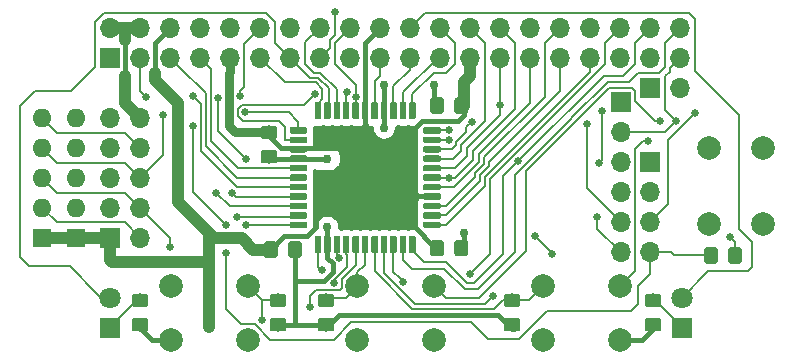
<source format=gtl>
G04 #@! TF.GenerationSoftware,KiCad,Pcbnew,(5.1.4)-1*
G04 #@! TF.CreationDate,2019-11-20T21:09:20+00:00*
G04 #@! TF.ProjectId,rgb-to-hdmi,7267622d-746f-42d6-9864-6d692e6b6963,rev?*
G04 #@! TF.SameCoordinates,Original*
G04 #@! TF.FileFunction,Copper,L1,Top*
G04 #@! TF.FilePolarity,Positive*
%FSLAX46Y46*%
G04 Gerber Fmt 4.6, Leading zero omitted, Abs format (unit mm)*
G04 Created by KiCad (PCBNEW (5.1.4)-1) date 2019-11-20 21:09:20*
%MOMM*%
%LPD*%
G04 APERTURE LIST*
%ADD10C,0.100000*%
%ADD11C,1.150000*%
%ADD12O,1.600000X1.600000*%
%ADD13R,1.600000X1.600000*%
%ADD14R,1.700000X1.700000*%
%ADD15O,1.700000X1.700000*%
%ADD16C,0.550000*%
%ADD17R,1.800000X1.800000*%
%ADD18C,1.800000*%
%ADD19C,2.000000*%
%ADD20C,0.762000*%
%ADD21C,0.660400*%
%ADD22C,0.381000*%
%ADD23C,0.203200*%
%ADD24C,1.016000*%
%ADD25C,0.762000*%
%ADD26C,0.254000*%
G04 APERTURE END LIST*
D10*
G36*
X35570505Y-49262164D02*
G01*
X35594773Y-49265764D01*
X35618572Y-49271725D01*
X35641671Y-49279990D01*
X35663850Y-49290480D01*
X35684893Y-49303092D01*
X35704599Y-49317707D01*
X35722777Y-49334183D01*
X35739253Y-49352361D01*
X35753868Y-49372067D01*
X35766480Y-49393110D01*
X35776970Y-49415289D01*
X35785235Y-49438388D01*
X35791196Y-49462187D01*
X35794796Y-49486455D01*
X35796000Y-49510959D01*
X35796000Y-50160961D01*
X35794796Y-50185465D01*
X35791196Y-50209733D01*
X35785235Y-50233532D01*
X35776970Y-50256631D01*
X35766480Y-50278810D01*
X35753868Y-50299853D01*
X35739253Y-50319559D01*
X35722777Y-50337737D01*
X35704599Y-50354213D01*
X35684893Y-50368828D01*
X35663850Y-50381440D01*
X35641671Y-50391930D01*
X35618572Y-50400195D01*
X35594773Y-50406156D01*
X35570505Y-50409756D01*
X35546001Y-50410960D01*
X34645999Y-50410960D01*
X34621495Y-50409756D01*
X34597227Y-50406156D01*
X34573428Y-50400195D01*
X34550329Y-50391930D01*
X34528150Y-50381440D01*
X34507107Y-50368828D01*
X34487401Y-50354213D01*
X34469223Y-50337737D01*
X34452747Y-50319559D01*
X34438132Y-50299853D01*
X34425520Y-50278810D01*
X34415030Y-50256631D01*
X34406765Y-50233532D01*
X34400804Y-50209733D01*
X34397204Y-50185465D01*
X34396000Y-50160961D01*
X34396000Y-49510959D01*
X34397204Y-49486455D01*
X34400804Y-49462187D01*
X34406765Y-49438388D01*
X34415030Y-49415289D01*
X34425520Y-49393110D01*
X34438132Y-49372067D01*
X34452747Y-49352361D01*
X34469223Y-49334183D01*
X34487401Y-49317707D01*
X34507107Y-49303092D01*
X34528150Y-49290480D01*
X34550329Y-49279990D01*
X34573428Y-49271725D01*
X34597227Y-49265764D01*
X34621495Y-49262164D01*
X34645999Y-49260960D01*
X35546001Y-49260960D01*
X35570505Y-49262164D01*
X35570505Y-49262164D01*
G37*
D11*
X35096000Y-49835960D03*
D10*
G36*
X35570505Y-51312164D02*
G01*
X35594773Y-51315764D01*
X35618572Y-51321725D01*
X35641671Y-51329990D01*
X35663850Y-51340480D01*
X35684893Y-51353092D01*
X35704599Y-51367707D01*
X35722777Y-51384183D01*
X35739253Y-51402361D01*
X35753868Y-51422067D01*
X35766480Y-51443110D01*
X35776970Y-51465289D01*
X35785235Y-51488388D01*
X35791196Y-51512187D01*
X35794796Y-51536455D01*
X35796000Y-51560959D01*
X35796000Y-52210961D01*
X35794796Y-52235465D01*
X35791196Y-52259733D01*
X35785235Y-52283532D01*
X35776970Y-52306631D01*
X35766480Y-52328810D01*
X35753868Y-52349853D01*
X35739253Y-52369559D01*
X35722777Y-52387737D01*
X35704599Y-52404213D01*
X35684893Y-52418828D01*
X35663850Y-52431440D01*
X35641671Y-52441930D01*
X35618572Y-52450195D01*
X35594773Y-52456156D01*
X35570505Y-52459756D01*
X35546001Y-52460960D01*
X34645999Y-52460960D01*
X34621495Y-52459756D01*
X34597227Y-52456156D01*
X34573428Y-52450195D01*
X34550329Y-52441930D01*
X34528150Y-52431440D01*
X34507107Y-52418828D01*
X34487401Y-52404213D01*
X34469223Y-52387737D01*
X34452747Y-52369559D01*
X34438132Y-52349853D01*
X34425520Y-52328810D01*
X34415030Y-52306631D01*
X34406765Y-52283532D01*
X34400804Y-52259733D01*
X34397204Y-52235465D01*
X34396000Y-52210961D01*
X34396000Y-51560959D01*
X34397204Y-51536455D01*
X34400804Y-51512187D01*
X34406765Y-51488388D01*
X34415030Y-51465289D01*
X34425520Y-51443110D01*
X34438132Y-51422067D01*
X34452747Y-51402361D01*
X34469223Y-51384183D01*
X34487401Y-51367707D01*
X34507107Y-51353092D01*
X34528150Y-51340480D01*
X34550329Y-51329990D01*
X34573428Y-51321725D01*
X34597227Y-51315764D01*
X34621495Y-51312164D01*
X34645999Y-51310960D01*
X35546001Y-51310960D01*
X35570505Y-51312164D01*
X35570505Y-51312164D01*
G37*
D11*
X35096000Y-51885960D03*
D12*
X18027200Y-34350960D03*
X18027200Y-36890960D03*
X18027200Y-39430960D03*
X18027200Y-41970960D03*
D13*
X18027200Y-44510960D03*
D14*
X20872000Y-44510960D03*
D15*
X23412000Y-44510960D03*
X20872000Y-41970960D03*
X23412000Y-41970960D03*
X20872000Y-39430960D03*
X23412000Y-39430960D03*
X20872000Y-36890960D03*
X23412000Y-36890960D03*
X20872000Y-34350960D03*
X23412000Y-34350960D03*
D10*
G36*
X48737977Y-43156622D02*
G01*
X48751325Y-43158602D01*
X48764414Y-43161881D01*
X48777119Y-43166427D01*
X48789317Y-43172196D01*
X48800891Y-43179133D01*
X48811729Y-43187171D01*
X48821727Y-43196233D01*
X48830789Y-43206231D01*
X48838827Y-43217069D01*
X48845764Y-43228643D01*
X48851533Y-43240841D01*
X48856079Y-43253546D01*
X48859358Y-43266635D01*
X48861338Y-43279983D01*
X48862000Y-43293460D01*
X48862000Y-43568460D01*
X48861338Y-43581937D01*
X48859358Y-43595285D01*
X48856079Y-43608374D01*
X48851533Y-43621079D01*
X48845764Y-43633277D01*
X48838827Y-43644851D01*
X48830789Y-43655689D01*
X48821727Y-43665687D01*
X48811729Y-43674749D01*
X48800891Y-43682787D01*
X48789317Y-43689724D01*
X48777119Y-43695493D01*
X48764414Y-43700039D01*
X48751325Y-43703318D01*
X48737977Y-43705298D01*
X48724500Y-43705960D01*
X47524500Y-43705960D01*
X47511023Y-43705298D01*
X47497675Y-43703318D01*
X47484586Y-43700039D01*
X47471881Y-43695493D01*
X47459683Y-43689724D01*
X47448109Y-43682787D01*
X47437271Y-43674749D01*
X47427273Y-43665687D01*
X47418211Y-43655689D01*
X47410173Y-43644851D01*
X47403236Y-43633277D01*
X47397467Y-43621079D01*
X47392921Y-43608374D01*
X47389642Y-43595285D01*
X47387662Y-43581937D01*
X47387000Y-43568460D01*
X47387000Y-43293460D01*
X47387662Y-43279983D01*
X47389642Y-43266635D01*
X47392921Y-43253546D01*
X47397467Y-43240841D01*
X47403236Y-43228643D01*
X47410173Y-43217069D01*
X47418211Y-43206231D01*
X47427273Y-43196233D01*
X47437271Y-43187171D01*
X47448109Y-43179133D01*
X47459683Y-43172196D01*
X47471881Y-43166427D01*
X47484586Y-43161881D01*
X47497675Y-43158602D01*
X47511023Y-43156622D01*
X47524500Y-43155960D01*
X48724500Y-43155960D01*
X48737977Y-43156622D01*
X48737977Y-43156622D01*
G37*
D16*
X48124500Y-43430960D03*
D10*
G36*
X48737977Y-42356622D02*
G01*
X48751325Y-42358602D01*
X48764414Y-42361881D01*
X48777119Y-42366427D01*
X48789317Y-42372196D01*
X48800891Y-42379133D01*
X48811729Y-42387171D01*
X48821727Y-42396233D01*
X48830789Y-42406231D01*
X48838827Y-42417069D01*
X48845764Y-42428643D01*
X48851533Y-42440841D01*
X48856079Y-42453546D01*
X48859358Y-42466635D01*
X48861338Y-42479983D01*
X48862000Y-42493460D01*
X48862000Y-42768460D01*
X48861338Y-42781937D01*
X48859358Y-42795285D01*
X48856079Y-42808374D01*
X48851533Y-42821079D01*
X48845764Y-42833277D01*
X48838827Y-42844851D01*
X48830789Y-42855689D01*
X48821727Y-42865687D01*
X48811729Y-42874749D01*
X48800891Y-42882787D01*
X48789317Y-42889724D01*
X48777119Y-42895493D01*
X48764414Y-42900039D01*
X48751325Y-42903318D01*
X48737977Y-42905298D01*
X48724500Y-42905960D01*
X47524500Y-42905960D01*
X47511023Y-42905298D01*
X47497675Y-42903318D01*
X47484586Y-42900039D01*
X47471881Y-42895493D01*
X47459683Y-42889724D01*
X47448109Y-42882787D01*
X47437271Y-42874749D01*
X47427273Y-42865687D01*
X47418211Y-42855689D01*
X47410173Y-42844851D01*
X47403236Y-42833277D01*
X47397467Y-42821079D01*
X47392921Y-42808374D01*
X47389642Y-42795285D01*
X47387662Y-42781937D01*
X47387000Y-42768460D01*
X47387000Y-42493460D01*
X47387662Y-42479983D01*
X47389642Y-42466635D01*
X47392921Y-42453546D01*
X47397467Y-42440841D01*
X47403236Y-42428643D01*
X47410173Y-42417069D01*
X47418211Y-42406231D01*
X47427273Y-42396233D01*
X47437271Y-42387171D01*
X47448109Y-42379133D01*
X47459683Y-42372196D01*
X47471881Y-42366427D01*
X47484586Y-42361881D01*
X47497675Y-42358602D01*
X47511023Y-42356622D01*
X47524500Y-42355960D01*
X48724500Y-42355960D01*
X48737977Y-42356622D01*
X48737977Y-42356622D01*
G37*
D16*
X48124500Y-42630960D03*
D10*
G36*
X48737977Y-41556622D02*
G01*
X48751325Y-41558602D01*
X48764414Y-41561881D01*
X48777119Y-41566427D01*
X48789317Y-41572196D01*
X48800891Y-41579133D01*
X48811729Y-41587171D01*
X48821727Y-41596233D01*
X48830789Y-41606231D01*
X48838827Y-41617069D01*
X48845764Y-41628643D01*
X48851533Y-41640841D01*
X48856079Y-41653546D01*
X48859358Y-41666635D01*
X48861338Y-41679983D01*
X48862000Y-41693460D01*
X48862000Y-41968460D01*
X48861338Y-41981937D01*
X48859358Y-41995285D01*
X48856079Y-42008374D01*
X48851533Y-42021079D01*
X48845764Y-42033277D01*
X48838827Y-42044851D01*
X48830789Y-42055689D01*
X48821727Y-42065687D01*
X48811729Y-42074749D01*
X48800891Y-42082787D01*
X48789317Y-42089724D01*
X48777119Y-42095493D01*
X48764414Y-42100039D01*
X48751325Y-42103318D01*
X48737977Y-42105298D01*
X48724500Y-42105960D01*
X47524500Y-42105960D01*
X47511023Y-42105298D01*
X47497675Y-42103318D01*
X47484586Y-42100039D01*
X47471881Y-42095493D01*
X47459683Y-42089724D01*
X47448109Y-42082787D01*
X47437271Y-42074749D01*
X47427273Y-42065687D01*
X47418211Y-42055689D01*
X47410173Y-42044851D01*
X47403236Y-42033277D01*
X47397467Y-42021079D01*
X47392921Y-42008374D01*
X47389642Y-41995285D01*
X47387662Y-41981937D01*
X47387000Y-41968460D01*
X47387000Y-41693460D01*
X47387662Y-41679983D01*
X47389642Y-41666635D01*
X47392921Y-41653546D01*
X47397467Y-41640841D01*
X47403236Y-41628643D01*
X47410173Y-41617069D01*
X47418211Y-41606231D01*
X47427273Y-41596233D01*
X47437271Y-41587171D01*
X47448109Y-41579133D01*
X47459683Y-41572196D01*
X47471881Y-41566427D01*
X47484586Y-41561881D01*
X47497675Y-41558602D01*
X47511023Y-41556622D01*
X47524500Y-41555960D01*
X48724500Y-41555960D01*
X48737977Y-41556622D01*
X48737977Y-41556622D01*
G37*
D16*
X48124500Y-41830960D03*
D10*
G36*
X48737977Y-40756622D02*
G01*
X48751325Y-40758602D01*
X48764414Y-40761881D01*
X48777119Y-40766427D01*
X48789317Y-40772196D01*
X48800891Y-40779133D01*
X48811729Y-40787171D01*
X48821727Y-40796233D01*
X48830789Y-40806231D01*
X48838827Y-40817069D01*
X48845764Y-40828643D01*
X48851533Y-40840841D01*
X48856079Y-40853546D01*
X48859358Y-40866635D01*
X48861338Y-40879983D01*
X48862000Y-40893460D01*
X48862000Y-41168460D01*
X48861338Y-41181937D01*
X48859358Y-41195285D01*
X48856079Y-41208374D01*
X48851533Y-41221079D01*
X48845764Y-41233277D01*
X48838827Y-41244851D01*
X48830789Y-41255689D01*
X48821727Y-41265687D01*
X48811729Y-41274749D01*
X48800891Y-41282787D01*
X48789317Y-41289724D01*
X48777119Y-41295493D01*
X48764414Y-41300039D01*
X48751325Y-41303318D01*
X48737977Y-41305298D01*
X48724500Y-41305960D01*
X47524500Y-41305960D01*
X47511023Y-41305298D01*
X47497675Y-41303318D01*
X47484586Y-41300039D01*
X47471881Y-41295493D01*
X47459683Y-41289724D01*
X47448109Y-41282787D01*
X47437271Y-41274749D01*
X47427273Y-41265687D01*
X47418211Y-41255689D01*
X47410173Y-41244851D01*
X47403236Y-41233277D01*
X47397467Y-41221079D01*
X47392921Y-41208374D01*
X47389642Y-41195285D01*
X47387662Y-41181937D01*
X47387000Y-41168460D01*
X47387000Y-40893460D01*
X47387662Y-40879983D01*
X47389642Y-40866635D01*
X47392921Y-40853546D01*
X47397467Y-40840841D01*
X47403236Y-40828643D01*
X47410173Y-40817069D01*
X47418211Y-40806231D01*
X47427273Y-40796233D01*
X47437271Y-40787171D01*
X47448109Y-40779133D01*
X47459683Y-40772196D01*
X47471881Y-40766427D01*
X47484586Y-40761881D01*
X47497675Y-40758602D01*
X47511023Y-40756622D01*
X47524500Y-40755960D01*
X48724500Y-40755960D01*
X48737977Y-40756622D01*
X48737977Y-40756622D01*
G37*
D16*
X48124500Y-41030960D03*
D10*
G36*
X48737977Y-39956622D02*
G01*
X48751325Y-39958602D01*
X48764414Y-39961881D01*
X48777119Y-39966427D01*
X48789317Y-39972196D01*
X48800891Y-39979133D01*
X48811729Y-39987171D01*
X48821727Y-39996233D01*
X48830789Y-40006231D01*
X48838827Y-40017069D01*
X48845764Y-40028643D01*
X48851533Y-40040841D01*
X48856079Y-40053546D01*
X48859358Y-40066635D01*
X48861338Y-40079983D01*
X48862000Y-40093460D01*
X48862000Y-40368460D01*
X48861338Y-40381937D01*
X48859358Y-40395285D01*
X48856079Y-40408374D01*
X48851533Y-40421079D01*
X48845764Y-40433277D01*
X48838827Y-40444851D01*
X48830789Y-40455689D01*
X48821727Y-40465687D01*
X48811729Y-40474749D01*
X48800891Y-40482787D01*
X48789317Y-40489724D01*
X48777119Y-40495493D01*
X48764414Y-40500039D01*
X48751325Y-40503318D01*
X48737977Y-40505298D01*
X48724500Y-40505960D01*
X47524500Y-40505960D01*
X47511023Y-40505298D01*
X47497675Y-40503318D01*
X47484586Y-40500039D01*
X47471881Y-40495493D01*
X47459683Y-40489724D01*
X47448109Y-40482787D01*
X47437271Y-40474749D01*
X47427273Y-40465687D01*
X47418211Y-40455689D01*
X47410173Y-40444851D01*
X47403236Y-40433277D01*
X47397467Y-40421079D01*
X47392921Y-40408374D01*
X47389642Y-40395285D01*
X47387662Y-40381937D01*
X47387000Y-40368460D01*
X47387000Y-40093460D01*
X47387662Y-40079983D01*
X47389642Y-40066635D01*
X47392921Y-40053546D01*
X47397467Y-40040841D01*
X47403236Y-40028643D01*
X47410173Y-40017069D01*
X47418211Y-40006231D01*
X47427273Y-39996233D01*
X47437271Y-39987171D01*
X47448109Y-39979133D01*
X47459683Y-39972196D01*
X47471881Y-39966427D01*
X47484586Y-39961881D01*
X47497675Y-39958602D01*
X47511023Y-39956622D01*
X47524500Y-39955960D01*
X48724500Y-39955960D01*
X48737977Y-39956622D01*
X48737977Y-39956622D01*
G37*
D16*
X48124500Y-40230960D03*
D10*
G36*
X48737977Y-39156622D02*
G01*
X48751325Y-39158602D01*
X48764414Y-39161881D01*
X48777119Y-39166427D01*
X48789317Y-39172196D01*
X48800891Y-39179133D01*
X48811729Y-39187171D01*
X48821727Y-39196233D01*
X48830789Y-39206231D01*
X48838827Y-39217069D01*
X48845764Y-39228643D01*
X48851533Y-39240841D01*
X48856079Y-39253546D01*
X48859358Y-39266635D01*
X48861338Y-39279983D01*
X48862000Y-39293460D01*
X48862000Y-39568460D01*
X48861338Y-39581937D01*
X48859358Y-39595285D01*
X48856079Y-39608374D01*
X48851533Y-39621079D01*
X48845764Y-39633277D01*
X48838827Y-39644851D01*
X48830789Y-39655689D01*
X48821727Y-39665687D01*
X48811729Y-39674749D01*
X48800891Y-39682787D01*
X48789317Y-39689724D01*
X48777119Y-39695493D01*
X48764414Y-39700039D01*
X48751325Y-39703318D01*
X48737977Y-39705298D01*
X48724500Y-39705960D01*
X47524500Y-39705960D01*
X47511023Y-39705298D01*
X47497675Y-39703318D01*
X47484586Y-39700039D01*
X47471881Y-39695493D01*
X47459683Y-39689724D01*
X47448109Y-39682787D01*
X47437271Y-39674749D01*
X47427273Y-39665687D01*
X47418211Y-39655689D01*
X47410173Y-39644851D01*
X47403236Y-39633277D01*
X47397467Y-39621079D01*
X47392921Y-39608374D01*
X47389642Y-39595285D01*
X47387662Y-39581937D01*
X47387000Y-39568460D01*
X47387000Y-39293460D01*
X47387662Y-39279983D01*
X47389642Y-39266635D01*
X47392921Y-39253546D01*
X47397467Y-39240841D01*
X47403236Y-39228643D01*
X47410173Y-39217069D01*
X47418211Y-39206231D01*
X47427273Y-39196233D01*
X47437271Y-39187171D01*
X47448109Y-39179133D01*
X47459683Y-39172196D01*
X47471881Y-39166427D01*
X47484586Y-39161881D01*
X47497675Y-39158602D01*
X47511023Y-39156622D01*
X47524500Y-39155960D01*
X48724500Y-39155960D01*
X48737977Y-39156622D01*
X48737977Y-39156622D01*
G37*
D16*
X48124500Y-39430960D03*
D10*
G36*
X48737977Y-38356622D02*
G01*
X48751325Y-38358602D01*
X48764414Y-38361881D01*
X48777119Y-38366427D01*
X48789317Y-38372196D01*
X48800891Y-38379133D01*
X48811729Y-38387171D01*
X48821727Y-38396233D01*
X48830789Y-38406231D01*
X48838827Y-38417069D01*
X48845764Y-38428643D01*
X48851533Y-38440841D01*
X48856079Y-38453546D01*
X48859358Y-38466635D01*
X48861338Y-38479983D01*
X48862000Y-38493460D01*
X48862000Y-38768460D01*
X48861338Y-38781937D01*
X48859358Y-38795285D01*
X48856079Y-38808374D01*
X48851533Y-38821079D01*
X48845764Y-38833277D01*
X48838827Y-38844851D01*
X48830789Y-38855689D01*
X48821727Y-38865687D01*
X48811729Y-38874749D01*
X48800891Y-38882787D01*
X48789317Y-38889724D01*
X48777119Y-38895493D01*
X48764414Y-38900039D01*
X48751325Y-38903318D01*
X48737977Y-38905298D01*
X48724500Y-38905960D01*
X47524500Y-38905960D01*
X47511023Y-38905298D01*
X47497675Y-38903318D01*
X47484586Y-38900039D01*
X47471881Y-38895493D01*
X47459683Y-38889724D01*
X47448109Y-38882787D01*
X47437271Y-38874749D01*
X47427273Y-38865687D01*
X47418211Y-38855689D01*
X47410173Y-38844851D01*
X47403236Y-38833277D01*
X47397467Y-38821079D01*
X47392921Y-38808374D01*
X47389642Y-38795285D01*
X47387662Y-38781937D01*
X47387000Y-38768460D01*
X47387000Y-38493460D01*
X47387662Y-38479983D01*
X47389642Y-38466635D01*
X47392921Y-38453546D01*
X47397467Y-38440841D01*
X47403236Y-38428643D01*
X47410173Y-38417069D01*
X47418211Y-38406231D01*
X47427273Y-38396233D01*
X47437271Y-38387171D01*
X47448109Y-38379133D01*
X47459683Y-38372196D01*
X47471881Y-38366427D01*
X47484586Y-38361881D01*
X47497675Y-38358602D01*
X47511023Y-38356622D01*
X47524500Y-38355960D01*
X48724500Y-38355960D01*
X48737977Y-38356622D01*
X48737977Y-38356622D01*
G37*
D16*
X48124500Y-38630960D03*
D10*
G36*
X48737977Y-37556622D02*
G01*
X48751325Y-37558602D01*
X48764414Y-37561881D01*
X48777119Y-37566427D01*
X48789317Y-37572196D01*
X48800891Y-37579133D01*
X48811729Y-37587171D01*
X48821727Y-37596233D01*
X48830789Y-37606231D01*
X48838827Y-37617069D01*
X48845764Y-37628643D01*
X48851533Y-37640841D01*
X48856079Y-37653546D01*
X48859358Y-37666635D01*
X48861338Y-37679983D01*
X48862000Y-37693460D01*
X48862000Y-37968460D01*
X48861338Y-37981937D01*
X48859358Y-37995285D01*
X48856079Y-38008374D01*
X48851533Y-38021079D01*
X48845764Y-38033277D01*
X48838827Y-38044851D01*
X48830789Y-38055689D01*
X48821727Y-38065687D01*
X48811729Y-38074749D01*
X48800891Y-38082787D01*
X48789317Y-38089724D01*
X48777119Y-38095493D01*
X48764414Y-38100039D01*
X48751325Y-38103318D01*
X48737977Y-38105298D01*
X48724500Y-38105960D01*
X47524500Y-38105960D01*
X47511023Y-38105298D01*
X47497675Y-38103318D01*
X47484586Y-38100039D01*
X47471881Y-38095493D01*
X47459683Y-38089724D01*
X47448109Y-38082787D01*
X47437271Y-38074749D01*
X47427273Y-38065687D01*
X47418211Y-38055689D01*
X47410173Y-38044851D01*
X47403236Y-38033277D01*
X47397467Y-38021079D01*
X47392921Y-38008374D01*
X47389642Y-37995285D01*
X47387662Y-37981937D01*
X47387000Y-37968460D01*
X47387000Y-37693460D01*
X47387662Y-37679983D01*
X47389642Y-37666635D01*
X47392921Y-37653546D01*
X47397467Y-37640841D01*
X47403236Y-37628643D01*
X47410173Y-37617069D01*
X47418211Y-37606231D01*
X47427273Y-37596233D01*
X47437271Y-37587171D01*
X47448109Y-37579133D01*
X47459683Y-37572196D01*
X47471881Y-37566427D01*
X47484586Y-37561881D01*
X47497675Y-37558602D01*
X47511023Y-37556622D01*
X47524500Y-37555960D01*
X48724500Y-37555960D01*
X48737977Y-37556622D01*
X48737977Y-37556622D01*
G37*
D16*
X48124500Y-37830960D03*
D10*
G36*
X48737977Y-36756622D02*
G01*
X48751325Y-36758602D01*
X48764414Y-36761881D01*
X48777119Y-36766427D01*
X48789317Y-36772196D01*
X48800891Y-36779133D01*
X48811729Y-36787171D01*
X48821727Y-36796233D01*
X48830789Y-36806231D01*
X48838827Y-36817069D01*
X48845764Y-36828643D01*
X48851533Y-36840841D01*
X48856079Y-36853546D01*
X48859358Y-36866635D01*
X48861338Y-36879983D01*
X48862000Y-36893460D01*
X48862000Y-37168460D01*
X48861338Y-37181937D01*
X48859358Y-37195285D01*
X48856079Y-37208374D01*
X48851533Y-37221079D01*
X48845764Y-37233277D01*
X48838827Y-37244851D01*
X48830789Y-37255689D01*
X48821727Y-37265687D01*
X48811729Y-37274749D01*
X48800891Y-37282787D01*
X48789317Y-37289724D01*
X48777119Y-37295493D01*
X48764414Y-37300039D01*
X48751325Y-37303318D01*
X48737977Y-37305298D01*
X48724500Y-37305960D01*
X47524500Y-37305960D01*
X47511023Y-37305298D01*
X47497675Y-37303318D01*
X47484586Y-37300039D01*
X47471881Y-37295493D01*
X47459683Y-37289724D01*
X47448109Y-37282787D01*
X47437271Y-37274749D01*
X47427273Y-37265687D01*
X47418211Y-37255689D01*
X47410173Y-37244851D01*
X47403236Y-37233277D01*
X47397467Y-37221079D01*
X47392921Y-37208374D01*
X47389642Y-37195285D01*
X47387662Y-37181937D01*
X47387000Y-37168460D01*
X47387000Y-36893460D01*
X47387662Y-36879983D01*
X47389642Y-36866635D01*
X47392921Y-36853546D01*
X47397467Y-36840841D01*
X47403236Y-36828643D01*
X47410173Y-36817069D01*
X47418211Y-36806231D01*
X47427273Y-36796233D01*
X47437271Y-36787171D01*
X47448109Y-36779133D01*
X47459683Y-36772196D01*
X47471881Y-36766427D01*
X47484586Y-36761881D01*
X47497675Y-36758602D01*
X47511023Y-36756622D01*
X47524500Y-36755960D01*
X48724500Y-36755960D01*
X48737977Y-36756622D01*
X48737977Y-36756622D01*
G37*
D16*
X48124500Y-37030960D03*
D10*
G36*
X48737977Y-35956622D02*
G01*
X48751325Y-35958602D01*
X48764414Y-35961881D01*
X48777119Y-35966427D01*
X48789317Y-35972196D01*
X48800891Y-35979133D01*
X48811729Y-35987171D01*
X48821727Y-35996233D01*
X48830789Y-36006231D01*
X48838827Y-36017069D01*
X48845764Y-36028643D01*
X48851533Y-36040841D01*
X48856079Y-36053546D01*
X48859358Y-36066635D01*
X48861338Y-36079983D01*
X48862000Y-36093460D01*
X48862000Y-36368460D01*
X48861338Y-36381937D01*
X48859358Y-36395285D01*
X48856079Y-36408374D01*
X48851533Y-36421079D01*
X48845764Y-36433277D01*
X48838827Y-36444851D01*
X48830789Y-36455689D01*
X48821727Y-36465687D01*
X48811729Y-36474749D01*
X48800891Y-36482787D01*
X48789317Y-36489724D01*
X48777119Y-36495493D01*
X48764414Y-36500039D01*
X48751325Y-36503318D01*
X48737977Y-36505298D01*
X48724500Y-36505960D01*
X47524500Y-36505960D01*
X47511023Y-36505298D01*
X47497675Y-36503318D01*
X47484586Y-36500039D01*
X47471881Y-36495493D01*
X47459683Y-36489724D01*
X47448109Y-36482787D01*
X47437271Y-36474749D01*
X47427273Y-36465687D01*
X47418211Y-36455689D01*
X47410173Y-36444851D01*
X47403236Y-36433277D01*
X47397467Y-36421079D01*
X47392921Y-36408374D01*
X47389642Y-36395285D01*
X47387662Y-36381937D01*
X47387000Y-36368460D01*
X47387000Y-36093460D01*
X47387662Y-36079983D01*
X47389642Y-36066635D01*
X47392921Y-36053546D01*
X47397467Y-36040841D01*
X47403236Y-36028643D01*
X47410173Y-36017069D01*
X47418211Y-36006231D01*
X47427273Y-35996233D01*
X47437271Y-35987171D01*
X47448109Y-35979133D01*
X47459683Y-35972196D01*
X47471881Y-35966427D01*
X47484586Y-35961881D01*
X47497675Y-35958602D01*
X47511023Y-35956622D01*
X47524500Y-35955960D01*
X48724500Y-35955960D01*
X48737977Y-35956622D01*
X48737977Y-35956622D01*
G37*
D16*
X48124500Y-36230960D03*
D10*
G36*
X48737977Y-35156622D02*
G01*
X48751325Y-35158602D01*
X48764414Y-35161881D01*
X48777119Y-35166427D01*
X48789317Y-35172196D01*
X48800891Y-35179133D01*
X48811729Y-35187171D01*
X48821727Y-35196233D01*
X48830789Y-35206231D01*
X48838827Y-35217069D01*
X48845764Y-35228643D01*
X48851533Y-35240841D01*
X48856079Y-35253546D01*
X48859358Y-35266635D01*
X48861338Y-35279983D01*
X48862000Y-35293460D01*
X48862000Y-35568460D01*
X48861338Y-35581937D01*
X48859358Y-35595285D01*
X48856079Y-35608374D01*
X48851533Y-35621079D01*
X48845764Y-35633277D01*
X48838827Y-35644851D01*
X48830789Y-35655689D01*
X48821727Y-35665687D01*
X48811729Y-35674749D01*
X48800891Y-35682787D01*
X48789317Y-35689724D01*
X48777119Y-35695493D01*
X48764414Y-35700039D01*
X48751325Y-35703318D01*
X48737977Y-35705298D01*
X48724500Y-35705960D01*
X47524500Y-35705960D01*
X47511023Y-35705298D01*
X47497675Y-35703318D01*
X47484586Y-35700039D01*
X47471881Y-35695493D01*
X47459683Y-35689724D01*
X47448109Y-35682787D01*
X47437271Y-35674749D01*
X47427273Y-35665687D01*
X47418211Y-35655689D01*
X47410173Y-35644851D01*
X47403236Y-35633277D01*
X47397467Y-35621079D01*
X47392921Y-35608374D01*
X47389642Y-35595285D01*
X47387662Y-35581937D01*
X47387000Y-35568460D01*
X47387000Y-35293460D01*
X47387662Y-35279983D01*
X47389642Y-35266635D01*
X47392921Y-35253546D01*
X47397467Y-35240841D01*
X47403236Y-35228643D01*
X47410173Y-35217069D01*
X47418211Y-35206231D01*
X47427273Y-35196233D01*
X47437271Y-35187171D01*
X47448109Y-35179133D01*
X47459683Y-35172196D01*
X47471881Y-35166427D01*
X47484586Y-35161881D01*
X47497675Y-35158602D01*
X47511023Y-35156622D01*
X47524500Y-35155960D01*
X48724500Y-35155960D01*
X48737977Y-35156622D01*
X48737977Y-35156622D01*
G37*
D16*
X48124500Y-35430960D03*
D10*
G36*
X46612977Y-33031622D02*
G01*
X46626325Y-33033602D01*
X46639414Y-33036881D01*
X46652119Y-33041427D01*
X46664317Y-33047196D01*
X46675891Y-33054133D01*
X46686729Y-33062171D01*
X46696727Y-33071233D01*
X46705789Y-33081231D01*
X46713827Y-33092069D01*
X46720764Y-33103643D01*
X46726533Y-33115841D01*
X46731079Y-33128546D01*
X46734358Y-33141635D01*
X46736338Y-33154983D01*
X46737000Y-33168460D01*
X46737000Y-34368460D01*
X46736338Y-34381937D01*
X46734358Y-34395285D01*
X46731079Y-34408374D01*
X46726533Y-34421079D01*
X46720764Y-34433277D01*
X46713827Y-34444851D01*
X46705789Y-34455689D01*
X46696727Y-34465687D01*
X46686729Y-34474749D01*
X46675891Y-34482787D01*
X46664317Y-34489724D01*
X46652119Y-34495493D01*
X46639414Y-34500039D01*
X46626325Y-34503318D01*
X46612977Y-34505298D01*
X46599500Y-34505960D01*
X46324500Y-34505960D01*
X46311023Y-34505298D01*
X46297675Y-34503318D01*
X46284586Y-34500039D01*
X46271881Y-34495493D01*
X46259683Y-34489724D01*
X46248109Y-34482787D01*
X46237271Y-34474749D01*
X46227273Y-34465687D01*
X46218211Y-34455689D01*
X46210173Y-34444851D01*
X46203236Y-34433277D01*
X46197467Y-34421079D01*
X46192921Y-34408374D01*
X46189642Y-34395285D01*
X46187662Y-34381937D01*
X46187000Y-34368460D01*
X46187000Y-33168460D01*
X46187662Y-33154983D01*
X46189642Y-33141635D01*
X46192921Y-33128546D01*
X46197467Y-33115841D01*
X46203236Y-33103643D01*
X46210173Y-33092069D01*
X46218211Y-33081231D01*
X46227273Y-33071233D01*
X46237271Y-33062171D01*
X46248109Y-33054133D01*
X46259683Y-33047196D01*
X46271881Y-33041427D01*
X46284586Y-33036881D01*
X46297675Y-33033602D01*
X46311023Y-33031622D01*
X46324500Y-33030960D01*
X46599500Y-33030960D01*
X46612977Y-33031622D01*
X46612977Y-33031622D01*
G37*
D16*
X46462000Y-33768460D03*
D10*
G36*
X45812977Y-33031622D02*
G01*
X45826325Y-33033602D01*
X45839414Y-33036881D01*
X45852119Y-33041427D01*
X45864317Y-33047196D01*
X45875891Y-33054133D01*
X45886729Y-33062171D01*
X45896727Y-33071233D01*
X45905789Y-33081231D01*
X45913827Y-33092069D01*
X45920764Y-33103643D01*
X45926533Y-33115841D01*
X45931079Y-33128546D01*
X45934358Y-33141635D01*
X45936338Y-33154983D01*
X45937000Y-33168460D01*
X45937000Y-34368460D01*
X45936338Y-34381937D01*
X45934358Y-34395285D01*
X45931079Y-34408374D01*
X45926533Y-34421079D01*
X45920764Y-34433277D01*
X45913827Y-34444851D01*
X45905789Y-34455689D01*
X45896727Y-34465687D01*
X45886729Y-34474749D01*
X45875891Y-34482787D01*
X45864317Y-34489724D01*
X45852119Y-34495493D01*
X45839414Y-34500039D01*
X45826325Y-34503318D01*
X45812977Y-34505298D01*
X45799500Y-34505960D01*
X45524500Y-34505960D01*
X45511023Y-34505298D01*
X45497675Y-34503318D01*
X45484586Y-34500039D01*
X45471881Y-34495493D01*
X45459683Y-34489724D01*
X45448109Y-34482787D01*
X45437271Y-34474749D01*
X45427273Y-34465687D01*
X45418211Y-34455689D01*
X45410173Y-34444851D01*
X45403236Y-34433277D01*
X45397467Y-34421079D01*
X45392921Y-34408374D01*
X45389642Y-34395285D01*
X45387662Y-34381937D01*
X45387000Y-34368460D01*
X45387000Y-33168460D01*
X45387662Y-33154983D01*
X45389642Y-33141635D01*
X45392921Y-33128546D01*
X45397467Y-33115841D01*
X45403236Y-33103643D01*
X45410173Y-33092069D01*
X45418211Y-33081231D01*
X45427273Y-33071233D01*
X45437271Y-33062171D01*
X45448109Y-33054133D01*
X45459683Y-33047196D01*
X45471881Y-33041427D01*
X45484586Y-33036881D01*
X45497675Y-33033602D01*
X45511023Y-33031622D01*
X45524500Y-33030960D01*
X45799500Y-33030960D01*
X45812977Y-33031622D01*
X45812977Y-33031622D01*
G37*
D16*
X45662000Y-33768460D03*
D10*
G36*
X45012977Y-33031622D02*
G01*
X45026325Y-33033602D01*
X45039414Y-33036881D01*
X45052119Y-33041427D01*
X45064317Y-33047196D01*
X45075891Y-33054133D01*
X45086729Y-33062171D01*
X45096727Y-33071233D01*
X45105789Y-33081231D01*
X45113827Y-33092069D01*
X45120764Y-33103643D01*
X45126533Y-33115841D01*
X45131079Y-33128546D01*
X45134358Y-33141635D01*
X45136338Y-33154983D01*
X45137000Y-33168460D01*
X45137000Y-34368460D01*
X45136338Y-34381937D01*
X45134358Y-34395285D01*
X45131079Y-34408374D01*
X45126533Y-34421079D01*
X45120764Y-34433277D01*
X45113827Y-34444851D01*
X45105789Y-34455689D01*
X45096727Y-34465687D01*
X45086729Y-34474749D01*
X45075891Y-34482787D01*
X45064317Y-34489724D01*
X45052119Y-34495493D01*
X45039414Y-34500039D01*
X45026325Y-34503318D01*
X45012977Y-34505298D01*
X44999500Y-34505960D01*
X44724500Y-34505960D01*
X44711023Y-34505298D01*
X44697675Y-34503318D01*
X44684586Y-34500039D01*
X44671881Y-34495493D01*
X44659683Y-34489724D01*
X44648109Y-34482787D01*
X44637271Y-34474749D01*
X44627273Y-34465687D01*
X44618211Y-34455689D01*
X44610173Y-34444851D01*
X44603236Y-34433277D01*
X44597467Y-34421079D01*
X44592921Y-34408374D01*
X44589642Y-34395285D01*
X44587662Y-34381937D01*
X44587000Y-34368460D01*
X44587000Y-33168460D01*
X44587662Y-33154983D01*
X44589642Y-33141635D01*
X44592921Y-33128546D01*
X44597467Y-33115841D01*
X44603236Y-33103643D01*
X44610173Y-33092069D01*
X44618211Y-33081231D01*
X44627273Y-33071233D01*
X44637271Y-33062171D01*
X44648109Y-33054133D01*
X44659683Y-33047196D01*
X44671881Y-33041427D01*
X44684586Y-33036881D01*
X44697675Y-33033602D01*
X44711023Y-33031622D01*
X44724500Y-33030960D01*
X44999500Y-33030960D01*
X45012977Y-33031622D01*
X45012977Y-33031622D01*
G37*
D16*
X44862000Y-33768460D03*
D10*
G36*
X44212977Y-33031622D02*
G01*
X44226325Y-33033602D01*
X44239414Y-33036881D01*
X44252119Y-33041427D01*
X44264317Y-33047196D01*
X44275891Y-33054133D01*
X44286729Y-33062171D01*
X44296727Y-33071233D01*
X44305789Y-33081231D01*
X44313827Y-33092069D01*
X44320764Y-33103643D01*
X44326533Y-33115841D01*
X44331079Y-33128546D01*
X44334358Y-33141635D01*
X44336338Y-33154983D01*
X44337000Y-33168460D01*
X44337000Y-34368460D01*
X44336338Y-34381937D01*
X44334358Y-34395285D01*
X44331079Y-34408374D01*
X44326533Y-34421079D01*
X44320764Y-34433277D01*
X44313827Y-34444851D01*
X44305789Y-34455689D01*
X44296727Y-34465687D01*
X44286729Y-34474749D01*
X44275891Y-34482787D01*
X44264317Y-34489724D01*
X44252119Y-34495493D01*
X44239414Y-34500039D01*
X44226325Y-34503318D01*
X44212977Y-34505298D01*
X44199500Y-34505960D01*
X43924500Y-34505960D01*
X43911023Y-34505298D01*
X43897675Y-34503318D01*
X43884586Y-34500039D01*
X43871881Y-34495493D01*
X43859683Y-34489724D01*
X43848109Y-34482787D01*
X43837271Y-34474749D01*
X43827273Y-34465687D01*
X43818211Y-34455689D01*
X43810173Y-34444851D01*
X43803236Y-34433277D01*
X43797467Y-34421079D01*
X43792921Y-34408374D01*
X43789642Y-34395285D01*
X43787662Y-34381937D01*
X43787000Y-34368460D01*
X43787000Y-33168460D01*
X43787662Y-33154983D01*
X43789642Y-33141635D01*
X43792921Y-33128546D01*
X43797467Y-33115841D01*
X43803236Y-33103643D01*
X43810173Y-33092069D01*
X43818211Y-33081231D01*
X43827273Y-33071233D01*
X43837271Y-33062171D01*
X43848109Y-33054133D01*
X43859683Y-33047196D01*
X43871881Y-33041427D01*
X43884586Y-33036881D01*
X43897675Y-33033602D01*
X43911023Y-33031622D01*
X43924500Y-33030960D01*
X44199500Y-33030960D01*
X44212977Y-33031622D01*
X44212977Y-33031622D01*
G37*
D16*
X44062000Y-33768460D03*
D10*
G36*
X43412977Y-33031622D02*
G01*
X43426325Y-33033602D01*
X43439414Y-33036881D01*
X43452119Y-33041427D01*
X43464317Y-33047196D01*
X43475891Y-33054133D01*
X43486729Y-33062171D01*
X43496727Y-33071233D01*
X43505789Y-33081231D01*
X43513827Y-33092069D01*
X43520764Y-33103643D01*
X43526533Y-33115841D01*
X43531079Y-33128546D01*
X43534358Y-33141635D01*
X43536338Y-33154983D01*
X43537000Y-33168460D01*
X43537000Y-34368460D01*
X43536338Y-34381937D01*
X43534358Y-34395285D01*
X43531079Y-34408374D01*
X43526533Y-34421079D01*
X43520764Y-34433277D01*
X43513827Y-34444851D01*
X43505789Y-34455689D01*
X43496727Y-34465687D01*
X43486729Y-34474749D01*
X43475891Y-34482787D01*
X43464317Y-34489724D01*
X43452119Y-34495493D01*
X43439414Y-34500039D01*
X43426325Y-34503318D01*
X43412977Y-34505298D01*
X43399500Y-34505960D01*
X43124500Y-34505960D01*
X43111023Y-34505298D01*
X43097675Y-34503318D01*
X43084586Y-34500039D01*
X43071881Y-34495493D01*
X43059683Y-34489724D01*
X43048109Y-34482787D01*
X43037271Y-34474749D01*
X43027273Y-34465687D01*
X43018211Y-34455689D01*
X43010173Y-34444851D01*
X43003236Y-34433277D01*
X42997467Y-34421079D01*
X42992921Y-34408374D01*
X42989642Y-34395285D01*
X42987662Y-34381937D01*
X42987000Y-34368460D01*
X42987000Y-33168460D01*
X42987662Y-33154983D01*
X42989642Y-33141635D01*
X42992921Y-33128546D01*
X42997467Y-33115841D01*
X43003236Y-33103643D01*
X43010173Y-33092069D01*
X43018211Y-33081231D01*
X43027273Y-33071233D01*
X43037271Y-33062171D01*
X43048109Y-33054133D01*
X43059683Y-33047196D01*
X43071881Y-33041427D01*
X43084586Y-33036881D01*
X43097675Y-33033602D01*
X43111023Y-33031622D01*
X43124500Y-33030960D01*
X43399500Y-33030960D01*
X43412977Y-33031622D01*
X43412977Y-33031622D01*
G37*
D16*
X43262000Y-33768460D03*
D10*
G36*
X42612977Y-33031622D02*
G01*
X42626325Y-33033602D01*
X42639414Y-33036881D01*
X42652119Y-33041427D01*
X42664317Y-33047196D01*
X42675891Y-33054133D01*
X42686729Y-33062171D01*
X42696727Y-33071233D01*
X42705789Y-33081231D01*
X42713827Y-33092069D01*
X42720764Y-33103643D01*
X42726533Y-33115841D01*
X42731079Y-33128546D01*
X42734358Y-33141635D01*
X42736338Y-33154983D01*
X42737000Y-33168460D01*
X42737000Y-34368460D01*
X42736338Y-34381937D01*
X42734358Y-34395285D01*
X42731079Y-34408374D01*
X42726533Y-34421079D01*
X42720764Y-34433277D01*
X42713827Y-34444851D01*
X42705789Y-34455689D01*
X42696727Y-34465687D01*
X42686729Y-34474749D01*
X42675891Y-34482787D01*
X42664317Y-34489724D01*
X42652119Y-34495493D01*
X42639414Y-34500039D01*
X42626325Y-34503318D01*
X42612977Y-34505298D01*
X42599500Y-34505960D01*
X42324500Y-34505960D01*
X42311023Y-34505298D01*
X42297675Y-34503318D01*
X42284586Y-34500039D01*
X42271881Y-34495493D01*
X42259683Y-34489724D01*
X42248109Y-34482787D01*
X42237271Y-34474749D01*
X42227273Y-34465687D01*
X42218211Y-34455689D01*
X42210173Y-34444851D01*
X42203236Y-34433277D01*
X42197467Y-34421079D01*
X42192921Y-34408374D01*
X42189642Y-34395285D01*
X42187662Y-34381937D01*
X42187000Y-34368460D01*
X42187000Y-33168460D01*
X42187662Y-33154983D01*
X42189642Y-33141635D01*
X42192921Y-33128546D01*
X42197467Y-33115841D01*
X42203236Y-33103643D01*
X42210173Y-33092069D01*
X42218211Y-33081231D01*
X42227273Y-33071233D01*
X42237271Y-33062171D01*
X42248109Y-33054133D01*
X42259683Y-33047196D01*
X42271881Y-33041427D01*
X42284586Y-33036881D01*
X42297675Y-33033602D01*
X42311023Y-33031622D01*
X42324500Y-33030960D01*
X42599500Y-33030960D01*
X42612977Y-33031622D01*
X42612977Y-33031622D01*
G37*
D16*
X42462000Y-33768460D03*
D10*
G36*
X41812977Y-33031622D02*
G01*
X41826325Y-33033602D01*
X41839414Y-33036881D01*
X41852119Y-33041427D01*
X41864317Y-33047196D01*
X41875891Y-33054133D01*
X41886729Y-33062171D01*
X41896727Y-33071233D01*
X41905789Y-33081231D01*
X41913827Y-33092069D01*
X41920764Y-33103643D01*
X41926533Y-33115841D01*
X41931079Y-33128546D01*
X41934358Y-33141635D01*
X41936338Y-33154983D01*
X41937000Y-33168460D01*
X41937000Y-34368460D01*
X41936338Y-34381937D01*
X41934358Y-34395285D01*
X41931079Y-34408374D01*
X41926533Y-34421079D01*
X41920764Y-34433277D01*
X41913827Y-34444851D01*
X41905789Y-34455689D01*
X41896727Y-34465687D01*
X41886729Y-34474749D01*
X41875891Y-34482787D01*
X41864317Y-34489724D01*
X41852119Y-34495493D01*
X41839414Y-34500039D01*
X41826325Y-34503318D01*
X41812977Y-34505298D01*
X41799500Y-34505960D01*
X41524500Y-34505960D01*
X41511023Y-34505298D01*
X41497675Y-34503318D01*
X41484586Y-34500039D01*
X41471881Y-34495493D01*
X41459683Y-34489724D01*
X41448109Y-34482787D01*
X41437271Y-34474749D01*
X41427273Y-34465687D01*
X41418211Y-34455689D01*
X41410173Y-34444851D01*
X41403236Y-34433277D01*
X41397467Y-34421079D01*
X41392921Y-34408374D01*
X41389642Y-34395285D01*
X41387662Y-34381937D01*
X41387000Y-34368460D01*
X41387000Y-33168460D01*
X41387662Y-33154983D01*
X41389642Y-33141635D01*
X41392921Y-33128546D01*
X41397467Y-33115841D01*
X41403236Y-33103643D01*
X41410173Y-33092069D01*
X41418211Y-33081231D01*
X41427273Y-33071233D01*
X41437271Y-33062171D01*
X41448109Y-33054133D01*
X41459683Y-33047196D01*
X41471881Y-33041427D01*
X41484586Y-33036881D01*
X41497675Y-33033602D01*
X41511023Y-33031622D01*
X41524500Y-33030960D01*
X41799500Y-33030960D01*
X41812977Y-33031622D01*
X41812977Y-33031622D01*
G37*
D16*
X41662000Y-33768460D03*
D10*
G36*
X41012977Y-33031622D02*
G01*
X41026325Y-33033602D01*
X41039414Y-33036881D01*
X41052119Y-33041427D01*
X41064317Y-33047196D01*
X41075891Y-33054133D01*
X41086729Y-33062171D01*
X41096727Y-33071233D01*
X41105789Y-33081231D01*
X41113827Y-33092069D01*
X41120764Y-33103643D01*
X41126533Y-33115841D01*
X41131079Y-33128546D01*
X41134358Y-33141635D01*
X41136338Y-33154983D01*
X41137000Y-33168460D01*
X41137000Y-34368460D01*
X41136338Y-34381937D01*
X41134358Y-34395285D01*
X41131079Y-34408374D01*
X41126533Y-34421079D01*
X41120764Y-34433277D01*
X41113827Y-34444851D01*
X41105789Y-34455689D01*
X41096727Y-34465687D01*
X41086729Y-34474749D01*
X41075891Y-34482787D01*
X41064317Y-34489724D01*
X41052119Y-34495493D01*
X41039414Y-34500039D01*
X41026325Y-34503318D01*
X41012977Y-34505298D01*
X40999500Y-34505960D01*
X40724500Y-34505960D01*
X40711023Y-34505298D01*
X40697675Y-34503318D01*
X40684586Y-34500039D01*
X40671881Y-34495493D01*
X40659683Y-34489724D01*
X40648109Y-34482787D01*
X40637271Y-34474749D01*
X40627273Y-34465687D01*
X40618211Y-34455689D01*
X40610173Y-34444851D01*
X40603236Y-34433277D01*
X40597467Y-34421079D01*
X40592921Y-34408374D01*
X40589642Y-34395285D01*
X40587662Y-34381937D01*
X40587000Y-34368460D01*
X40587000Y-33168460D01*
X40587662Y-33154983D01*
X40589642Y-33141635D01*
X40592921Y-33128546D01*
X40597467Y-33115841D01*
X40603236Y-33103643D01*
X40610173Y-33092069D01*
X40618211Y-33081231D01*
X40627273Y-33071233D01*
X40637271Y-33062171D01*
X40648109Y-33054133D01*
X40659683Y-33047196D01*
X40671881Y-33041427D01*
X40684586Y-33036881D01*
X40697675Y-33033602D01*
X40711023Y-33031622D01*
X40724500Y-33030960D01*
X40999500Y-33030960D01*
X41012977Y-33031622D01*
X41012977Y-33031622D01*
G37*
D16*
X40862000Y-33768460D03*
D10*
G36*
X40212977Y-33031622D02*
G01*
X40226325Y-33033602D01*
X40239414Y-33036881D01*
X40252119Y-33041427D01*
X40264317Y-33047196D01*
X40275891Y-33054133D01*
X40286729Y-33062171D01*
X40296727Y-33071233D01*
X40305789Y-33081231D01*
X40313827Y-33092069D01*
X40320764Y-33103643D01*
X40326533Y-33115841D01*
X40331079Y-33128546D01*
X40334358Y-33141635D01*
X40336338Y-33154983D01*
X40337000Y-33168460D01*
X40337000Y-34368460D01*
X40336338Y-34381937D01*
X40334358Y-34395285D01*
X40331079Y-34408374D01*
X40326533Y-34421079D01*
X40320764Y-34433277D01*
X40313827Y-34444851D01*
X40305789Y-34455689D01*
X40296727Y-34465687D01*
X40286729Y-34474749D01*
X40275891Y-34482787D01*
X40264317Y-34489724D01*
X40252119Y-34495493D01*
X40239414Y-34500039D01*
X40226325Y-34503318D01*
X40212977Y-34505298D01*
X40199500Y-34505960D01*
X39924500Y-34505960D01*
X39911023Y-34505298D01*
X39897675Y-34503318D01*
X39884586Y-34500039D01*
X39871881Y-34495493D01*
X39859683Y-34489724D01*
X39848109Y-34482787D01*
X39837271Y-34474749D01*
X39827273Y-34465687D01*
X39818211Y-34455689D01*
X39810173Y-34444851D01*
X39803236Y-34433277D01*
X39797467Y-34421079D01*
X39792921Y-34408374D01*
X39789642Y-34395285D01*
X39787662Y-34381937D01*
X39787000Y-34368460D01*
X39787000Y-33168460D01*
X39787662Y-33154983D01*
X39789642Y-33141635D01*
X39792921Y-33128546D01*
X39797467Y-33115841D01*
X39803236Y-33103643D01*
X39810173Y-33092069D01*
X39818211Y-33081231D01*
X39827273Y-33071233D01*
X39837271Y-33062171D01*
X39848109Y-33054133D01*
X39859683Y-33047196D01*
X39871881Y-33041427D01*
X39884586Y-33036881D01*
X39897675Y-33033602D01*
X39911023Y-33031622D01*
X39924500Y-33030960D01*
X40199500Y-33030960D01*
X40212977Y-33031622D01*
X40212977Y-33031622D01*
G37*
D16*
X40062000Y-33768460D03*
D10*
G36*
X39412977Y-33031622D02*
G01*
X39426325Y-33033602D01*
X39439414Y-33036881D01*
X39452119Y-33041427D01*
X39464317Y-33047196D01*
X39475891Y-33054133D01*
X39486729Y-33062171D01*
X39496727Y-33071233D01*
X39505789Y-33081231D01*
X39513827Y-33092069D01*
X39520764Y-33103643D01*
X39526533Y-33115841D01*
X39531079Y-33128546D01*
X39534358Y-33141635D01*
X39536338Y-33154983D01*
X39537000Y-33168460D01*
X39537000Y-34368460D01*
X39536338Y-34381937D01*
X39534358Y-34395285D01*
X39531079Y-34408374D01*
X39526533Y-34421079D01*
X39520764Y-34433277D01*
X39513827Y-34444851D01*
X39505789Y-34455689D01*
X39496727Y-34465687D01*
X39486729Y-34474749D01*
X39475891Y-34482787D01*
X39464317Y-34489724D01*
X39452119Y-34495493D01*
X39439414Y-34500039D01*
X39426325Y-34503318D01*
X39412977Y-34505298D01*
X39399500Y-34505960D01*
X39124500Y-34505960D01*
X39111023Y-34505298D01*
X39097675Y-34503318D01*
X39084586Y-34500039D01*
X39071881Y-34495493D01*
X39059683Y-34489724D01*
X39048109Y-34482787D01*
X39037271Y-34474749D01*
X39027273Y-34465687D01*
X39018211Y-34455689D01*
X39010173Y-34444851D01*
X39003236Y-34433277D01*
X38997467Y-34421079D01*
X38992921Y-34408374D01*
X38989642Y-34395285D01*
X38987662Y-34381937D01*
X38987000Y-34368460D01*
X38987000Y-33168460D01*
X38987662Y-33154983D01*
X38989642Y-33141635D01*
X38992921Y-33128546D01*
X38997467Y-33115841D01*
X39003236Y-33103643D01*
X39010173Y-33092069D01*
X39018211Y-33081231D01*
X39027273Y-33071233D01*
X39037271Y-33062171D01*
X39048109Y-33054133D01*
X39059683Y-33047196D01*
X39071881Y-33041427D01*
X39084586Y-33036881D01*
X39097675Y-33033602D01*
X39111023Y-33031622D01*
X39124500Y-33030960D01*
X39399500Y-33030960D01*
X39412977Y-33031622D01*
X39412977Y-33031622D01*
G37*
D16*
X39262000Y-33768460D03*
D10*
G36*
X38612977Y-33031622D02*
G01*
X38626325Y-33033602D01*
X38639414Y-33036881D01*
X38652119Y-33041427D01*
X38664317Y-33047196D01*
X38675891Y-33054133D01*
X38686729Y-33062171D01*
X38696727Y-33071233D01*
X38705789Y-33081231D01*
X38713827Y-33092069D01*
X38720764Y-33103643D01*
X38726533Y-33115841D01*
X38731079Y-33128546D01*
X38734358Y-33141635D01*
X38736338Y-33154983D01*
X38737000Y-33168460D01*
X38737000Y-34368460D01*
X38736338Y-34381937D01*
X38734358Y-34395285D01*
X38731079Y-34408374D01*
X38726533Y-34421079D01*
X38720764Y-34433277D01*
X38713827Y-34444851D01*
X38705789Y-34455689D01*
X38696727Y-34465687D01*
X38686729Y-34474749D01*
X38675891Y-34482787D01*
X38664317Y-34489724D01*
X38652119Y-34495493D01*
X38639414Y-34500039D01*
X38626325Y-34503318D01*
X38612977Y-34505298D01*
X38599500Y-34505960D01*
X38324500Y-34505960D01*
X38311023Y-34505298D01*
X38297675Y-34503318D01*
X38284586Y-34500039D01*
X38271881Y-34495493D01*
X38259683Y-34489724D01*
X38248109Y-34482787D01*
X38237271Y-34474749D01*
X38227273Y-34465687D01*
X38218211Y-34455689D01*
X38210173Y-34444851D01*
X38203236Y-34433277D01*
X38197467Y-34421079D01*
X38192921Y-34408374D01*
X38189642Y-34395285D01*
X38187662Y-34381937D01*
X38187000Y-34368460D01*
X38187000Y-33168460D01*
X38187662Y-33154983D01*
X38189642Y-33141635D01*
X38192921Y-33128546D01*
X38197467Y-33115841D01*
X38203236Y-33103643D01*
X38210173Y-33092069D01*
X38218211Y-33081231D01*
X38227273Y-33071233D01*
X38237271Y-33062171D01*
X38248109Y-33054133D01*
X38259683Y-33047196D01*
X38271881Y-33041427D01*
X38284586Y-33036881D01*
X38297675Y-33033602D01*
X38311023Y-33031622D01*
X38324500Y-33030960D01*
X38599500Y-33030960D01*
X38612977Y-33031622D01*
X38612977Y-33031622D01*
G37*
D16*
X38462000Y-33768460D03*
D10*
G36*
X37412977Y-35156622D02*
G01*
X37426325Y-35158602D01*
X37439414Y-35161881D01*
X37452119Y-35166427D01*
X37464317Y-35172196D01*
X37475891Y-35179133D01*
X37486729Y-35187171D01*
X37496727Y-35196233D01*
X37505789Y-35206231D01*
X37513827Y-35217069D01*
X37520764Y-35228643D01*
X37526533Y-35240841D01*
X37531079Y-35253546D01*
X37534358Y-35266635D01*
X37536338Y-35279983D01*
X37537000Y-35293460D01*
X37537000Y-35568460D01*
X37536338Y-35581937D01*
X37534358Y-35595285D01*
X37531079Y-35608374D01*
X37526533Y-35621079D01*
X37520764Y-35633277D01*
X37513827Y-35644851D01*
X37505789Y-35655689D01*
X37496727Y-35665687D01*
X37486729Y-35674749D01*
X37475891Y-35682787D01*
X37464317Y-35689724D01*
X37452119Y-35695493D01*
X37439414Y-35700039D01*
X37426325Y-35703318D01*
X37412977Y-35705298D01*
X37399500Y-35705960D01*
X36199500Y-35705960D01*
X36186023Y-35705298D01*
X36172675Y-35703318D01*
X36159586Y-35700039D01*
X36146881Y-35695493D01*
X36134683Y-35689724D01*
X36123109Y-35682787D01*
X36112271Y-35674749D01*
X36102273Y-35665687D01*
X36093211Y-35655689D01*
X36085173Y-35644851D01*
X36078236Y-35633277D01*
X36072467Y-35621079D01*
X36067921Y-35608374D01*
X36064642Y-35595285D01*
X36062662Y-35581937D01*
X36062000Y-35568460D01*
X36062000Y-35293460D01*
X36062662Y-35279983D01*
X36064642Y-35266635D01*
X36067921Y-35253546D01*
X36072467Y-35240841D01*
X36078236Y-35228643D01*
X36085173Y-35217069D01*
X36093211Y-35206231D01*
X36102273Y-35196233D01*
X36112271Y-35187171D01*
X36123109Y-35179133D01*
X36134683Y-35172196D01*
X36146881Y-35166427D01*
X36159586Y-35161881D01*
X36172675Y-35158602D01*
X36186023Y-35156622D01*
X36199500Y-35155960D01*
X37399500Y-35155960D01*
X37412977Y-35156622D01*
X37412977Y-35156622D01*
G37*
D16*
X36799500Y-35430960D03*
D10*
G36*
X37412977Y-35956622D02*
G01*
X37426325Y-35958602D01*
X37439414Y-35961881D01*
X37452119Y-35966427D01*
X37464317Y-35972196D01*
X37475891Y-35979133D01*
X37486729Y-35987171D01*
X37496727Y-35996233D01*
X37505789Y-36006231D01*
X37513827Y-36017069D01*
X37520764Y-36028643D01*
X37526533Y-36040841D01*
X37531079Y-36053546D01*
X37534358Y-36066635D01*
X37536338Y-36079983D01*
X37537000Y-36093460D01*
X37537000Y-36368460D01*
X37536338Y-36381937D01*
X37534358Y-36395285D01*
X37531079Y-36408374D01*
X37526533Y-36421079D01*
X37520764Y-36433277D01*
X37513827Y-36444851D01*
X37505789Y-36455689D01*
X37496727Y-36465687D01*
X37486729Y-36474749D01*
X37475891Y-36482787D01*
X37464317Y-36489724D01*
X37452119Y-36495493D01*
X37439414Y-36500039D01*
X37426325Y-36503318D01*
X37412977Y-36505298D01*
X37399500Y-36505960D01*
X36199500Y-36505960D01*
X36186023Y-36505298D01*
X36172675Y-36503318D01*
X36159586Y-36500039D01*
X36146881Y-36495493D01*
X36134683Y-36489724D01*
X36123109Y-36482787D01*
X36112271Y-36474749D01*
X36102273Y-36465687D01*
X36093211Y-36455689D01*
X36085173Y-36444851D01*
X36078236Y-36433277D01*
X36072467Y-36421079D01*
X36067921Y-36408374D01*
X36064642Y-36395285D01*
X36062662Y-36381937D01*
X36062000Y-36368460D01*
X36062000Y-36093460D01*
X36062662Y-36079983D01*
X36064642Y-36066635D01*
X36067921Y-36053546D01*
X36072467Y-36040841D01*
X36078236Y-36028643D01*
X36085173Y-36017069D01*
X36093211Y-36006231D01*
X36102273Y-35996233D01*
X36112271Y-35987171D01*
X36123109Y-35979133D01*
X36134683Y-35972196D01*
X36146881Y-35966427D01*
X36159586Y-35961881D01*
X36172675Y-35958602D01*
X36186023Y-35956622D01*
X36199500Y-35955960D01*
X37399500Y-35955960D01*
X37412977Y-35956622D01*
X37412977Y-35956622D01*
G37*
D16*
X36799500Y-36230960D03*
D10*
G36*
X37412977Y-36756622D02*
G01*
X37426325Y-36758602D01*
X37439414Y-36761881D01*
X37452119Y-36766427D01*
X37464317Y-36772196D01*
X37475891Y-36779133D01*
X37486729Y-36787171D01*
X37496727Y-36796233D01*
X37505789Y-36806231D01*
X37513827Y-36817069D01*
X37520764Y-36828643D01*
X37526533Y-36840841D01*
X37531079Y-36853546D01*
X37534358Y-36866635D01*
X37536338Y-36879983D01*
X37537000Y-36893460D01*
X37537000Y-37168460D01*
X37536338Y-37181937D01*
X37534358Y-37195285D01*
X37531079Y-37208374D01*
X37526533Y-37221079D01*
X37520764Y-37233277D01*
X37513827Y-37244851D01*
X37505789Y-37255689D01*
X37496727Y-37265687D01*
X37486729Y-37274749D01*
X37475891Y-37282787D01*
X37464317Y-37289724D01*
X37452119Y-37295493D01*
X37439414Y-37300039D01*
X37426325Y-37303318D01*
X37412977Y-37305298D01*
X37399500Y-37305960D01*
X36199500Y-37305960D01*
X36186023Y-37305298D01*
X36172675Y-37303318D01*
X36159586Y-37300039D01*
X36146881Y-37295493D01*
X36134683Y-37289724D01*
X36123109Y-37282787D01*
X36112271Y-37274749D01*
X36102273Y-37265687D01*
X36093211Y-37255689D01*
X36085173Y-37244851D01*
X36078236Y-37233277D01*
X36072467Y-37221079D01*
X36067921Y-37208374D01*
X36064642Y-37195285D01*
X36062662Y-37181937D01*
X36062000Y-37168460D01*
X36062000Y-36893460D01*
X36062662Y-36879983D01*
X36064642Y-36866635D01*
X36067921Y-36853546D01*
X36072467Y-36840841D01*
X36078236Y-36828643D01*
X36085173Y-36817069D01*
X36093211Y-36806231D01*
X36102273Y-36796233D01*
X36112271Y-36787171D01*
X36123109Y-36779133D01*
X36134683Y-36772196D01*
X36146881Y-36766427D01*
X36159586Y-36761881D01*
X36172675Y-36758602D01*
X36186023Y-36756622D01*
X36199500Y-36755960D01*
X37399500Y-36755960D01*
X37412977Y-36756622D01*
X37412977Y-36756622D01*
G37*
D16*
X36799500Y-37030960D03*
D10*
G36*
X37412977Y-37556622D02*
G01*
X37426325Y-37558602D01*
X37439414Y-37561881D01*
X37452119Y-37566427D01*
X37464317Y-37572196D01*
X37475891Y-37579133D01*
X37486729Y-37587171D01*
X37496727Y-37596233D01*
X37505789Y-37606231D01*
X37513827Y-37617069D01*
X37520764Y-37628643D01*
X37526533Y-37640841D01*
X37531079Y-37653546D01*
X37534358Y-37666635D01*
X37536338Y-37679983D01*
X37537000Y-37693460D01*
X37537000Y-37968460D01*
X37536338Y-37981937D01*
X37534358Y-37995285D01*
X37531079Y-38008374D01*
X37526533Y-38021079D01*
X37520764Y-38033277D01*
X37513827Y-38044851D01*
X37505789Y-38055689D01*
X37496727Y-38065687D01*
X37486729Y-38074749D01*
X37475891Y-38082787D01*
X37464317Y-38089724D01*
X37452119Y-38095493D01*
X37439414Y-38100039D01*
X37426325Y-38103318D01*
X37412977Y-38105298D01*
X37399500Y-38105960D01*
X36199500Y-38105960D01*
X36186023Y-38105298D01*
X36172675Y-38103318D01*
X36159586Y-38100039D01*
X36146881Y-38095493D01*
X36134683Y-38089724D01*
X36123109Y-38082787D01*
X36112271Y-38074749D01*
X36102273Y-38065687D01*
X36093211Y-38055689D01*
X36085173Y-38044851D01*
X36078236Y-38033277D01*
X36072467Y-38021079D01*
X36067921Y-38008374D01*
X36064642Y-37995285D01*
X36062662Y-37981937D01*
X36062000Y-37968460D01*
X36062000Y-37693460D01*
X36062662Y-37679983D01*
X36064642Y-37666635D01*
X36067921Y-37653546D01*
X36072467Y-37640841D01*
X36078236Y-37628643D01*
X36085173Y-37617069D01*
X36093211Y-37606231D01*
X36102273Y-37596233D01*
X36112271Y-37587171D01*
X36123109Y-37579133D01*
X36134683Y-37572196D01*
X36146881Y-37566427D01*
X36159586Y-37561881D01*
X36172675Y-37558602D01*
X36186023Y-37556622D01*
X36199500Y-37555960D01*
X37399500Y-37555960D01*
X37412977Y-37556622D01*
X37412977Y-37556622D01*
G37*
D16*
X36799500Y-37830960D03*
D10*
G36*
X37412977Y-38356622D02*
G01*
X37426325Y-38358602D01*
X37439414Y-38361881D01*
X37452119Y-38366427D01*
X37464317Y-38372196D01*
X37475891Y-38379133D01*
X37486729Y-38387171D01*
X37496727Y-38396233D01*
X37505789Y-38406231D01*
X37513827Y-38417069D01*
X37520764Y-38428643D01*
X37526533Y-38440841D01*
X37531079Y-38453546D01*
X37534358Y-38466635D01*
X37536338Y-38479983D01*
X37537000Y-38493460D01*
X37537000Y-38768460D01*
X37536338Y-38781937D01*
X37534358Y-38795285D01*
X37531079Y-38808374D01*
X37526533Y-38821079D01*
X37520764Y-38833277D01*
X37513827Y-38844851D01*
X37505789Y-38855689D01*
X37496727Y-38865687D01*
X37486729Y-38874749D01*
X37475891Y-38882787D01*
X37464317Y-38889724D01*
X37452119Y-38895493D01*
X37439414Y-38900039D01*
X37426325Y-38903318D01*
X37412977Y-38905298D01*
X37399500Y-38905960D01*
X36199500Y-38905960D01*
X36186023Y-38905298D01*
X36172675Y-38903318D01*
X36159586Y-38900039D01*
X36146881Y-38895493D01*
X36134683Y-38889724D01*
X36123109Y-38882787D01*
X36112271Y-38874749D01*
X36102273Y-38865687D01*
X36093211Y-38855689D01*
X36085173Y-38844851D01*
X36078236Y-38833277D01*
X36072467Y-38821079D01*
X36067921Y-38808374D01*
X36064642Y-38795285D01*
X36062662Y-38781937D01*
X36062000Y-38768460D01*
X36062000Y-38493460D01*
X36062662Y-38479983D01*
X36064642Y-38466635D01*
X36067921Y-38453546D01*
X36072467Y-38440841D01*
X36078236Y-38428643D01*
X36085173Y-38417069D01*
X36093211Y-38406231D01*
X36102273Y-38396233D01*
X36112271Y-38387171D01*
X36123109Y-38379133D01*
X36134683Y-38372196D01*
X36146881Y-38366427D01*
X36159586Y-38361881D01*
X36172675Y-38358602D01*
X36186023Y-38356622D01*
X36199500Y-38355960D01*
X37399500Y-38355960D01*
X37412977Y-38356622D01*
X37412977Y-38356622D01*
G37*
D16*
X36799500Y-38630960D03*
D10*
G36*
X37412977Y-39156622D02*
G01*
X37426325Y-39158602D01*
X37439414Y-39161881D01*
X37452119Y-39166427D01*
X37464317Y-39172196D01*
X37475891Y-39179133D01*
X37486729Y-39187171D01*
X37496727Y-39196233D01*
X37505789Y-39206231D01*
X37513827Y-39217069D01*
X37520764Y-39228643D01*
X37526533Y-39240841D01*
X37531079Y-39253546D01*
X37534358Y-39266635D01*
X37536338Y-39279983D01*
X37537000Y-39293460D01*
X37537000Y-39568460D01*
X37536338Y-39581937D01*
X37534358Y-39595285D01*
X37531079Y-39608374D01*
X37526533Y-39621079D01*
X37520764Y-39633277D01*
X37513827Y-39644851D01*
X37505789Y-39655689D01*
X37496727Y-39665687D01*
X37486729Y-39674749D01*
X37475891Y-39682787D01*
X37464317Y-39689724D01*
X37452119Y-39695493D01*
X37439414Y-39700039D01*
X37426325Y-39703318D01*
X37412977Y-39705298D01*
X37399500Y-39705960D01*
X36199500Y-39705960D01*
X36186023Y-39705298D01*
X36172675Y-39703318D01*
X36159586Y-39700039D01*
X36146881Y-39695493D01*
X36134683Y-39689724D01*
X36123109Y-39682787D01*
X36112271Y-39674749D01*
X36102273Y-39665687D01*
X36093211Y-39655689D01*
X36085173Y-39644851D01*
X36078236Y-39633277D01*
X36072467Y-39621079D01*
X36067921Y-39608374D01*
X36064642Y-39595285D01*
X36062662Y-39581937D01*
X36062000Y-39568460D01*
X36062000Y-39293460D01*
X36062662Y-39279983D01*
X36064642Y-39266635D01*
X36067921Y-39253546D01*
X36072467Y-39240841D01*
X36078236Y-39228643D01*
X36085173Y-39217069D01*
X36093211Y-39206231D01*
X36102273Y-39196233D01*
X36112271Y-39187171D01*
X36123109Y-39179133D01*
X36134683Y-39172196D01*
X36146881Y-39166427D01*
X36159586Y-39161881D01*
X36172675Y-39158602D01*
X36186023Y-39156622D01*
X36199500Y-39155960D01*
X37399500Y-39155960D01*
X37412977Y-39156622D01*
X37412977Y-39156622D01*
G37*
D16*
X36799500Y-39430960D03*
D10*
G36*
X37412977Y-39956622D02*
G01*
X37426325Y-39958602D01*
X37439414Y-39961881D01*
X37452119Y-39966427D01*
X37464317Y-39972196D01*
X37475891Y-39979133D01*
X37486729Y-39987171D01*
X37496727Y-39996233D01*
X37505789Y-40006231D01*
X37513827Y-40017069D01*
X37520764Y-40028643D01*
X37526533Y-40040841D01*
X37531079Y-40053546D01*
X37534358Y-40066635D01*
X37536338Y-40079983D01*
X37537000Y-40093460D01*
X37537000Y-40368460D01*
X37536338Y-40381937D01*
X37534358Y-40395285D01*
X37531079Y-40408374D01*
X37526533Y-40421079D01*
X37520764Y-40433277D01*
X37513827Y-40444851D01*
X37505789Y-40455689D01*
X37496727Y-40465687D01*
X37486729Y-40474749D01*
X37475891Y-40482787D01*
X37464317Y-40489724D01*
X37452119Y-40495493D01*
X37439414Y-40500039D01*
X37426325Y-40503318D01*
X37412977Y-40505298D01*
X37399500Y-40505960D01*
X36199500Y-40505960D01*
X36186023Y-40505298D01*
X36172675Y-40503318D01*
X36159586Y-40500039D01*
X36146881Y-40495493D01*
X36134683Y-40489724D01*
X36123109Y-40482787D01*
X36112271Y-40474749D01*
X36102273Y-40465687D01*
X36093211Y-40455689D01*
X36085173Y-40444851D01*
X36078236Y-40433277D01*
X36072467Y-40421079D01*
X36067921Y-40408374D01*
X36064642Y-40395285D01*
X36062662Y-40381937D01*
X36062000Y-40368460D01*
X36062000Y-40093460D01*
X36062662Y-40079983D01*
X36064642Y-40066635D01*
X36067921Y-40053546D01*
X36072467Y-40040841D01*
X36078236Y-40028643D01*
X36085173Y-40017069D01*
X36093211Y-40006231D01*
X36102273Y-39996233D01*
X36112271Y-39987171D01*
X36123109Y-39979133D01*
X36134683Y-39972196D01*
X36146881Y-39966427D01*
X36159586Y-39961881D01*
X36172675Y-39958602D01*
X36186023Y-39956622D01*
X36199500Y-39955960D01*
X37399500Y-39955960D01*
X37412977Y-39956622D01*
X37412977Y-39956622D01*
G37*
D16*
X36799500Y-40230960D03*
D10*
G36*
X37412977Y-40756622D02*
G01*
X37426325Y-40758602D01*
X37439414Y-40761881D01*
X37452119Y-40766427D01*
X37464317Y-40772196D01*
X37475891Y-40779133D01*
X37486729Y-40787171D01*
X37496727Y-40796233D01*
X37505789Y-40806231D01*
X37513827Y-40817069D01*
X37520764Y-40828643D01*
X37526533Y-40840841D01*
X37531079Y-40853546D01*
X37534358Y-40866635D01*
X37536338Y-40879983D01*
X37537000Y-40893460D01*
X37537000Y-41168460D01*
X37536338Y-41181937D01*
X37534358Y-41195285D01*
X37531079Y-41208374D01*
X37526533Y-41221079D01*
X37520764Y-41233277D01*
X37513827Y-41244851D01*
X37505789Y-41255689D01*
X37496727Y-41265687D01*
X37486729Y-41274749D01*
X37475891Y-41282787D01*
X37464317Y-41289724D01*
X37452119Y-41295493D01*
X37439414Y-41300039D01*
X37426325Y-41303318D01*
X37412977Y-41305298D01*
X37399500Y-41305960D01*
X36199500Y-41305960D01*
X36186023Y-41305298D01*
X36172675Y-41303318D01*
X36159586Y-41300039D01*
X36146881Y-41295493D01*
X36134683Y-41289724D01*
X36123109Y-41282787D01*
X36112271Y-41274749D01*
X36102273Y-41265687D01*
X36093211Y-41255689D01*
X36085173Y-41244851D01*
X36078236Y-41233277D01*
X36072467Y-41221079D01*
X36067921Y-41208374D01*
X36064642Y-41195285D01*
X36062662Y-41181937D01*
X36062000Y-41168460D01*
X36062000Y-40893460D01*
X36062662Y-40879983D01*
X36064642Y-40866635D01*
X36067921Y-40853546D01*
X36072467Y-40840841D01*
X36078236Y-40828643D01*
X36085173Y-40817069D01*
X36093211Y-40806231D01*
X36102273Y-40796233D01*
X36112271Y-40787171D01*
X36123109Y-40779133D01*
X36134683Y-40772196D01*
X36146881Y-40766427D01*
X36159586Y-40761881D01*
X36172675Y-40758602D01*
X36186023Y-40756622D01*
X36199500Y-40755960D01*
X37399500Y-40755960D01*
X37412977Y-40756622D01*
X37412977Y-40756622D01*
G37*
D16*
X36799500Y-41030960D03*
D10*
G36*
X37412977Y-41556622D02*
G01*
X37426325Y-41558602D01*
X37439414Y-41561881D01*
X37452119Y-41566427D01*
X37464317Y-41572196D01*
X37475891Y-41579133D01*
X37486729Y-41587171D01*
X37496727Y-41596233D01*
X37505789Y-41606231D01*
X37513827Y-41617069D01*
X37520764Y-41628643D01*
X37526533Y-41640841D01*
X37531079Y-41653546D01*
X37534358Y-41666635D01*
X37536338Y-41679983D01*
X37537000Y-41693460D01*
X37537000Y-41968460D01*
X37536338Y-41981937D01*
X37534358Y-41995285D01*
X37531079Y-42008374D01*
X37526533Y-42021079D01*
X37520764Y-42033277D01*
X37513827Y-42044851D01*
X37505789Y-42055689D01*
X37496727Y-42065687D01*
X37486729Y-42074749D01*
X37475891Y-42082787D01*
X37464317Y-42089724D01*
X37452119Y-42095493D01*
X37439414Y-42100039D01*
X37426325Y-42103318D01*
X37412977Y-42105298D01*
X37399500Y-42105960D01*
X36199500Y-42105960D01*
X36186023Y-42105298D01*
X36172675Y-42103318D01*
X36159586Y-42100039D01*
X36146881Y-42095493D01*
X36134683Y-42089724D01*
X36123109Y-42082787D01*
X36112271Y-42074749D01*
X36102273Y-42065687D01*
X36093211Y-42055689D01*
X36085173Y-42044851D01*
X36078236Y-42033277D01*
X36072467Y-42021079D01*
X36067921Y-42008374D01*
X36064642Y-41995285D01*
X36062662Y-41981937D01*
X36062000Y-41968460D01*
X36062000Y-41693460D01*
X36062662Y-41679983D01*
X36064642Y-41666635D01*
X36067921Y-41653546D01*
X36072467Y-41640841D01*
X36078236Y-41628643D01*
X36085173Y-41617069D01*
X36093211Y-41606231D01*
X36102273Y-41596233D01*
X36112271Y-41587171D01*
X36123109Y-41579133D01*
X36134683Y-41572196D01*
X36146881Y-41566427D01*
X36159586Y-41561881D01*
X36172675Y-41558602D01*
X36186023Y-41556622D01*
X36199500Y-41555960D01*
X37399500Y-41555960D01*
X37412977Y-41556622D01*
X37412977Y-41556622D01*
G37*
D16*
X36799500Y-41830960D03*
D10*
G36*
X37412977Y-42356622D02*
G01*
X37426325Y-42358602D01*
X37439414Y-42361881D01*
X37452119Y-42366427D01*
X37464317Y-42372196D01*
X37475891Y-42379133D01*
X37486729Y-42387171D01*
X37496727Y-42396233D01*
X37505789Y-42406231D01*
X37513827Y-42417069D01*
X37520764Y-42428643D01*
X37526533Y-42440841D01*
X37531079Y-42453546D01*
X37534358Y-42466635D01*
X37536338Y-42479983D01*
X37537000Y-42493460D01*
X37537000Y-42768460D01*
X37536338Y-42781937D01*
X37534358Y-42795285D01*
X37531079Y-42808374D01*
X37526533Y-42821079D01*
X37520764Y-42833277D01*
X37513827Y-42844851D01*
X37505789Y-42855689D01*
X37496727Y-42865687D01*
X37486729Y-42874749D01*
X37475891Y-42882787D01*
X37464317Y-42889724D01*
X37452119Y-42895493D01*
X37439414Y-42900039D01*
X37426325Y-42903318D01*
X37412977Y-42905298D01*
X37399500Y-42905960D01*
X36199500Y-42905960D01*
X36186023Y-42905298D01*
X36172675Y-42903318D01*
X36159586Y-42900039D01*
X36146881Y-42895493D01*
X36134683Y-42889724D01*
X36123109Y-42882787D01*
X36112271Y-42874749D01*
X36102273Y-42865687D01*
X36093211Y-42855689D01*
X36085173Y-42844851D01*
X36078236Y-42833277D01*
X36072467Y-42821079D01*
X36067921Y-42808374D01*
X36064642Y-42795285D01*
X36062662Y-42781937D01*
X36062000Y-42768460D01*
X36062000Y-42493460D01*
X36062662Y-42479983D01*
X36064642Y-42466635D01*
X36067921Y-42453546D01*
X36072467Y-42440841D01*
X36078236Y-42428643D01*
X36085173Y-42417069D01*
X36093211Y-42406231D01*
X36102273Y-42396233D01*
X36112271Y-42387171D01*
X36123109Y-42379133D01*
X36134683Y-42372196D01*
X36146881Y-42366427D01*
X36159586Y-42361881D01*
X36172675Y-42358602D01*
X36186023Y-42356622D01*
X36199500Y-42355960D01*
X37399500Y-42355960D01*
X37412977Y-42356622D01*
X37412977Y-42356622D01*
G37*
D16*
X36799500Y-42630960D03*
D10*
G36*
X37412977Y-43156622D02*
G01*
X37426325Y-43158602D01*
X37439414Y-43161881D01*
X37452119Y-43166427D01*
X37464317Y-43172196D01*
X37475891Y-43179133D01*
X37486729Y-43187171D01*
X37496727Y-43196233D01*
X37505789Y-43206231D01*
X37513827Y-43217069D01*
X37520764Y-43228643D01*
X37526533Y-43240841D01*
X37531079Y-43253546D01*
X37534358Y-43266635D01*
X37536338Y-43279983D01*
X37537000Y-43293460D01*
X37537000Y-43568460D01*
X37536338Y-43581937D01*
X37534358Y-43595285D01*
X37531079Y-43608374D01*
X37526533Y-43621079D01*
X37520764Y-43633277D01*
X37513827Y-43644851D01*
X37505789Y-43655689D01*
X37496727Y-43665687D01*
X37486729Y-43674749D01*
X37475891Y-43682787D01*
X37464317Y-43689724D01*
X37452119Y-43695493D01*
X37439414Y-43700039D01*
X37426325Y-43703318D01*
X37412977Y-43705298D01*
X37399500Y-43705960D01*
X36199500Y-43705960D01*
X36186023Y-43705298D01*
X36172675Y-43703318D01*
X36159586Y-43700039D01*
X36146881Y-43695493D01*
X36134683Y-43689724D01*
X36123109Y-43682787D01*
X36112271Y-43674749D01*
X36102273Y-43665687D01*
X36093211Y-43655689D01*
X36085173Y-43644851D01*
X36078236Y-43633277D01*
X36072467Y-43621079D01*
X36067921Y-43608374D01*
X36064642Y-43595285D01*
X36062662Y-43581937D01*
X36062000Y-43568460D01*
X36062000Y-43293460D01*
X36062662Y-43279983D01*
X36064642Y-43266635D01*
X36067921Y-43253546D01*
X36072467Y-43240841D01*
X36078236Y-43228643D01*
X36085173Y-43217069D01*
X36093211Y-43206231D01*
X36102273Y-43196233D01*
X36112271Y-43187171D01*
X36123109Y-43179133D01*
X36134683Y-43172196D01*
X36146881Y-43166427D01*
X36159586Y-43161881D01*
X36172675Y-43158602D01*
X36186023Y-43156622D01*
X36199500Y-43155960D01*
X37399500Y-43155960D01*
X37412977Y-43156622D01*
X37412977Y-43156622D01*
G37*
D16*
X36799500Y-43430960D03*
D10*
G36*
X38612977Y-44356622D02*
G01*
X38626325Y-44358602D01*
X38639414Y-44361881D01*
X38652119Y-44366427D01*
X38664317Y-44372196D01*
X38675891Y-44379133D01*
X38686729Y-44387171D01*
X38696727Y-44396233D01*
X38705789Y-44406231D01*
X38713827Y-44417069D01*
X38720764Y-44428643D01*
X38726533Y-44440841D01*
X38731079Y-44453546D01*
X38734358Y-44466635D01*
X38736338Y-44479983D01*
X38737000Y-44493460D01*
X38737000Y-45693460D01*
X38736338Y-45706937D01*
X38734358Y-45720285D01*
X38731079Y-45733374D01*
X38726533Y-45746079D01*
X38720764Y-45758277D01*
X38713827Y-45769851D01*
X38705789Y-45780689D01*
X38696727Y-45790687D01*
X38686729Y-45799749D01*
X38675891Y-45807787D01*
X38664317Y-45814724D01*
X38652119Y-45820493D01*
X38639414Y-45825039D01*
X38626325Y-45828318D01*
X38612977Y-45830298D01*
X38599500Y-45830960D01*
X38324500Y-45830960D01*
X38311023Y-45830298D01*
X38297675Y-45828318D01*
X38284586Y-45825039D01*
X38271881Y-45820493D01*
X38259683Y-45814724D01*
X38248109Y-45807787D01*
X38237271Y-45799749D01*
X38227273Y-45790687D01*
X38218211Y-45780689D01*
X38210173Y-45769851D01*
X38203236Y-45758277D01*
X38197467Y-45746079D01*
X38192921Y-45733374D01*
X38189642Y-45720285D01*
X38187662Y-45706937D01*
X38187000Y-45693460D01*
X38187000Y-44493460D01*
X38187662Y-44479983D01*
X38189642Y-44466635D01*
X38192921Y-44453546D01*
X38197467Y-44440841D01*
X38203236Y-44428643D01*
X38210173Y-44417069D01*
X38218211Y-44406231D01*
X38227273Y-44396233D01*
X38237271Y-44387171D01*
X38248109Y-44379133D01*
X38259683Y-44372196D01*
X38271881Y-44366427D01*
X38284586Y-44361881D01*
X38297675Y-44358602D01*
X38311023Y-44356622D01*
X38324500Y-44355960D01*
X38599500Y-44355960D01*
X38612977Y-44356622D01*
X38612977Y-44356622D01*
G37*
D16*
X38462000Y-45093460D03*
D10*
G36*
X39412977Y-44356622D02*
G01*
X39426325Y-44358602D01*
X39439414Y-44361881D01*
X39452119Y-44366427D01*
X39464317Y-44372196D01*
X39475891Y-44379133D01*
X39486729Y-44387171D01*
X39496727Y-44396233D01*
X39505789Y-44406231D01*
X39513827Y-44417069D01*
X39520764Y-44428643D01*
X39526533Y-44440841D01*
X39531079Y-44453546D01*
X39534358Y-44466635D01*
X39536338Y-44479983D01*
X39537000Y-44493460D01*
X39537000Y-45693460D01*
X39536338Y-45706937D01*
X39534358Y-45720285D01*
X39531079Y-45733374D01*
X39526533Y-45746079D01*
X39520764Y-45758277D01*
X39513827Y-45769851D01*
X39505789Y-45780689D01*
X39496727Y-45790687D01*
X39486729Y-45799749D01*
X39475891Y-45807787D01*
X39464317Y-45814724D01*
X39452119Y-45820493D01*
X39439414Y-45825039D01*
X39426325Y-45828318D01*
X39412977Y-45830298D01*
X39399500Y-45830960D01*
X39124500Y-45830960D01*
X39111023Y-45830298D01*
X39097675Y-45828318D01*
X39084586Y-45825039D01*
X39071881Y-45820493D01*
X39059683Y-45814724D01*
X39048109Y-45807787D01*
X39037271Y-45799749D01*
X39027273Y-45790687D01*
X39018211Y-45780689D01*
X39010173Y-45769851D01*
X39003236Y-45758277D01*
X38997467Y-45746079D01*
X38992921Y-45733374D01*
X38989642Y-45720285D01*
X38987662Y-45706937D01*
X38987000Y-45693460D01*
X38987000Y-44493460D01*
X38987662Y-44479983D01*
X38989642Y-44466635D01*
X38992921Y-44453546D01*
X38997467Y-44440841D01*
X39003236Y-44428643D01*
X39010173Y-44417069D01*
X39018211Y-44406231D01*
X39027273Y-44396233D01*
X39037271Y-44387171D01*
X39048109Y-44379133D01*
X39059683Y-44372196D01*
X39071881Y-44366427D01*
X39084586Y-44361881D01*
X39097675Y-44358602D01*
X39111023Y-44356622D01*
X39124500Y-44355960D01*
X39399500Y-44355960D01*
X39412977Y-44356622D01*
X39412977Y-44356622D01*
G37*
D16*
X39262000Y-45093460D03*
D10*
G36*
X40212977Y-44356622D02*
G01*
X40226325Y-44358602D01*
X40239414Y-44361881D01*
X40252119Y-44366427D01*
X40264317Y-44372196D01*
X40275891Y-44379133D01*
X40286729Y-44387171D01*
X40296727Y-44396233D01*
X40305789Y-44406231D01*
X40313827Y-44417069D01*
X40320764Y-44428643D01*
X40326533Y-44440841D01*
X40331079Y-44453546D01*
X40334358Y-44466635D01*
X40336338Y-44479983D01*
X40337000Y-44493460D01*
X40337000Y-45693460D01*
X40336338Y-45706937D01*
X40334358Y-45720285D01*
X40331079Y-45733374D01*
X40326533Y-45746079D01*
X40320764Y-45758277D01*
X40313827Y-45769851D01*
X40305789Y-45780689D01*
X40296727Y-45790687D01*
X40286729Y-45799749D01*
X40275891Y-45807787D01*
X40264317Y-45814724D01*
X40252119Y-45820493D01*
X40239414Y-45825039D01*
X40226325Y-45828318D01*
X40212977Y-45830298D01*
X40199500Y-45830960D01*
X39924500Y-45830960D01*
X39911023Y-45830298D01*
X39897675Y-45828318D01*
X39884586Y-45825039D01*
X39871881Y-45820493D01*
X39859683Y-45814724D01*
X39848109Y-45807787D01*
X39837271Y-45799749D01*
X39827273Y-45790687D01*
X39818211Y-45780689D01*
X39810173Y-45769851D01*
X39803236Y-45758277D01*
X39797467Y-45746079D01*
X39792921Y-45733374D01*
X39789642Y-45720285D01*
X39787662Y-45706937D01*
X39787000Y-45693460D01*
X39787000Y-44493460D01*
X39787662Y-44479983D01*
X39789642Y-44466635D01*
X39792921Y-44453546D01*
X39797467Y-44440841D01*
X39803236Y-44428643D01*
X39810173Y-44417069D01*
X39818211Y-44406231D01*
X39827273Y-44396233D01*
X39837271Y-44387171D01*
X39848109Y-44379133D01*
X39859683Y-44372196D01*
X39871881Y-44366427D01*
X39884586Y-44361881D01*
X39897675Y-44358602D01*
X39911023Y-44356622D01*
X39924500Y-44355960D01*
X40199500Y-44355960D01*
X40212977Y-44356622D01*
X40212977Y-44356622D01*
G37*
D16*
X40062000Y-45093460D03*
D10*
G36*
X41012977Y-44356622D02*
G01*
X41026325Y-44358602D01*
X41039414Y-44361881D01*
X41052119Y-44366427D01*
X41064317Y-44372196D01*
X41075891Y-44379133D01*
X41086729Y-44387171D01*
X41096727Y-44396233D01*
X41105789Y-44406231D01*
X41113827Y-44417069D01*
X41120764Y-44428643D01*
X41126533Y-44440841D01*
X41131079Y-44453546D01*
X41134358Y-44466635D01*
X41136338Y-44479983D01*
X41137000Y-44493460D01*
X41137000Y-45693460D01*
X41136338Y-45706937D01*
X41134358Y-45720285D01*
X41131079Y-45733374D01*
X41126533Y-45746079D01*
X41120764Y-45758277D01*
X41113827Y-45769851D01*
X41105789Y-45780689D01*
X41096727Y-45790687D01*
X41086729Y-45799749D01*
X41075891Y-45807787D01*
X41064317Y-45814724D01*
X41052119Y-45820493D01*
X41039414Y-45825039D01*
X41026325Y-45828318D01*
X41012977Y-45830298D01*
X40999500Y-45830960D01*
X40724500Y-45830960D01*
X40711023Y-45830298D01*
X40697675Y-45828318D01*
X40684586Y-45825039D01*
X40671881Y-45820493D01*
X40659683Y-45814724D01*
X40648109Y-45807787D01*
X40637271Y-45799749D01*
X40627273Y-45790687D01*
X40618211Y-45780689D01*
X40610173Y-45769851D01*
X40603236Y-45758277D01*
X40597467Y-45746079D01*
X40592921Y-45733374D01*
X40589642Y-45720285D01*
X40587662Y-45706937D01*
X40587000Y-45693460D01*
X40587000Y-44493460D01*
X40587662Y-44479983D01*
X40589642Y-44466635D01*
X40592921Y-44453546D01*
X40597467Y-44440841D01*
X40603236Y-44428643D01*
X40610173Y-44417069D01*
X40618211Y-44406231D01*
X40627273Y-44396233D01*
X40637271Y-44387171D01*
X40648109Y-44379133D01*
X40659683Y-44372196D01*
X40671881Y-44366427D01*
X40684586Y-44361881D01*
X40697675Y-44358602D01*
X40711023Y-44356622D01*
X40724500Y-44355960D01*
X40999500Y-44355960D01*
X41012977Y-44356622D01*
X41012977Y-44356622D01*
G37*
D16*
X40862000Y-45093460D03*
D10*
G36*
X41812977Y-44356622D02*
G01*
X41826325Y-44358602D01*
X41839414Y-44361881D01*
X41852119Y-44366427D01*
X41864317Y-44372196D01*
X41875891Y-44379133D01*
X41886729Y-44387171D01*
X41896727Y-44396233D01*
X41905789Y-44406231D01*
X41913827Y-44417069D01*
X41920764Y-44428643D01*
X41926533Y-44440841D01*
X41931079Y-44453546D01*
X41934358Y-44466635D01*
X41936338Y-44479983D01*
X41937000Y-44493460D01*
X41937000Y-45693460D01*
X41936338Y-45706937D01*
X41934358Y-45720285D01*
X41931079Y-45733374D01*
X41926533Y-45746079D01*
X41920764Y-45758277D01*
X41913827Y-45769851D01*
X41905789Y-45780689D01*
X41896727Y-45790687D01*
X41886729Y-45799749D01*
X41875891Y-45807787D01*
X41864317Y-45814724D01*
X41852119Y-45820493D01*
X41839414Y-45825039D01*
X41826325Y-45828318D01*
X41812977Y-45830298D01*
X41799500Y-45830960D01*
X41524500Y-45830960D01*
X41511023Y-45830298D01*
X41497675Y-45828318D01*
X41484586Y-45825039D01*
X41471881Y-45820493D01*
X41459683Y-45814724D01*
X41448109Y-45807787D01*
X41437271Y-45799749D01*
X41427273Y-45790687D01*
X41418211Y-45780689D01*
X41410173Y-45769851D01*
X41403236Y-45758277D01*
X41397467Y-45746079D01*
X41392921Y-45733374D01*
X41389642Y-45720285D01*
X41387662Y-45706937D01*
X41387000Y-45693460D01*
X41387000Y-44493460D01*
X41387662Y-44479983D01*
X41389642Y-44466635D01*
X41392921Y-44453546D01*
X41397467Y-44440841D01*
X41403236Y-44428643D01*
X41410173Y-44417069D01*
X41418211Y-44406231D01*
X41427273Y-44396233D01*
X41437271Y-44387171D01*
X41448109Y-44379133D01*
X41459683Y-44372196D01*
X41471881Y-44366427D01*
X41484586Y-44361881D01*
X41497675Y-44358602D01*
X41511023Y-44356622D01*
X41524500Y-44355960D01*
X41799500Y-44355960D01*
X41812977Y-44356622D01*
X41812977Y-44356622D01*
G37*
D16*
X41662000Y-45093460D03*
D10*
G36*
X42612977Y-44356622D02*
G01*
X42626325Y-44358602D01*
X42639414Y-44361881D01*
X42652119Y-44366427D01*
X42664317Y-44372196D01*
X42675891Y-44379133D01*
X42686729Y-44387171D01*
X42696727Y-44396233D01*
X42705789Y-44406231D01*
X42713827Y-44417069D01*
X42720764Y-44428643D01*
X42726533Y-44440841D01*
X42731079Y-44453546D01*
X42734358Y-44466635D01*
X42736338Y-44479983D01*
X42737000Y-44493460D01*
X42737000Y-45693460D01*
X42736338Y-45706937D01*
X42734358Y-45720285D01*
X42731079Y-45733374D01*
X42726533Y-45746079D01*
X42720764Y-45758277D01*
X42713827Y-45769851D01*
X42705789Y-45780689D01*
X42696727Y-45790687D01*
X42686729Y-45799749D01*
X42675891Y-45807787D01*
X42664317Y-45814724D01*
X42652119Y-45820493D01*
X42639414Y-45825039D01*
X42626325Y-45828318D01*
X42612977Y-45830298D01*
X42599500Y-45830960D01*
X42324500Y-45830960D01*
X42311023Y-45830298D01*
X42297675Y-45828318D01*
X42284586Y-45825039D01*
X42271881Y-45820493D01*
X42259683Y-45814724D01*
X42248109Y-45807787D01*
X42237271Y-45799749D01*
X42227273Y-45790687D01*
X42218211Y-45780689D01*
X42210173Y-45769851D01*
X42203236Y-45758277D01*
X42197467Y-45746079D01*
X42192921Y-45733374D01*
X42189642Y-45720285D01*
X42187662Y-45706937D01*
X42187000Y-45693460D01*
X42187000Y-44493460D01*
X42187662Y-44479983D01*
X42189642Y-44466635D01*
X42192921Y-44453546D01*
X42197467Y-44440841D01*
X42203236Y-44428643D01*
X42210173Y-44417069D01*
X42218211Y-44406231D01*
X42227273Y-44396233D01*
X42237271Y-44387171D01*
X42248109Y-44379133D01*
X42259683Y-44372196D01*
X42271881Y-44366427D01*
X42284586Y-44361881D01*
X42297675Y-44358602D01*
X42311023Y-44356622D01*
X42324500Y-44355960D01*
X42599500Y-44355960D01*
X42612977Y-44356622D01*
X42612977Y-44356622D01*
G37*
D16*
X42462000Y-45093460D03*
D10*
G36*
X43412977Y-44356622D02*
G01*
X43426325Y-44358602D01*
X43439414Y-44361881D01*
X43452119Y-44366427D01*
X43464317Y-44372196D01*
X43475891Y-44379133D01*
X43486729Y-44387171D01*
X43496727Y-44396233D01*
X43505789Y-44406231D01*
X43513827Y-44417069D01*
X43520764Y-44428643D01*
X43526533Y-44440841D01*
X43531079Y-44453546D01*
X43534358Y-44466635D01*
X43536338Y-44479983D01*
X43537000Y-44493460D01*
X43537000Y-45693460D01*
X43536338Y-45706937D01*
X43534358Y-45720285D01*
X43531079Y-45733374D01*
X43526533Y-45746079D01*
X43520764Y-45758277D01*
X43513827Y-45769851D01*
X43505789Y-45780689D01*
X43496727Y-45790687D01*
X43486729Y-45799749D01*
X43475891Y-45807787D01*
X43464317Y-45814724D01*
X43452119Y-45820493D01*
X43439414Y-45825039D01*
X43426325Y-45828318D01*
X43412977Y-45830298D01*
X43399500Y-45830960D01*
X43124500Y-45830960D01*
X43111023Y-45830298D01*
X43097675Y-45828318D01*
X43084586Y-45825039D01*
X43071881Y-45820493D01*
X43059683Y-45814724D01*
X43048109Y-45807787D01*
X43037271Y-45799749D01*
X43027273Y-45790687D01*
X43018211Y-45780689D01*
X43010173Y-45769851D01*
X43003236Y-45758277D01*
X42997467Y-45746079D01*
X42992921Y-45733374D01*
X42989642Y-45720285D01*
X42987662Y-45706937D01*
X42987000Y-45693460D01*
X42987000Y-44493460D01*
X42987662Y-44479983D01*
X42989642Y-44466635D01*
X42992921Y-44453546D01*
X42997467Y-44440841D01*
X43003236Y-44428643D01*
X43010173Y-44417069D01*
X43018211Y-44406231D01*
X43027273Y-44396233D01*
X43037271Y-44387171D01*
X43048109Y-44379133D01*
X43059683Y-44372196D01*
X43071881Y-44366427D01*
X43084586Y-44361881D01*
X43097675Y-44358602D01*
X43111023Y-44356622D01*
X43124500Y-44355960D01*
X43399500Y-44355960D01*
X43412977Y-44356622D01*
X43412977Y-44356622D01*
G37*
D16*
X43262000Y-45093460D03*
D10*
G36*
X44212977Y-44356622D02*
G01*
X44226325Y-44358602D01*
X44239414Y-44361881D01*
X44252119Y-44366427D01*
X44264317Y-44372196D01*
X44275891Y-44379133D01*
X44286729Y-44387171D01*
X44296727Y-44396233D01*
X44305789Y-44406231D01*
X44313827Y-44417069D01*
X44320764Y-44428643D01*
X44326533Y-44440841D01*
X44331079Y-44453546D01*
X44334358Y-44466635D01*
X44336338Y-44479983D01*
X44337000Y-44493460D01*
X44337000Y-45693460D01*
X44336338Y-45706937D01*
X44334358Y-45720285D01*
X44331079Y-45733374D01*
X44326533Y-45746079D01*
X44320764Y-45758277D01*
X44313827Y-45769851D01*
X44305789Y-45780689D01*
X44296727Y-45790687D01*
X44286729Y-45799749D01*
X44275891Y-45807787D01*
X44264317Y-45814724D01*
X44252119Y-45820493D01*
X44239414Y-45825039D01*
X44226325Y-45828318D01*
X44212977Y-45830298D01*
X44199500Y-45830960D01*
X43924500Y-45830960D01*
X43911023Y-45830298D01*
X43897675Y-45828318D01*
X43884586Y-45825039D01*
X43871881Y-45820493D01*
X43859683Y-45814724D01*
X43848109Y-45807787D01*
X43837271Y-45799749D01*
X43827273Y-45790687D01*
X43818211Y-45780689D01*
X43810173Y-45769851D01*
X43803236Y-45758277D01*
X43797467Y-45746079D01*
X43792921Y-45733374D01*
X43789642Y-45720285D01*
X43787662Y-45706937D01*
X43787000Y-45693460D01*
X43787000Y-44493460D01*
X43787662Y-44479983D01*
X43789642Y-44466635D01*
X43792921Y-44453546D01*
X43797467Y-44440841D01*
X43803236Y-44428643D01*
X43810173Y-44417069D01*
X43818211Y-44406231D01*
X43827273Y-44396233D01*
X43837271Y-44387171D01*
X43848109Y-44379133D01*
X43859683Y-44372196D01*
X43871881Y-44366427D01*
X43884586Y-44361881D01*
X43897675Y-44358602D01*
X43911023Y-44356622D01*
X43924500Y-44355960D01*
X44199500Y-44355960D01*
X44212977Y-44356622D01*
X44212977Y-44356622D01*
G37*
D16*
X44062000Y-45093460D03*
D10*
G36*
X45012977Y-44356622D02*
G01*
X45026325Y-44358602D01*
X45039414Y-44361881D01*
X45052119Y-44366427D01*
X45064317Y-44372196D01*
X45075891Y-44379133D01*
X45086729Y-44387171D01*
X45096727Y-44396233D01*
X45105789Y-44406231D01*
X45113827Y-44417069D01*
X45120764Y-44428643D01*
X45126533Y-44440841D01*
X45131079Y-44453546D01*
X45134358Y-44466635D01*
X45136338Y-44479983D01*
X45137000Y-44493460D01*
X45137000Y-45693460D01*
X45136338Y-45706937D01*
X45134358Y-45720285D01*
X45131079Y-45733374D01*
X45126533Y-45746079D01*
X45120764Y-45758277D01*
X45113827Y-45769851D01*
X45105789Y-45780689D01*
X45096727Y-45790687D01*
X45086729Y-45799749D01*
X45075891Y-45807787D01*
X45064317Y-45814724D01*
X45052119Y-45820493D01*
X45039414Y-45825039D01*
X45026325Y-45828318D01*
X45012977Y-45830298D01*
X44999500Y-45830960D01*
X44724500Y-45830960D01*
X44711023Y-45830298D01*
X44697675Y-45828318D01*
X44684586Y-45825039D01*
X44671881Y-45820493D01*
X44659683Y-45814724D01*
X44648109Y-45807787D01*
X44637271Y-45799749D01*
X44627273Y-45790687D01*
X44618211Y-45780689D01*
X44610173Y-45769851D01*
X44603236Y-45758277D01*
X44597467Y-45746079D01*
X44592921Y-45733374D01*
X44589642Y-45720285D01*
X44587662Y-45706937D01*
X44587000Y-45693460D01*
X44587000Y-44493460D01*
X44587662Y-44479983D01*
X44589642Y-44466635D01*
X44592921Y-44453546D01*
X44597467Y-44440841D01*
X44603236Y-44428643D01*
X44610173Y-44417069D01*
X44618211Y-44406231D01*
X44627273Y-44396233D01*
X44637271Y-44387171D01*
X44648109Y-44379133D01*
X44659683Y-44372196D01*
X44671881Y-44366427D01*
X44684586Y-44361881D01*
X44697675Y-44358602D01*
X44711023Y-44356622D01*
X44724500Y-44355960D01*
X44999500Y-44355960D01*
X45012977Y-44356622D01*
X45012977Y-44356622D01*
G37*
D16*
X44862000Y-45093460D03*
D10*
G36*
X45812977Y-44356622D02*
G01*
X45826325Y-44358602D01*
X45839414Y-44361881D01*
X45852119Y-44366427D01*
X45864317Y-44372196D01*
X45875891Y-44379133D01*
X45886729Y-44387171D01*
X45896727Y-44396233D01*
X45905789Y-44406231D01*
X45913827Y-44417069D01*
X45920764Y-44428643D01*
X45926533Y-44440841D01*
X45931079Y-44453546D01*
X45934358Y-44466635D01*
X45936338Y-44479983D01*
X45937000Y-44493460D01*
X45937000Y-45693460D01*
X45936338Y-45706937D01*
X45934358Y-45720285D01*
X45931079Y-45733374D01*
X45926533Y-45746079D01*
X45920764Y-45758277D01*
X45913827Y-45769851D01*
X45905789Y-45780689D01*
X45896727Y-45790687D01*
X45886729Y-45799749D01*
X45875891Y-45807787D01*
X45864317Y-45814724D01*
X45852119Y-45820493D01*
X45839414Y-45825039D01*
X45826325Y-45828318D01*
X45812977Y-45830298D01*
X45799500Y-45830960D01*
X45524500Y-45830960D01*
X45511023Y-45830298D01*
X45497675Y-45828318D01*
X45484586Y-45825039D01*
X45471881Y-45820493D01*
X45459683Y-45814724D01*
X45448109Y-45807787D01*
X45437271Y-45799749D01*
X45427273Y-45790687D01*
X45418211Y-45780689D01*
X45410173Y-45769851D01*
X45403236Y-45758277D01*
X45397467Y-45746079D01*
X45392921Y-45733374D01*
X45389642Y-45720285D01*
X45387662Y-45706937D01*
X45387000Y-45693460D01*
X45387000Y-44493460D01*
X45387662Y-44479983D01*
X45389642Y-44466635D01*
X45392921Y-44453546D01*
X45397467Y-44440841D01*
X45403236Y-44428643D01*
X45410173Y-44417069D01*
X45418211Y-44406231D01*
X45427273Y-44396233D01*
X45437271Y-44387171D01*
X45448109Y-44379133D01*
X45459683Y-44372196D01*
X45471881Y-44366427D01*
X45484586Y-44361881D01*
X45497675Y-44358602D01*
X45511023Y-44356622D01*
X45524500Y-44355960D01*
X45799500Y-44355960D01*
X45812977Y-44356622D01*
X45812977Y-44356622D01*
G37*
D16*
X45662000Y-45093460D03*
D10*
G36*
X46612977Y-44356622D02*
G01*
X46626325Y-44358602D01*
X46639414Y-44361881D01*
X46652119Y-44366427D01*
X46664317Y-44372196D01*
X46675891Y-44379133D01*
X46686729Y-44387171D01*
X46696727Y-44396233D01*
X46705789Y-44406231D01*
X46713827Y-44417069D01*
X46720764Y-44428643D01*
X46726533Y-44440841D01*
X46731079Y-44453546D01*
X46734358Y-44466635D01*
X46736338Y-44479983D01*
X46737000Y-44493460D01*
X46737000Y-45693460D01*
X46736338Y-45706937D01*
X46734358Y-45720285D01*
X46731079Y-45733374D01*
X46726533Y-45746079D01*
X46720764Y-45758277D01*
X46713827Y-45769851D01*
X46705789Y-45780689D01*
X46696727Y-45790687D01*
X46686729Y-45799749D01*
X46675891Y-45807787D01*
X46664317Y-45814724D01*
X46652119Y-45820493D01*
X46639414Y-45825039D01*
X46626325Y-45828318D01*
X46612977Y-45830298D01*
X46599500Y-45830960D01*
X46324500Y-45830960D01*
X46311023Y-45830298D01*
X46297675Y-45828318D01*
X46284586Y-45825039D01*
X46271881Y-45820493D01*
X46259683Y-45814724D01*
X46248109Y-45807787D01*
X46237271Y-45799749D01*
X46227273Y-45790687D01*
X46218211Y-45780689D01*
X46210173Y-45769851D01*
X46203236Y-45758277D01*
X46197467Y-45746079D01*
X46192921Y-45733374D01*
X46189642Y-45720285D01*
X46187662Y-45706937D01*
X46187000Y-45693460D01*
X46187000Y-44493460D01*
X46187662Y-44479983D01*
X46189642Y-44466635D01*
X46192921Y-44453546D01*
X46197467Y-44440841D01*
X46203236Y-44428643D01*
X46210173Y-44417069D01*
X46218211Y-44406231D01*
X46227273Y-44396233D01*
X46237271Y-44387171D01*
X46248109Y-44379133D01*
X46259683Y-44372196D01*
X46271881Y-44366427D01*
X46284586Y-44361881D01*
X46297675Y-44358602D01*
X46311023Y-44356622D01*
X46324500Y-44355960D01*
X46599500Y-44355960D01*
X46612977Y-44356622D01*
X46612977Y-44356622D01*
G37*
D16*
X46462000Y-45093460D03*
D10*
G36*
X74138705Y-45310764D02*
G01*
X74162973Y-45314364D01*
X74186772Y-45320325D01*
X74209871Y-45328590D01*
X74232050Y-45339080D01*
X74253093Y-45351692D01*
X74272799Y-45366307D01*
X74290977Y-45382783D01*
X74307453Y-45400961D01*
X74322068Y-45420667D01*
X74334680Y-45441710D01*
X74345170Y-45463889D01*
X74353435Y-45486988D01*
X74359396Y-45510787D01*
X74362996Y-45535055D01*
X74364200Y-45559559D01*
X74364200Y-46459561D01*
X74362996Y-46484065D01*
X74359396Y-46508333D01*
X74353435Y-46532132D01*
X74345170Y-46555231D01*
X74334680Y-46577410D01*
X74322068Y-46598453D01*
X74307453Y-46618159D01*
X74290977Y-46636337D01*
X74272799Y-46652813D01*
X74253093Y-46667428D01*
X74232050Y-46680040D01*
X74209871Y-46690530D01*
X74186772Y-46698795D01*
X74162973Y-46704756D01*
X74138705Y-46708356D01*
X74114201Y-46709560D01*
X73464199Y-46709560D01*
X73439695Y-46708356D01*
X73415427Y-46704756D01*
X73391628Y-46698795D01*
X73368529Y-46690530D01*
X73346350Y-46680040D01*
X73325307Y-46667428D01*
X73305601Y-46652813D01*
X73287423Y-46636337D01*
X73270947Y-46618159D01*
X73256332Y-46598453D01*
X73243720Y-46577410D01*
X73233230Y-46555231D01*
X73224965Y-46532132D01*
X73219004Y-46508333D01*
X73215404Y-46484065D01*
X73214200Y-46459561D01*
X73214200Y-45559559D01*
X73215404Y-45535055D01*
X73219004Y-45510787D01*
X73224965Y-45486988D01*
X73233230Y-45463889D01*
X73243720Y-45441710D01*
X73256332Y-45420667D01*
X73270947Y-45400961D01*
X73287423Y-45382783D01*
X73305601Y-45366307D01*
X73325307Y-45351692D01*
X73346350Y-45339080D01*
X73368529Y-45328590D01*
X73391628Y-45320325D01*
X73415427Y-45314364D01*
X73439695Y-45310764D01*
X73464199Y-45309560D01*
X74114201Y-45309560D01*
X74138705Y-45310764D01*
X74138705Y-45310764D01*
G37*
D11*
X73789200Y-46009560D03*
D10*
G36*
X72088705Y-45310764D02*
G01*
X72112973Y-45314364D01*
X72136772Y-45320325D01*
X72159871Y-45328590D01*
X72182050Y-45339080D01*
X72203093Y-45351692D01*
X72222799Y-45366307D01*
X72240977Y-45382783D01*
X72257453Y-45400961D01*
X72272068Y-45420667D01*
X72284680Y-45441710D01*
X72295170Y-45463889D01*
X72303435Y-45486988D01*
X72309396Y-45510787D01*
X72312996Y-45535055D01*
X72314200Y-45559559D01*
X72314200Y-46459561D01*
X72312996Y-46484065D01*
X72309396Y-46508333D01*
X72303435Y-46532132D01*
X72295170Y-46555231D01*
X72284680Y-46577410D01*
X72272068Y-46598453D01*
X72257453Y-46618159D01*
X72240977Y-46636337D01*
X72222799Y-46652813D01*
X72203093Y-46667428D01*
X72182050Y-46680040D01*
X72159871Y-46690530D01*
X72136772Y-46698795D01*
X72112973Y-46704756D01*
X72088705Y-46708356D01*
X72064201Y-46709560D01*
X71414199Y-46709560D01*
X71389695Y-46708356D01*
X71365427Y-46704756D01*
X71341628Y-46698795D01*
X71318529Y-46690530D01*
X71296350Y-46680040D01*
X71275307Y-46667428D01*
X71255601Y-46652813D01*
X71237423Y-46636337D01*
X71220947Y-46618159D01*
X71206332Y-46598453D01*
X71193720Y-46577410D01*
X71183230Y-46555231D01*
X71174965Y-46532132D01*
X71169004Y-46508333D01*
X71165404Y-46484065D01*
X71164200Y-46459561D01*
X71164200Y-45559559D01*
X71165404Y-45535055D01*
X71169004Y-45510787D01*
X71174965Y-45486988D01*
X71183230Y-45463889D01*
X71193720Y-45441710D01*
X71206332Y-45420667D01*
X71220947Y-45400961D01*
X71237423Y-45382783D01*
X71255601Y-45366307D01*
X71275307Y-45351692D01*
X71296350Y-45339080D01*
X71318529Y-45328590D01*
X71341628Y-45320325D01*
X71365427Y-45314364D01*
X71389695Y-45310764D01*
X71414199Y-45309560D01*
X72064201Y-45309560D01*
X72088705Y-45310764D01*
X72088705Y-45310764D01*
G37*
D11*
X71739200Y-46009560D03*
D14*
X66592000Y-38135560D03*
D15*
X66592000Y-40675560D03*
X66592000Y-43215560D03*
X66592000Y-45755560D03*
X69132000Y-26730960D03*
X69132000Y-29270960D03*
X66592000Y-26730960D03*
X66592000Y-29270960D03*
X64052000Y-26730960D03*
X64052000Y-29270960D03*
X61512000Y-26730960D03*
X61512000Y-29270960D03*
X58972000Y-26730960D03*
X58972000Y-29270960D03*
X56432000Y-26730960D03*
X56432000Y-29270960D03*
X53892000Y-26730960D03*
X53892000Y-29270960D03*
X51352000Y-26730960D03*
X51352000Y-29270960D03*
X48812000Y-26730960D03*
X48812000Y-29270960D03*
X46272000Y-26730960D03*
X46272000Y-29270960D03*
X43732000Y-26730960D03*
X43732000Y-29270960D03*
X41192000Y-26730960D03*
X41192000Y-29270960D03*
X38652000Y-26730960D03*
X38652000Y-29270960D03*
X36112000Y-26730960D03*
X36112000Y-29270960D03*
X33572000Y-26730960D03*
X33572000Y-29270960D03*
X31032000Y-26730960D03*
X31032000Y-29270960D03*
X28492000Y-26730960D03*
X28492000Y-29270960D03*
X25952000Y-26730960D03*
X25952000Y-29270960D03*
X23412000Y-26730960D03*
X23412000Y-29270960D03*
X20872000Y-26730960D03*
D14*
X20872000Y-29270960D03*
X64100800Y-33054001D03*
D15*
X64100800Y-35594001D03*
X64100800Y-38134001D03*
X64100800Y-40674001D03*
X64100800Y-43214001D03*
X64100800Y-45754001D03*
D14*
X66592000Y-31810960D03*
D15*
X69132000Y-31810960D03*
D17*
X20872000Y-52130960D03*
D18*
X20872000Y-49590960D03*
D17*
X69259000Y-52130960D03*
D18*
X69259000Y-49590960D03*
D10*
G36*
X48898505Y-44701164D02*
G01*
X48922773Y-44704764D01*
X48946572Y-44710725D01*
X48969671Y-44718990D01*
X48991850Y-44729480D01*
X49012893Y-44742092D01*
X49032599Y-44756707D01*
X49050777Y-44773183D01*
X49067253Y-44791361D01*
X49081868Y-44811067D01*
X49094480Y-44832110D01*
X49104970Y-44854289D01*
X49113235Y-44877388D01*
X49119196Y-44901187D01*
X49122796Y-44925455D01*
X49124000Y-44949959D01*
X49124000Y-45849961D01*
X49122796Y-45874465D01*
X49119196Y-45898733D01*
X49113235Y-45922532D01*
X49104970Y-45945631D01*
X49094480Y-45967810D01*
X49081868Y-45988853D01*
X49067253Y-46008559D01*
X49050777Y-46026737D01*
X49032599Y-46043213D01*
X49012893Y-46057828D01*
X48991850Y-46070440D01*
X48969671Y-46080930D01*
X48946572Y-46089195D01*
X48922773Y-46095156D01*
X48898505Y-46098756D01*
X48874001Y-46099960D01*
X48223999Y-46099960D01*
X48199495Y-46098756D01*
X48175227Y-46095156D01*
X48151428Y-46089195D01*
X48128329Y-46080930D01*
X48106150Y-46070440D01*
X48085107Y-46057828D01*
X48065401Y-46043213D01*
X48047223Y-46026737D01*
X48030747Y-46008559D01*
X48016132Y-45988853D01*
X48003520Y-45967810D01*
X47993030Y-45945631D01*
X47984765Y-45922532D01*
X47978804Y-45898733D01*
X47975204Y-45874465D01*
X47974000Y-45849961D01*
X47974000Y-44949959D01*
X47975204Y-44925455D01*
X47978804Y-44901187D01*
X47984765Y-44877388D01*
X47993030Y-44854289D01*
X48003520Y-44832110D01*
X48016132Y-44811067D01*
X48030747Y-44791361D01*
X48047223Y-44773183D01*
X48065401Y-44756707D01*
X48085107Y-44742092D01*
X48106150Y-44729480D01*
X48128329Y-44718990D01*
X48151428Y-44710725D01*
X48175227Y-44704764D01*
X48199495Y-44701164D01*
X48223999Y-44699960D01*
X48874001Y-44699960D01*
X48898505Y-44701164D01*
X48898505Y-44701164D01*
G37*
D11*
X48549000Y-45399960D03*
D10*
G36*
X50948505Y-44701164D02*
G01*
X50972773Y-44704764D01*
X50996572Y-44710725D01*
X51019671Y-44718990D01*
X51041850Y-44729480D01*
X51062893Y-44742092D01*
X51082599Y-44756707D01*
X51100777Y-44773183D01*
X51117253Y-44791361D01*
X51131868Y-44811067D01*
X51144480Y-44832110D01*
X51154970Y-44854289D01*
X51163235Y-44877388D01*
X51169196Y-44901187D01*
X51172796Y-44925455D01*
X51174000Y-44949959D01*
X51174000Y-45849961D01*
X51172796Y-45874465D01*
X51169196Y-45898733D01*
X51163235Y-45922532D01*
X51154970Y-45945631D01*
X51144480Y-45967810D01*
X51131868Y-45988853D01*
X51117253Y-46008559D01*
X51100777Y-46026737D01*
X51082599Y-46043213D01*
X51062893Y-46057828D01*
X51041850Y-46070440D01*
X51019671Y-46080930D01*
X50996572Y-46089195D01*
X50972773Y-46095156D01*
X50948505Y-46098756D01*
X50924001Y-46099960D01*
X50273999Y-46099960D01*
X50249495Y-46098756D01*
X50225227Y-46095156D01*
X50201428Y-46089195D01*
X50178329Y-46080930D01*
X50156150Y-46070440D01*
X50135107Y-46057828D01*
X50115401Y-46043213D01*
X50097223Y-46026737D01*
X50080747Y-46008559D01*
X50066132Y-45988853D01*
X50053520Y-45967810D01*
X50043030Y-45945631D01*
X50034765Y-45922532D01*
X50028804Y-45898733D01*
X50025204Y-45874465D01*
X50024000Y-45849961D01*
X50024000Y-44949959D01*
X50025204Y-44925455D01*
X50028804Y-44901187D01*
X50034765Y-44877388D01*
X50043030Y-44854289D01*
X50053520Y-44832110D01*
X50066132Y-44811067D01*
X50080747Y-44791361D01*
X50097223Y-44773183D01*
X50115401Y-44756707D01*
X50135107Y-44742092D01*
X50156150Y-44729480D01*
X50178329Y-44718990D01*
X50201428Y-44710725D01*
X50225227Y-44704764D01*
X50249495Y-44701164D01*
X50273999Y-44699960D01*
X50924001Y-44699960D01*
X50948505Y-44701164D01*
X50948505Y-44701164D01*
G37*
D11*
X50599000Y-45399960D03*
D10*
G36*
X34808505Y-37088164D02*
G01*
X34832773Y-37091764D01*
X34856572Y-37097725D01*
X34879671Y-37105990D01*
X34901850Y-37116480D01*
X34922893Y-37129092D01*
X34942599Y-37143707D01*
X34960777Y-37160183D01*
X34977253Y-37178361D01*
X34991868Y-37198067D01*
X35004480Y-37219110D01*
X35014970Y-37241289D01*
X35023235Y-37264388D01*
X35029196Y-37288187D01*
X35032796Y-37312455D01*
X35034000Y-37336959D01*
X35034000Y-37986961D01*
X35032796Y-38011465D01*
X35029196Y-38035733D01*
X35023235Y-38059532D01*
X35014970Y-38082631D01*
X35004480Y-38104810D01*
X34991868Y-38125853D01*
X34977253Y-38145559D01*
X34960777Y-38163737D01*
X34942599Y-38180213D01*
X34922893Y-38194828D01*
X34901850Y-38207440D01*
X34879671Y-38217930D01*
X34856572Y-38226195D01*
X34832773Y-38232156D01*
X34808505Y-38235756D01*
X34784001Y-38236960D01*
X33883999Y-38236960D01*
X33859495Y-38235756D01*
X33835227Y-38232156D01*
X33811428Y-38226195D01*
X33788329Y-38217930D01*
X33766150Y-38207440D01*
X33745107Y-38194828D01*
X33725401Y-38180213D01*
X33707223Y-38163737D01*
X33690747Y-38145559D01*
X33676132Y-38125853D01*
X33663520Y-38104810D01*
X33653030Y-38082631D01*
X33644765Y-38059532D01*
X33638804Y-38035733D01*
X33635204Y-38011465D01*
X33634000Y-37986961D01*
X33634000Y-37336959D01*
X33635204Y-37312455D01*
X33638804Y-37288187D01*
X33644765Y-37264388D01*
X33653030Y-37241289D01*
X33663520Y-37219110D01*
X33676132Y-37198067D01*
X33690747Y-37178361D01*
X33707223Y-37160183D01*
X33725401Y-37143707D01*
X33745107Y-37129092D01*
X33766150Y-37116480D01*
X33788329Y-37105990D01*
X33811428Y-37097725D01*
X33835227Y-37091764D01*
X33859495Y-37088164D01*
X33883999Y-37086960D01*
X34784001Y-37086960D01*
X34808505Y-37088164D01*
X34808505Y-37088164D01*
G37*
D11*
X34334000Y-37661960D03*
D10*
G36*
X34808505Y-35038164D02*
G01*
X34832773Y-35041764D01*
X34856572Y-35047725D01*
X34879671Y-35055990D01*
X34901850Y-35066480D01*
X34922893Y-35079092D01*
X34942599Y-35093707D01*
X34960777Y-35110183D01*
X34977253Y-35128361D01*
X34991868Y-35148067D01*
X35004480Y-35169110D01*
X35014970Y-35191289D01*
X35023235Y-35214388D01*
X35029196Y-35238187D01*
X35032796Y-35262455D01*
X35034000Y-35286959D01*
X35034000Y-35936961D01*
X35032796Y-35961465D01*
X35029196Y-35985733D01*
X35023235Y-36009532D01*
X35014970Y-36032631D01*
X35004480Y-36054810D01*
X34991868Y-36075853D01*
X34977253Y-36095559D01*
X34960777Y-36113737D01*
X34942599Y-36130213D01*
X34922893Y-36144828D01*
X34901850Y-36157440D01*
X34879671Y-36167930D01*
X34856572Y-36176195D01*
X34832773Y-36182156D01*
X34808505Y-36185756D01*
X34784001Y-36186960D01*
X33883999Y-36186960D01*
X33859495Y-36185756D01*
X33835227Y-36182156D01*
X33811428Y-36176195D01*
X33788329Y-36167930D01*
X33766150Y-36157440D01*
X33745107Y-36144828D01*
X33725401Y-36130213D01*
X33707223Y-36113737D01*
X33690747Y-36095559D01*
X33676132Y-36075853D01*
X33663520Y-36054810D01*
X33653030Y-36032631D01*
X33644765Y-36009532D01*
X33638804Y-35985733D01*
X33635204Y-35961465D01*
X33634000Y-35936961D01*
X33634000Y-35286959D01*
X33635204Y-35262455D01*
X33638804Y-35238187D01*
X33644765Y-35214388D01*
X33653030Y-35191289D01*
X33663520Y-35169110D01*
X33676132Y-35148067D01*
X33690747Y-35128361D01*
X33707223Y-35110183D01*
X33725401Y-35093707D01*
X33745107Y-35079092D01*
X33766150Y-35066480D01*
X33788329Y-35055990D01*
X33811428Y-35047725D01*
X33835227Y-35041764D01*
X33859495Y-35038164D01*
X33883999Y-35036960D01*
X34784001Y-35036960D01*
X34808505Y-35038164D01*
X34808505Y-35038164D01*
G37*
D11*
X34334000Y-35611960D03*
D10*
G36*
X48898505Y-32636164D02*
G01*
X48922773Y-32639764D01*
X48946572Y-32645725D01*
X48969671Y-32653990D01*
X48991850Y-32664480D01*
X49012893Y-32677092D01*
X49032599Y-32691707D01*
X49050777Y-32708183D01*
X49067253Y-32726361D01*
X49081868Y-32746067D01*
X49094480Y-32767110D01*
X49104970Y-32789289D01*
X49113235Y-32812388D01*
X49119196Y-32836187D01*
X49122796Y-32860455D01*
X49124000Y-32884959D01*
X49124000Y-33784961D01*
X49122796Y-33809465D01*
X49119196Y-33833733D01*
X49113235Y-33857532D01*
X49104970Y-33880631D01*
X49094480Y-33902810D01*
X49081868Y-33923853D01*
X49067253Y-33943559D01*
X49050777Y-33961737D01*
X49032599Y-33978213D01*
X49012893Y-33992828D01*
X48991850Y-34005440D01*
X48969671Y-34015930D01*
X48946572Y-34024195D01*
X48922773Y-34030156D01*
X48898505Y-34033756D01*
X48874001Y-34034960D01*
X48223999Y-34034960D01*
X48199495Y-34033756D01*
X48175227Y-34030156D01*
X48151428Y-34024195D01*
X48128329Y-34015930D01*
X48106150Y-34005440D01*
X48085107Y-33992828D01*
X48065401Y-33978213D01*
X48047223Y-33961737D01*
X48030747Y-33943559D01*
X48016132Y-33923853D01*
X48003520Y-33902810D01*
X47993030Y-33880631D01*
X47984765Y-33857532D01*
X47978804Y-33833733D01*
X47975204Y-33809465D01*
X47974000Y-33784961D01*
X47974000Y-32884959D01*
X47975204Y-32860455D01*
X47978804Y-32836187D01*
X47984765Y-32812388D01*
X47993030Y-32789289D01*
X48003520Y-32767110D01*
X48016132Y-32746067D01*
X48030747Y-32726361D01*
X48047223Y-32708183D01*
X48065401Y-32691707D01*
X48085107Y-32677092D01*
X48106150Y-32664480D01*
X48128329Y-32653990D01*
X48151428Y-32645725D01*
X48175227Y-32639764D01*
X48199495Y-32636164D01*
X48223999Y-32634960D01*
X48874001Y-32634960D01*
X48898505Y-32636164D01*
X48898505Y-32636164D01*
G37*
D11*
X48549000Y-33334960D03*
D10*
G36*
X50948505Y-32636164D02*
G01*
X50972773Y-32639764D01*
X50996572Y-32645725D01*
X51019671Y-32653990D01*
X51041850Y-32664480D01*
X51062893Y-32677092D01*
X51082599Y-32691707D01*
X51100777Y-32708183D01*
X51117253Y-32726361D01*
X51131868Y-32746067D01*
X51144480Y-32767110D01*
X51154970Y-32789289D01*
X51163235Y-32812388D01*
X51169196Y-32836187D01*
X51172796Y-32860455D01*
X51174000Y-32884959D01*
X51174000Y-33784961D01*
X51172796Y-33809465D01*
X51169196Y-33833733D01*
X51163235Y-33857532D01*
X51154970Y-33880631D01*
X51144480Y-33902810D01*
X51131868Y-33923853D01*
X51117253Y-33943559D01*
X51100777Y-33961737D01*
X51082599Y-33978213D01*
X51062893Y-33992828D01*
X51041850Y-34005440D01*
X51019671Y-34015930D01*
X50996572Y-34024195D01*
X50972773Y-34030156D01*
X50948505Y-34033756D01*
X50924001Y-34034960D01*
X50273999Y-34034960D01*
X50249495Y-34033756D01*
X50225227Y-34030156D01*
X50201428Y-34024195D01*
X50178329Y-34015930D01*
X50156150Y-34005440D01*
X50135107Y-33992828D01*
X50115401Y-33978213D01*
X50097223Y-33961737D01*
X50080747Y-33943559D01*
X50066132Y-33923853D01*
X50053520Y-33902810D01*
X50043030Y-33880631D01*
X50034765Y-33857532D01*
X50028804Y-33833733D01*
X50025204Y-33809465D01*
X50024000Y-33784961D01*
X50024000Y-32884959D01*
X50025204Y-32860455D01*
X50028804Y-32836187D01*
X50034765Y-32812388D01*
X50043030Y-32789289D01*
X50053520Y-32767110D01*
X50066132Y-32746067D01*
X50080747Y-32726361D01*
X50097223Y-32708183D01*
X50115401Y-32691707D01*
X50135107Y-32677092D01*
X50156150Y-32664480D01*
X50178329Y-32653990D01*
X50201428Y-32645725D01*
X50225227Y-32639764D01*
X50249495Y-32636164D01*
X50273999Y-32634960D01*
X50924001Y-32634960D01*
X50948505Y-32636164D01*
X50948505Y-32636164D01*
G37*
D11*
X50599000Y-33334960D03*
D10*
G36*
X36876905Y-44828164D02*
G01*
X36901173Y-44831764D01*
X36924972Y-44837725D01*
X36948071Y-44845990D01*
X36970250Y-44856480D01*
X36991293Y-44869092D01*
X37010999Y-44883707D01*
X37029177Y-44900183D01*
X37045653Y-44918361D01*
X37060268Y-44938067D01*
X37072880Y-44959110D01*
X37083370Y-44981289D01*
X37091635Y-45004388D01*
X37097596Y-45028187D01*
X37101196Y-45052455D01*
X37102400Y-45076959D01*
X37102400Y-45976961D01*
X37101196Y-46001465D01*
X37097596Y-46025733D01*
X37091635Y-46049532D01*
X37083370Y-46072631D01*
X37072880Y-46094810D01*
X37060268Y-46115853D01*
X37045653Y-46135559D01*
X37029177Y-46153737D01*
X37010999Y-46170213D01*
X36991293Y-46184828D01*
X36970250Y-46197440D01*
X36948071Y-46207930D01*
X36924972Y-46216195D01*
X36901173Y-46222156D01*
X36876905Y-46225756D01*
X36852401Y-46226960D01*
X36202399Y-46226960D01*
X36177895Y-46225756D01*
X36153627Y-46222156D01*
X36129828Y-46216195D01*
X36106729Y-46207930D01*
X36084550Y-46197440D01*
X36063507Y-46184828D01*
X36043801Y-46170213D01*
X36025623Y-46153737D01*
X36009147Y-46135559D01*
X35994532Y-46115853D01*
X35981920Y-46094810D01*
X35971430Y-46072631D01*
X35963165Y-46049532D01*
X35957204Y-46025733D01*
X35953604Y-46001465D01*
X35952400Y-45976961D01*
X35952400Y-45076959D01*
X35953604Y-45052455D01*
X35957204Y-45028187D01*
X35963165Y-45004388D01*
X35971430Y-44981289D01*
X35981920Y-44959110D01*
X35994532Y-44938067D01*
X36009147Y-44918361D01*
X36025623Y-44900183D01*
X36043801Y-44883707D01*
X36063507Y-44869092D01*
X36084550Y-44856480D01*
X36106729Y-44845990D01*
X36129828Y-44837725D01*
X36153627Y-44831764D01*
X36177895Y-44828164D01*
X36202399Y-44826960D01*
X36852401Y-44826960D01*
X36876905Y-44828164D01*
X36876905Y-44828164D01*
G37*
D11*
X36527400Y-45526960D03*
D10*
G36*
X34826905Y-44828164D02*
G01*
X34851173Y-44831764D01*
X34874972Y-44837725D01*
X34898071Y-44845990D01*
X34920250Y-44856480D01*
X34941293Y-44869092D01*
X34960999Y-44883707D01*
X34979177Y-44900183D01*
X34995653Y-44918361D01*
X35010268Y-44938067D01*
X35022880Y-44959110D01*
X35033370Y-44981289D01*
X35041635Y-45004388D01*
X35047596Y-45028187D01*
X35051196Y-45052455D01*
X35052400Y-45076959D01*
X35052400Y-45976961D01*
X35051196Y-46001465D01*
X35047596Y-46025733D01*
X35041635Y-46049532D01*
X35033370Y-46072631D01*
X35022880Y-46094810D01*
X35010268Y-46115853D01*
X34995653Y-46135559D01*
X34979177Y-46153737D01*
X34960999Y-46170213D01*
X34941293Y-46184828D01*
X34920250Y-46197440D01*
X34898071Y-46207930D01*
X34874972Y-46216195D01*
X34851173Y-46222156D01*
X34826905Y-46225756D01*
X34802401Y-46226960D01*
X34152399Y-46226960D01*
X34127895Y-46225756D01*
X34103627Y-46222156D01*
X34079828Y-46216195D01*
X34056729Y-46207930D01*
X34034550Y-46197440D01*
X34013507Y-46184828D01*
X33993801Y-46170213D01*
X33975623Y-46153737D01*
X33959147Y-46135559D01*
X33944532Y-46115853D01*
X33931920Y-46094810D01*
X33921430Y-46072631D01*
X33913165Y-46049532D01*
X33907204Y-46025733D01*
X33903604Y-46001465D01*
X33902400Y-45976961D01*
X33902400Y-45076959D01*
X33903604Y-45052455D01*
X33907204Y-45028187D01*
X33913165Y-45004388D01*
X33921430Y-44981289D01*
X33931920Y-44959110D01*
X33944532Y-44938067D01*
X33959147Y-44918361D01*
X33975623Y-44900183D01*
X33993801Y-44883707D01*
X34013507Y-44869092D01*
X34034550Y-44856480D01*
X34056729Y-44845990D01*
X34079828Y-44837725D01*
X34103627Y-44831764D01*
X34127895Y-44828164D01*
X34152399Y-44826960D01*
X34802401Y-44826960D01*
X34826905Y-44828164D01*
X34826905Y-44828164D01*
G37*
D11*
X34477400Y-45526960D03*
D10*
G36*
X39634505Y-49262164D02*
G01*
X39658773Y-49265764D01*
X39682572Y-49271725D01*
X39705671Y-49279990D01*
X39727850Y-49290480D01*
X39748893Y-49303092D01*
X39768599Y-49317707D01*
X39786777Y-49334183D01*
X39803253Y-49352361D01*
X39817868Y-49372067D01*
X39830480Y-49393110D01*
X39840970Y-49415289D01*
X39849235Y-49438388D01*
X39855196Y-49462187D01*
X39858796Y-49486455D01*
X39860000Y-49510959D01*
X39860000Y-50160961D01*
X39858796Y-50185465D01*
X39855196Y-50209733D01*
X39849235Y-50233532D01*
X39840970Y-50256631D01*
X39830480Y-50278810D01*
X39817868Y-50299853D01*
X39803253Y-50319559D01*
X39786777Y-50337737D01*
X39768599Y-50354213D01*
X39748893Y-50368828D01*
X39727850Y-50381440D01*
X39705671Y-50391930D01*
X39682572Y-50400195D01*
X39658773Y-50406156D01*
X39634505Y-50409756D01*
X39610001Y-50410960D01*
X38709999Y-50410960D01*
X38685495Y-50409756D01*
X38661227Y-50406156D01*
X38637428Y-50400195D01*
X38614329Y-50391930D01*
X38592150Y-50381440D01*
X38571107Y-50368828D01*
X38551401Y-50354213D01*
X38533223Y-50337737D01*
X38516747Y-50319559D01*
X38502132Y-50299853D01*
X38489520Y-50278810D01*
X38479030Y-50256631D01*
X38470765Y-50233532D01*
X38464804Y-50209733D01*
X38461204Y-50185465D01*
X38460000Y-50160961D01*
X38460000Y-49510959D01*
X38461204Y-49486455D01*
X38464804Y-49462187D01*
X38470765Y-49438388D01*
X38479030Y-49415289D01*
X38489520Y-49393110D01*
X38502132Y-49372067D01*
X38516747Y-49352361D01*
X38533223Y-49334183D01*
X38551401Y-49317707D01*
X38571107Y-49303092D01*
X38592150Y-49290480D01*
X38614329Y-49279990D01*
X38637428Y-49271725D01*
X38661227Y-49265764D01*
X38685495Y-49262164D01*
X38709999Y-49260960D01*
X39610001Y-49260960D01*
X39634505Y-49262164D01*
X39634505Y-49262164D01*
G37*
D11*
X39160000Y-49835960D03*
D10*
G36*
X39634505Y-51312164D02*
G01*
X39658773Y-51315764D01*
X39682572Y-51321725D01*
X39705671Y-51329990D01*
X39727850Y-51340480D01*
X39748893Y-51353092D01*
X39768599Y-51367707D01*
X39786777Y-51384183D01*
X39803253Y-51402361D01*
X39817868Y-51422067D01*
X39830480Y-51443110D01*
X39840970Y-51465289D01*
X39849235Y-51488388D01*
X39855196Y-51512187D01*
X39858796Y-51536455D01*
X39860000Y-51560959D01*
X39860000Y-52210961D01*
X39858796Y-52235465D01*
X39855196Y-52259733D01*
X39849235Y-52283532D01*
X39840970Y-52306631D01*
X39830480Y-52328810D01*
X39817868Y-52349853D01*
X39803253Y-52369559D01*
X39786777Y-52387737D01*
X39768599Y-52404213D01*
X39748893Y-52418828D01*
X39727850Y-52431440D01*
X39705671Y-52441930D01*
X39682572Y-52450195D01*
X39658773Y-52456156D01*
X39634505Y-52459756D01*
X39610001Y-52460960D01*
X38709999Y-52460960D01*
X38685495Y-52459756D01*
X38661227Y-52456156D01*
X38637428Y-52450195D01*
X38614329Y-52441930D01*
X38592150Y-52431440D01*
X38571107Y-52418828D01*
X38551401Y-52404213D01*
X38533223Y-52387737D01*
X38516747Y-52369559D01*
X38502132Y-52349853D01*
X38489520Y-52328810D01*
X38479030Y-52306631D01*
X38470765Y-52283532D01*
X38464804Y-52259733D01*
X38461204Y-52235465D01*
X38460000Y-52210961D01*
X38460000Y-51560959D01*
X38461204Y-51536455D01*
X38464804Y-51512187D01*
X38470765Y-51488388D01*
X38479030Y-51465289D01*
X38489520Y-51443110D01*
X38502132Y-51422067D01*
X38516747Y-51402361D01*
X38533223Y-51384183D01*
X38551401Y-51367707D01*
X38571107Y-51353092D01*
X38592150Y-51340480D01*
X38614329Y-51329990D01*
X38637428Y-51321725D01*
X38661227Y-51315764D01*
X38685495Y-51312164D01*
X38709999Y-51310960D01*
X39610001Y-51310960D01*
X39634505Y-51312164D01*
X39634505Y-51312164D01*
G37*
D11*
X39160000Y-51885960D03*
D10*
G36*
X55382505Y-49262164D02*
G01*
X55406773Y-49265764D01*
X55430572Y-49271725D01*
X55453671Y-49279990D01*
X55475850Y-49290480D01*
X55496893Y-49303092D01*
X55516599Y-49317707D01*
X55534777Y-49334183D01*
X55551253Y-49352361D01*
X55565868Y-49372067D01*
X55578480Y-49393110D01*
X55588970Y-49415289D01*
X55597235Y-49438388D01*
X55603196Y-49462187D01*
X55606796Y-49486455D01*
X55608000Y-49510959D01*
X55608000Y-50160961D01*
X55606796Y-50185465D01*
X55603196Y-50209733D01*
X55597235Y-50233532D01*
X55588970Y-50256631D01*
X55578480Y-50278810D01*
X55565868Y-50299853D01*
X55551253Y-50319559D01*
X55534777Y-50337737D01*
X55516599Y-50354213D01*
X55496893Y-50368828D01*
X55475850Y-50381440D01*
X55453671Y-50391930D01*
X55430572Y-50400195D01*
X55406773Y-50406156D01*
X55382505Y-50409756D01*
X55358001Y-50410960D01*
X54457999Y-50410960D01*
X54433495Y-50409756D01*
X54409227Y-50406156D01*
X54385428Y-50400195D01*
X54362329Y-50391930D01*
X54340150Y-50381440D01*
X54319107Y-50368828D01*
X54299401Y-50354213D01*
X54281223Y-50337737D01*
X54264747Y-50319559D01*
X54250132Y-50299853D01*
X54237520Y-50278810D01*
X54227030Y-50256631D01*
X54218765Y-50233532D01*
X54212804Y-50209733D01*
X54209204Y-50185465D01*
X54208000Y-50160961D01*
X54208000Y-49510959D01*
X54209204Y-49486455D01*
X54212804Y-49462187D01*
X54218765Y-49438388D01*
X54227030Y-49415289D01*
X54237520Y-49393110D01*
X54250132Y-49372067D01*
X54264747Y-49352361D01*
X54281223Y-49334183D01*
X54299401Y-49317707D01*
X54319107Y-49303092D01*
X54340150Y-49290480D01*
X54362329Y-49279990D01*
X54385428Y-49271725D01*
X54409227Y-49265764D01*
X54433495Y-49262164D01*
X54457999Y-49260960D01*
X55358001Y-49260960D01*
X55382505Y-49262164D01*
X55382505Y-49262164D01*
G37*
D11*
X54908000Y-49835960D03*
D10*
G36*
X55382505Y-51312164D02*
G01*
X55406773Y-51315764D01*
X55430572Y-51321725D01*
X55453671Y-51329990D01*
X55475850Y-51340480D01*
X55496893Y-51353092D01*
X55516599Y-51367707D01*
X55534777Y-51384183D01*
X55551253Y-51402361D01*
X55565868Y-51422067D01*
X55578480Y-51443110D01*
X55588970Y-51465289D01*
X55597235Y-51488388D01*
X55603196Y-51512187D01*
X55606796Y-51536455D01*
X55608000Y-51560959D01*
X55608000Y-52210961D01*
X55606796Y-52235465D01*
X55603196Y-52259733D01*
X55597235Y-52283532D01*
X55588970Y-52306631D01*
X55578480Y-52328810D01*
X55565868Y-52349853D01*
X55551253Y-52369559D01*
X55534777Y-52387737D01*
X55516599Y-52404213D01*
X55496893Y-52418828D01*
X55475850Y-52431440D01*
X55453671Y-52441930D01*
X55430572Y-52450195D01*
X55406773Y-52456156D01*
X55382505Y-52459756D01*
X55358001Y-52460960D01*
X54457999Y-52460960D01*
X54433495Y-52459756D01*
X54409227Y-52456156D01*
X54385428Y-52450195D01*
X54362329Y-52441930D01*
X54340150Y-52431440D01*
X54319107Y-52418828D01*
X54299401Y-52404213D01*
X54281223Y-52387737D01*
X54264747Y-52369559D01*
X54250132Y-52349853D01*
X54237520Y-52328810D01*
X54227030Y-52306631D01*
X54218765Y-52283532D01*
X54212804Y-52259733D01*
X54209204Y-52235465D01*
X54208000Y-52210961D01*
X54208000Y-51560959D01*
X54209204Y-51536455D01*
X54212804Y-51512187D01*
X54218765Y-51488388D01*
X54227030Y-51465289D01*
X54237520Y-51443110D01*
X54250132Y-51422067D01*
X54264747Y-51402361D01*
X54281223Y-51384183D01*
X54299401Y-51367707D01*
X54319107Y-51353092D01*
X54340150Y-51340480D01*
X54362329Y-51329990D01*
X54385428Y-51321725D01*
X54409227Y-51315764D01*
X54433495Y-51312164D01*
X54457999Y-51310960D01*
X55358001Y-51310960D01*
X55382505Y-51312164D01*
X55382505Y-51312164D01*
G37*
D11*
X54908000Y-51885960D03*
D10*
G36*
X23886505Y-51312164D02*
G01*
X23910773Y-51315764D01*
X23934572Y-51321725D01*
X23957671Y-51329990D01*
X23979850Y-51340480D01*
X24000893Y-51353092D01*
X24020599Y-51367707D01*
X24038777Y-51384183D01*
X24055253Y-51402361D01*
X24069868Y-51422067D01*
X24082480Y-51443110D01*
X24092970Y-51465289D01*
X24101235Y-51488388D01*
X24107196Y-51512187D01*
X24110796Y-51536455D01*
X24112000Y-51560959D01*
X24112000Y-52210961D01*
X24110796Y-52235465D01*
X24107196Y-52259733D01*
X24101235Y-52283532D01*
X24092970Y-52306631D01*
X24082480Y-52328810D01*
X24069868Y-52349853D01*
X24055253Y-52369559D01*
X24038777Y-52387737D01*
X24020599Y-52404213D01*
X24000893Y-52418828D01*
X23979850Y-52431440D01*
X23957671Y-52441930D01*
X23934572Y-52450195D01*
X23910773Y-52456156D01*
X23886505Y-52459756D01*
X23862001Y-52460960D01*
X22961999Y-52460960D01*
X22937495Y-52459756D01*
X22913227Y-52456156D01*
X22889428Y-52450195D01*
X22866329Y-52441930D01*
X22844150Y-52431440D01*
X22823107Y-52418828D01*
X22803401Y-52404213D01*
X22785223Y-52387737D01*
X22768747Y-52369559D01*
X22754132Y-52349853D01*
X22741520Y-52328810D01*
X22731030Y-52306631D01*
X22722765Y-52283532D01*
X22716804Y-52259733D01*
X22713204Y-52235465D01*
X22712000Y-52210961D01*
X22712000Y-51560959D01*
X22713204Y-51536455D01*
X22716804Y-51512187D01*
X22722765Y-51488388D01*
X22731030Y-51465289D01*
X22741520Y-51443110D01*
X22754132Y-51422067D01*
X22768747Y-51402361D01*
X22785223Y-51384183D01*
X22803401Y-51367707D01*
X22823107Y-51353092D01*
X22844150Y-51340480D01*
X22866329Y-51329990D01*
X22889428Y-51321725D01*
X22913227Y-51315764D01*
X22937495Y-51312164D01*
X22961999Y-51310960D01*
X23862001Y-51310960D01*
X23886505Y-51312164D01*
X23886505Y-51312164D01*
G37*
D11*
X23412000Y-51885960D03*
D10*
G36*
X23886505Y-49262164D02*
G01*
X23910773Y-49265764D01*
X23934572Y-49271725D01*
X23957671Y-49279990D01*
X23979850Y-49290480D01*
X24000893Y-49303092D01*
X24020599Y-49317707D01*
X24038777Y-49334183D01*
X24055253Y-49352361D01*
X24069868Y-49372067D01*
X24082480Y-49393110D01*
X24092970Y-49415289D01*
X24101235Y-49438388D01*
X24107196Y-49462187D01*
X24110796Y-49486455D01*
X24112000Y-49510959D01*
X24112000Y-50160961D01*
X24110796Y-50185465D01*
X24107196Y-50209733D01*
X24101235Y-50233532D01*
X24092970Y-50256631D01*
X24082480Y-50278810D01*
X24069868Y-50299853D01*
X24055253Y-50319559D01*
X24038777Y-50337737D01*
X24020599Y-50354213D01*
X24000893Y-50368828D01*
X23979850Y-50381440D01*
X23957671Y-50391930D01*
X23934572Y-50400195D01*
X23910773Y-50406156D01*
X23886505Y-50409756D01*
X23862001Y-50410960D01*
X22961999Y-50410960D01*
X22937495Y-50409756D01*
X22913227Y-50406156D01*
X22889428Y-50400195D01*
X22866329Y-50391930D01*
X22844150Y-50381440D01*
X22823107Y-50368828D01*
X22803401Y-50354213D01*
X22785223Y-50337737D01*
X22768747Y-50319559D01*
X22754132Y-50299853D01*
X22741520Y-50278810D01*
X22731030Y-50256631D01*
X22722765Y-50233532D01*
X22716804Y-50209733D01*
X22713204Y-50185465D01*
X22712000Y-50160961D01*
X22712000Y-49510959D01*
X22713204Y-49486455D01*
X22716804Y-49462187D01*
X22722765Y-49438388D01*
X22731030Y-49415289D01*
X22741520Y-49393110D01*
X22754132Y-49372067D01*
X22768747Y-49352361D01*
X22785223Y-49334183D01*
X22803401Y-49317707D01*
X22823107Y-49303092D01*
X22844150Y-49290480D01*
X22866329Y-49279990D01*
X22889428Y-49271725D01*
X22913227Y-49265764D01*
X22937495Y-49262164D01*
X22961999Y-49260960D01*
X23862001Y-49260960D01*
X23886505Y-49262164D01*
X23886505Y-49262164D01*
G37*
D11*
X23412000Y-49835960D03*
D10*
G36*
X67320505Y-49262164D02*
G01*
X67344773Y-49265764D01*
X67368572Y-49271725D01*
X67391671Y-49279990D01*
X67413850Y-49290480D01*
X67434893Y-49303092D01*
X67454599Y-49317707D01*
X67472777Y-49334183D01*
X67489253Y-49352361D01*
X67503868Y-49372067D01*
X67516480Y-49393110D01*
X67526970Y-49415289D01*
X67535235Y-49438388D01*
X67541196Y-49462187D01*
X67544796Y-49486455D01*
X67546000Y-49510959D01*
X67546000Y-50160961D01*
X67544796Y-50185465D01*
X67541196Y-50209733D01*
X67535235Y-50233532D01*
X67526970Y-50256631D01*
X67516480Y-50278810D01*
X67503868Y-50299853D01*
X67489253Y-50319559D01*
X67472777Y-50337737D01*
X67454599Y-50354213D01*
X67434893Y-50368828D01*
X67413850Y-50381440D01*
X67391671Y-50391930D01*
X67368572Y-50400195D01*
X67344773Y-50406156D01*
X67320505Y-50409756D01*
X67296001Y-50410960D01*
X66395999Y-50410960D01*
X66371495Y-50409756D01*
X66347227Y-50406156D01*
X66323428Y-50400195D01*
X66300329Y-50391930D01*
X66278150Y-50381440D01*
X66257107Y-50368828D01*
X66237401Y-50354213D01*
X66219223Y-50337737D01*
X66202747Y-50319559D01*
X66188132Y-50299853D01*
X66175520Y-50278810D01*
X66165030Y-50256631D01*
X66156765Y-50233532D01*
X66150804Y-50209733D01*
X66147204Y-50185465D01*
X66146000Y-50160961D01*
X66146000Y-49510959D01*
X66147204Y-49486455D01*
X66150804Y-49462187D01*
X66156765Y-49438388D01*
X66165030Y-49415289D01*
X66175520Y-49393110D01*
X66188132Y-49372067D01*
X66202747Y-49352361D01*
X66219223Y-49334183D01*
X66237401Y-49317707D01*
X66257107Y-49303092D01*
X66278150Y-49290480D01*
X66300329Y-49279990D01*
X66323428Y-49271725D01*
X66347227Y-49265764D01*
X66371495Y-49262164D01*
X66395999Y-49260960D01*
X67296001Y-49260960D01*
X67320505Y-49262164D01*
X67320505Y-49262164D01*
G37*
D11*
X66846000Y-49835960D03*
D10*
G36*
X67320505Y-51312164D02*
G01*
X67344773Y-51315764D01*
X67368572Y-51321725D01*
X67391671Y-51329990D01*
X67413850Y-51340480D01*
X67434893Y-51353092D01*
X67454599Y-51367707D01*
X67472777Y-51384183D01*
X67489253Y-51402361D01*
X67503868Y-51422067D01*
X67516480Y-51443110D01*
X67526970Y-51465289D01*
X67535235Y-51488388D01*
X67541196Y-51512187D01*
X67544796Y-51536455D01*
X67546000Y-51560959D01*
X67546000Y-52210961D01*
X67544796Y-52235465D01*
X67541196Y-52259733D01*
X67535235Y-52283532D01*
X67526970Y-52306631D01*
X67516480Y-52328810D01*
X67503868Y-52349853D01*
X67489253Y-52369559D01*
X67472777Y-52387737D01*
X67454599Y-52404213D01*
X67434893Y-52418828D01*
X67413850Y-52431440D01*
X67391671Y-52441930D01*
X67368572Y-52450195D01*
X67344773Y-52456156D01*
X67320505Y-52459756D01*
X67296001Y-52460960D01*
X66395999Y-52460960D01*
X66371495Y-52459756D01*
X66347227Y-52456156D01*
X66323428Y-52450195D01*
X66300329Y-52441930D01*
X66278150Y-52431440D01*
X66257107Y-52418828D01*
X66237401Y-52404213D01*
X66219223Y-52387737D01*
X66202747Y-52369559D01*
X66188132Y-52349853D01*
X66175520Y-52328810D01*
X66165030Y-52306631D01*
X66156765Y-52283532D01*
X66150804Y-52259733D01*
X66147204Y-52235465D01*
X66146000Y-52210961D01*
X66146000Y-51560959D01*
X66147204Y-51536455D01*
X66150804Y-51512187D01*
X66156765Y-51488388D01*
X66165030Y-51465289D01*
X66175520Y-51443110D01*
X66188132Y-51422067D01*
X66202747Y-51402361D01*
X66219223Y-51384183D01*
X66237401Y-51367707D01*
X66257107Y-51353092D01*
X66278150Y-51340480D01*
X66300329Y-51329990D01*
X66323428Y-51321725D01*
X66347227Y-51315764D01*
X66371495Y-51312164D01*
X66395999Y-51310960D01*
X67296001Y-51310960D01*
X67320505Y-51312164D01*
X67320505Y-51312164D01*
G37*
D11*
X66846000Y-51885960D03*
D13*
X15106200Y-44510960D03*
D12*
X15106200Y-41970960D03*
X15106200Y-39430960D03*
X15106200Y-36890960D03*
X15106200Y-34350960D03*
D19*
X26056000Y-53146960D03*
X26056000Y-48646960D03*
X32556000Y-53146960D03*
X32556000Y-48646960D03*
X48304000Y-48646960D03*
X48304000Y-53146960D03*
X41804000Y-48646960D03*
X41804000Y-53146960D03*
X64052000Y-48646960D03*
X64052000Y-53146960D03*
X57552000Y-48646960D03*
X57552000Y-53146960D03*
X76117000Y-43390960D03*
X71617000Y-43390960D03*
X76117000Y-36890960D03*
X71617000Y-36890960D03*
D20*
X48329400Y-31556960D03*
X44062200Y-31556960D03*
X50844000Y-44129960D03*
X44052000Y-35200960D03*
X39252000Y-43600960D03*
X39261600Y-37856160D03*
D21*
X23920000Y-32572960D03*
X27907806Y-32522160D03*
X30016000Y-32699960D03*
X32378200Y-43418760D03*
X32403600Y-37856162D03*
X31872819Y-32535900D03*
X39922000Y-25410160D03*
X70402000Y-33969961D03*
X62528000Y-33766760D03*
X62274000Y-38160960D03*
X41733715Y-32599401D03*
X66439562Y-36357560D03*
X51352000Y-47558960D03*
X33728920Y-51466040D03*
X37774034Y-50364126D03*
X67460120Y-34600440D03*
X55441400Y-38033960D03*
X45713198Y-48244760D03*
X53892000Y-33309560D03*
X49574000Y-39430960D03*
X56838400Y-44383960D03*
X58311600Y-45882560D03*
X68801800Y-34630360D03*
X73373800Y-44460160D03*
D20*
X29228600Y-52120150D03*
D21*
X25342400Y-34096960D03*
X32327400Y-33919160D03*
X31212545Y-40731430D03*
X29863600Y-40700960D03*
X31616212Y-42783760D03*
X38801606Y-47289011D03*
X40281125Y-46204250D03*
X25977400Y-45298360D03*
X39864149Y-48321140D03*
X53257000Y-49463960D03*
X49574000Y-35366960D03*
X38215729Y-32369781D03*
X61232600Y-34935160D03*
X51479000Y-34731960D03*
X49554715Y-36238955D03*
X62121612Y-42758360D03*
X30676400Y-45780960D03*
X27857000Y-35087560D03*
X30657178Y-43452348D03*
X40955220Y-32225540D03*
D22*
X48324000Y-33334960D02*
X48324000Y-31562360D01*
X48324000Y-31562360D02*
X48329400Y-31556960D01*
X44062000Y-33580960D02*
X44062000Y-31557160D01*
X44062000Y-31557160D02*
X44062200Y-31556960D01*
X54908000Y-52210960D02*
X55082000Y-52210960D01*
X50824000Y-45399960D02*
X50824000Y-44149960D01*
X50824000Y-44149960D02*
X50844000Y-44129960D01*
X48324000Y-33528960D02*
X48324000Y-33334960D01*
X44062000Y-33580960D02*
X44062000Y-35190960D01*
X44062000Y-35190960D02*
X44052000Y-35200960D01*
X54908000Y-52210960D02*
X54908000Y-52130960D01*
X34334000Y-37886960D02*
X34364800Y-37856160D01*
X38722785Y-37856160D02*
X38245600Y-37856160D01*
X39261600Y-37856160D02*
X38722785Y-37856160D01*
X34364800Y-37856160D02*
X38245600Y-37856160D01*
X38245600Y-37856160D02*
X38666596Y-37856160D01*
X39252000Y-45083460D02*
X39262000Y-45093460D01*
X39252000Y-43600960D02*
X39252000Y-45083460D01*
X36527400Y-45526960D02*
X36527400Y-48152160D01*
X39262000Y-45093460D02*
X39262000Y-46208584D01*
X39262000Y-46208584D02*
X39756902Y-46703486D01*
X38997015Y-48152160D02*
X36527400Y-48152160D01*
X39756902Y-47392273D02*
X38997015Y-48152160D01*
X39756902Y-46703486D02*
X39756902Y-47392273D01*
X53735800Y-51038760D02*
X54908000Y-52210960D01*
X40252200Y-51038760D02*
X53735800Y-51038760D01*
X39405000Y-51885960D02*
X40252200Y-51038760D01*
X39160000Y-51885960D02*
X39405000Y-51885960D01*
X39143600Y-51902360D02*
X39160000Y-51885960D01*
X36527400Y-48152160D02*
X36527400Y-51842560D01*
X36484000Y-51885960D02*
X35096000Y-51885960D01*
X36527400Y-51842560D02*
X36484000Y-51885960D01*
X36570800Y-51885960D02*
X39160000Y-51885960D01*
X36527400Y-51842560D02*
X36570800Y-51885960D01*
D23*
X23412000Y-32064960D02*
X23412000Y-29270960D01*
X23920000Y-32572960D02*
X23412000Y-32064960D01*
X28238005Y-32852359D02*
X27907806Y-32522160D01*
X28568178Y-33182532D02*
X28238005Y-32852359D01*
X28568178Y-37195738D02*
X28568178Y-33182532D01*
X31603400Y-40230960D02*
X28568178Y-37195738D01*
X36612000Y-40230960D02*
X31603400Y-40230960D01*
X36612000Y-39430960D02*
X31651049Y-39430960D01*
X31651049Y-39430960D02*
X28974589Y-36754500D01*
X28974589Y-36754500D02*
X28974589Y-32293549D01*
X26801999Y-30120959D02*
X25952000Y-29270960D01*
X28974589Y-32293549D02*
X26801999Y-30120959D01*
X28492000Y-29270960D02*
X28492000Y-29778960D01*
X29341999Y-30120959D02*
X28492000Y-29270960D01*
X29381000Y-30159960D02*
X29341999Y-30120959D01*
X29381000Y-36332160D02*
X29381000Y-30159960D01*
X36612000Y-38630960D02*
X31679800Y-38630960D01*
X31679800Y-38630960D02*
X29381000Y-36332160D01*
X38462000Y-33205438D02*
X38462000Y-33768460D01*
X38850729Y-32816709D02*
X38462000Y-33205438D01*
X38850729Y-31908087D02*
X38850729Y-32816709D01*
X38321822Y-31379180D02*
X38850729Y-31908087D01*
X35680220Y-31379180D02*
X38321822Y-31379180D01*
X33572000Y-29270960D02*
X35680220Y-31379180D01*
X32390400Y-43430960D02*
X32378200Y-43418760D01*
X36799500Y-43430960D02*
X32390400Y-43430960D01*
X30016000Y-32699960D02*
X30016000Y-35468562D01*
X30016000Y-35468562D02*
X32073401Y-37525963D01*
X32073401Y-37525963D02*
X32403600Y-37856162D01*
X31872819Y-32068927D02*
X31872819Y-32535900D01*
X33572000Y-26730960D02*
X32200400Y-28102560D01*
X32200400Y-28102560D02*
X32200400Y-31741346D01*
X32200400Y-31741346D02*
X31872819Y-32068927D01*
X19856000Y-49336960D02*
X20033800Y-49514760D01*
X13252000Y-33461960D02*
X13252000Y-33334960D01*
X18078000Y-31556960D02*
X19602000Y-30032960D01*
X19602000Y-30032960D02*
X19602000Y-29524960D01*
X20364000Y-25460960D02*
X34080000Y-25460960D01*
X19602000Y-29524960D02*
X19602000Y-26222960D01*
X19602000Y-26222960D02*
X20364000Y-25460960D01*
X34080000Y-25460960D02*
X34842000Y-26222960D01*
X34842000Y-26222960D02*
X34842000Y-28000960D01*
X36112000Y-29270960D02*
X34842000Y-28000960D01*
X19856000Y-49336960D02*
X17443000Y-46923960D01*
X17443000Y-46923960D02*
X14014000Y-46923960D01*
X14014000Y-46923960D02*
X13252000Y-46161960D01*
X13252000Y-46161960D02*
X13252000Y-33461960D01*
X17570000Y-32064960D02*
X18078000Y-31556960D01*
X14522000Y-32064960D02*
X17570000Y-32064960D01*
X13252000Y-33334960D02*
X14522000Y-32064960D01*
X20033800Y-49514760D02*
X20868200Y-49514760D01*
X20868200Y-49514760D02*
X20872000Y-49510960D01*
X37813810Y-30972770D02*
X36112000Y-29270960D01*
X38490162Y-30972770D02*
X37813810Y-30972770D01*
X39383876Y-31866484D02*
X38490162Y-30972770D01*
X39262000Y-33768460D02*
X39383876Y-33646584D01*
X39383876Y-33646584D02*
X39383876Y-31866484D01*
X38652000Y-29270960D02*
X38652000Y-28762960D01*
X66592000Y-43215560D02*
X68141400Y-41666160D01*
X68141400Y-36230561D02*
X70071801Y-34300160D01*
X68141400Y-41666160D02*
X68141400Y-36230561D01*
X70071801Y-34300160D02*
X70402000Y-33969961D01*
X39922000Y-27391360D02*
X39922000Y-25410160D01*
X39501999Y-27811361D02*
X39922000Y-27391360D01*
X38652000Y-29270960D02*
X39501999Y-28420961D01*
X39501999Y-28420961D02*
X39501999Y-27811361D01*
X37407400Y-27975560D02*
X38652000Y-26730960D01*
X40062000Y-31969858D02*
X38658502Y-30566360D01*
X40062000Y-33580960D02*
X40062000Y-31969858D01*
X38169400Y-30566360D02*
X37407400Y-29804360D01*
X38658502Y-30566360D02*
X38169400Y-30566360D01*
X37407400Y-27975560D02*
X37407400Y-29804360D01*
X62528000Y-33766760D02*
X62528000Y-37906960D01*
X62528000Y-37906960D02*
X62274000Y-38160960D01*
X41733715Y-33509245D02*
X41733715Y-33066374D01*
X41733715Y-31590675D02*
X41733715Y-32132428D01*
X39922000Y-28000960D02*
X39922000Y-29778960D01*
X39922000Y-29778960D02*
X41733715Y-31590675D01*
X41733715Y-33066374D02*
X41733715Y-32599401D01*
X41662000Y-33580960D02*
X41733715Y-33509245D01*
X41192000Y-26730960D02*
X39922000Y-28000960D01*
X41733715Y-32132428D02*
X41733715Y-32599401D01*
X43732000Y-29270960D02*
X43732000Y-30794960D01*
X43262000Y-31264960D02*
X43262000Y-33580960D01*
X43732000Y-30794960D02*
X43262000Y-31264960D01*
X46272000Y-29270960D02*
X46272000Y-30286960D01*
X44862000Y-31696960D02*
X44862000Y-33580960D01*
X46272000Y-30286960D02*
X44862000Y-31696960D01*
X45662000Y-33580960D02*
X45662000Y-32216960D01*
X45662000Y-32216960D02*
X48608000Y-29270960D01*
X48608000Y-29270960D02*
X48812000Y-29270960D01*
X48812000Y-26730960D02*
X50082000Y-28000960D01*
X46462000Y-32382960D02*
X46462000Y-33580960D01*
X48304000Y-30540960D02*
X46462000Y-32382960D01*
X49320000Y-30540960D02*
X48304000Y-30540960D01*
X50082000Y-29778960D02*
X49320000Y-30540960D01*
X50082000Y-28000960D02*
X50082000Y-29778960D01*
X50590000Y-36636960D02*
X52622000Y-34604960D01*
X52622000Y-28000960D02*
X51352000Y-26730960D01*
X50590000Y-37144960D02*
X50590000Y-36636960D01*
X49904000Y-37830960D02*
X50590000Y-37144960D01*
X48312000Y-37830960D02*
X49904000Y-37830960D01*
X52622000Y-34604960D02*
X52622000Y-28000960D01*
X52114000Y-38147956D02*
X52114000Y-37398960D01*
X52114000Y-37398960D02*
X56432000Y-33080960D01*
X50030996Y-40230960D02*
X52114000Y-38147956D01*
X48312000Y-40230960D02*
X50030996Y-40230960D01*
X56432000Y-30473041D02*
X56432000Y-29270960D01*
X56432000Y-33080960D02*
X56432000Y-30473041D01*
X49315200Y-42630960D02*
X52190178Y-39755982D01*
X52190178Y-39755982D02*
X52190178Y-39221280D01*
X52190178Y-39221280D02*
X52952178Y-38459280D01*
X52952178Y-38459280D02*
X52952178Y-38084782D01*
X52952178Y-38084782D02*
X58972000Y-32064960D01*
X58972000Y-32064960D02*
X58972000Y-30473041D01*
X58972000Y-30473041D02*
X58972000Y-29270960D01*
X48312000Y-42630960D02*
X49315200Y-42630960D01*
X48312000Y-41830960D02*
X49315200Y-41830960D01*
X49315200Y-41830960D02*
X51783767Y-39362393D01*
X51783767Y-39362393D02*
X51783767Y-39052940D01*
X57702000Y-28000960D02*
X58122001Y-27580959D01*
X58122001Y-27580959D02*
X58972000Y-26730960D01*
X57702000Y-32572960D02*
X57702000Y-28000960D01*
X52545767Y-37729193D02*
X57702000Y-32572960D01*
X52545767Y-38290940D02*
X52545767Y-37729193D01*
X51783767Y-39052940D02*
X52545767Y-38290940D01*
X61512000Y-30473041D02*
X61512000Y-29270960D01*
X61512000Y-30474209D02*
X61512000Y-30473041D01*
X52596589Y-39389620D02*
X61512000Y-30474209D01*
X52596589Y-40149571D02*
X52596589Y-39389620D01*
X49315200Y-43430960D02*
X52596589Y-40149571D01*
X48312000Y-43430960D02*
X49315200Y-43430960D01*
X65322000Y-37008149D02*
X65972589Y-36357560D01*
X65972589Y-36357560D02*
X66439562Y-36357560D01*
X65322000Y-47376960D02*
X65322000Y-37008149D01*
X64052000Y-48646960D02*
X65322000Y-47376960D01*
X43262000Y-47342960D02*
X46462489Y-50543449D01*
X43262000Y-45280960D02*
X43262000Y-47342960D01*
X56363000Y-49835960D02*
X54908000Y-49835960D01*
X57552000Y-48646960D02*
X56363000Y-49835960D01*
X53400511Y-50543449D02*
X46462489Y-50543449D01*
X54108000Y-49835960D02*
X53400511Y-50543449D01*
X54908000Y-49835960D02*
X54108000Y-49835960D01*
X64052000Y-26730960D02*
X62782000Y-28000960D01*
X62782000Y-28000960D02*
X62782000Y-29778960D01*
X62782000Y-29778960D02*
X53003000Y-39557960D01*
X53003000Y-39557960D02*
X53003000Y-45907960D01*
X51682199Y-47228761D02*
X51352000Y-47558960D01*
X53003000Y-45907960D02*
X51682199Y-47228761D01*
X33745000Y-49835960D02*
X35096000Y-49835960D01*
X32556000Y-48646960D02*
X33745000Y-49835960D01*
X33728920Y-51203040D02*
X33728920Y-51466040D01*
X33728920Y-49852040D02*
X33728920Y-51466040D01*
X33745000Y-49835960D02*
X33728920Y-49852040D01*
X37774034Y-49897153D02*
X37774034Y-50364126D01*
X37774034Y-49478326D02*
X37774034Y-49897153D01*
X41662000Y-46857854D02*
X40499199Y-48020655D01*
X41662000Y-45280960D02*
X41662000Y-46857854D01*
X40499199Y-48020655D02*
X40499199Y-48797503D01*
X40499199Y-48797503D02*
X40340552Y-48956150D01*
X40340552Y-48956150D02*
X38296210Y-48956150D01*
X38296210Y-48956150D02*
X37774034Y-49478326D01*
X41804000Y-48646960D02*
X41804000Y-47454960D01*
X41804000Y-47454960D02*
X42462000Y-46796960D01*
X42462000Y-45280960D02*
X42462000Y-46796960D01*
X48304000Y-48646960D02*
X48486000Y-48646960D01*
X40804001Y-49646959D02*
X39295999Y-49646959D01*
X41804000Y-48646960D02*
X40804001Y-49646959D01*
X39295999Y-49646959D02*
X39160000Y-49510960D01*
X66993147Y-34600440D02*
X67460120Y-34600440D01*
X65322000Y-32929293D02*
X66993147Y-34600440D01*
X65322000Y-32064960D02*
X65322000Y-32929293D01*
X65068000Y-31810960D02*
X65322000Y-32064960D01*
X49303999Y-49646959D02*
X52134201Y-49646959D01*
X48304000Y-48646960D02*
X49303999Y-49646959D01*
X52134201Y-49646959D02*
X56127200Y-45653960D01*
X56127200Y-45653960D02*
X56127200Y-38833400D01*
X56127200Y-38833400D02*
X63149640Y-31810960D01*
X63149640Y-31810960D02*
X65068000Y-31810960D01*
X65322000Y-29778960D02*
X65322000Y-28000960D01*
X64306000Y-30794960D02*
X65322000Y-29778960D01*
X65322000Y-28000960D02*
X66592000Y-26730960D01*
X64306000Y-30794960D02*
X62680400Y-30794960D01*
X62680400Y-30794960D02*
X55441400Y-38033960D01*
X51098000Y-48320960D02*
X51717373Y-48320960D01*
X47415000Y-46542960D02*
X49320000Y-46542960D01*
X49320000Y-46542960D02*
X51098000Y-48320960D01*
X54146000Y-45892333D02*
X54146000Y-45425360D01*
X51717373Y-48320960D02*
X54146000Y-45892333D01*
X54146000Y-39329360D02*
X54146000Y-44958387D01*
X55441400Y-38033960D02*
X54146000Y-39329360D01*
X54146000Y-44958387D02*
X54146000Y-45425360D01*
X46462000Y-45589960D02*
X47415000Y-46542960D01*
X45662000Y-46440960D02*
X45662000Y-45280960D01*
X46399000Y-47177960D02*
X45662000Y-46440960D01*
X49159576Y-47177960D02*
X46399000Y-47177960D01*
X50897478Y-48828960D02*
X49159576Y-47177960D01*
X52037800Y-48828960D02*
X50897478Y-48828960D01*
X55162000Y-45704760D02*
X52037800Y-48828960D01*
X55162000Y-39223850D02*
X55162000Y-45704760D01*
X59924500Y-34461350D02*
X55162000Y-39223850D01*
X59924500Y-34414460D02*
X59924500Y-34461350D01*
X63036000Y-31302960D02*
X59924500Y-34414460D01*
X67862000Y-28000960D02*
X67862000Y-30032960D01*
X69132000Y-26730960D02*
X67862000Y-28000960D01*
X67862000Y-30032960D02*
X67354000Y-30540960D01*
X67354000Y-30540960D02*
X65576000Y-30540960D01*
X65576000Y-30540960D02*
X64814000Y-31302960D01*
X64814000Y-31302960D02*
X63036000Y-31302960D01*
X20872000Y-52210960D02*
X20872000Y-52050960D01*
X20872000Y-52050960D02*
X23412000Y-49510960D01*
X66846000Y-49510960D02*
X66846000Y-49670960D01*
X66973000Y-49797960D02*
X69513000Y-52337960D01*
X45382999Y-47914561D02*
X45713198Y-48244760D01*
X44862000Y-47393562D02*
X45382999Y-47914561D01*
X44862000Y-45280960D02*
X44862000Y-47393562D01*
X47121999Y-25880961D02*
X46272000Y-26730960D01*
X69894000Y-25460960D02*
X47542000Y-25460960D01*
X70402000Y-25968960D02*
X69894000Y-25460960D01*
X70402000Y-30439360D02*
X70402000Y-25968960D01*
X47542000Y-25460960D02*
X47121999Y-25880961D01*
X71494200Y-47355760D02*
X74847000Y-47355760D01*
X69259000Y-49590960D02*
X71494200Y-47355760D01*
X74847000Y-47355760D02*
X75202600Y-47000160D01*
X74110400Y-34147760D02*
X70402000Y-30439360D01*
X75202600Y-47000160D02*
X75202600Y-44866560D01*
X75202600Y-44866560D02*
X74110400Y-43774360D01*
X74110400Y-43774360D02*
X74110400Y-34147760D01*
X53892000Y-33309560D02*
X53892000Y-29270960D01*
X50082000Y-38630960D02*
X48124500Y-38630960D01*
X51098000Y-36890960D02*
X53892000Y-34096960D01*
X51098000Y-37614960D02*
X51098000Y-36890960D01*
X50082000Y-38630960D02*
X51098000Y-37614960D01*
X53892000Y-34096960D02*
X53892000Y-33309560D01*
X55162000Y-28000960D02*
X53892000Y-26730960D01*
X55162000Y-33588960D02*
X55162000Y-28000960D01*
X49574000Y-39430960D02*
X50082000Y-39430960D01*
X50082000Y-39430960D02*
X51606000Y-37906960D01*
X51606000Y-37906960D02*
X51606000Y-37144960D01*
X51606000Y-37144960D02*
X55162000Y-33588960D01*
X48312000Y-39430960D02*
X49574000Y-39430960D01*
X56838400Y-44383960D02*
X58311600Y-45857160D01*
X58311600Y-45857160D02*
X58311600Y-45882560D01*
D24*
X20872000Y-26730960D02*
X22142000Y-26730960D01*
X22142000Y-26730960D02*
X22142000Y-27746960D01*
X22142000Y-31810960D02*
X22142000Y-32064960D01*
X22142000Y-32064960D02*
X22142000Y-30794960D01*
X22142000Y-26730960D02*
X23412000Y-26730960D01*
D22*
X22142000Y-29347160D02*
X22142000Y-27746960D01*
X22142000Y-30794960D02*
X22142000Y-29347160D01*
D24*
X22142000Y-33080960D02*
X23412000Y-34350960D01*
X22142000Y-32064960D02*
X22142000Y-33080960D01*
D22*
X25952000Y-26730960D02*
X24682000Y-28000960D01*
X39287000Y-39684960D02*
X45256000Y-39684960D01*
X38271000Y-40700960D02*
X39287000Y-39684960D01*
X38271000Y-43621960D02*
X38271000Y-40700960D01*
X37509000Y-44383960D02*
X38271000Y-43621960D01*
X42462000Y-36890960D02*
X45256000Y-39684960D01*
X64052000Y-53146960D02*
X65910000Y-53146960D01*
X65910000Y-53146960D02*
X66846000Y-52210960D01*
X23412000Y-52210960D02*
X23492000Y-52210960D01*
X23492000Y-52210960D02*
X24428000Y-53146960D01*
X24428000Y-53146960D02*
X26056000Y-53146960D01*
X31032000Y-29270960D02*
X31032000Y-29524960D01*
X48324000Y-45399960D02*
X48324000Y-45292960D01*
X48324000Y-45292960D02*
X46602000Y-43570960D01*
X46602000Y-43570960D02*
X46602000Y-41030960D01*
X34100000Y-45780960D02*
X34207000Y-45780960D01*
X34207000Y-45780960D02*
X35604000Y-44383960D01*
X35604000Y-44383960D02*
X37509000Y-44383960D01*
X42462000Y-37030960D02*
X42462000Y-36890960D01*
X46602000Y-41030960D02*
X48312000Y-41030960D01*
X45256000Y-39684960D02*
X46602000Y-41030960D01*
X42462000Y-33580960D02*
X42462000Y-36890960D01*
D24*
X51352000Y-29270960D02*
X51352000Y-30794960D01*
X51352000Y-30794960D02*
X50824000Y-31322960D01*
X50824000Y-31322960D02*
X50824000Y-33334960D01*
D22*
X42462000Y-28000960D02*
X43732000Y-26730960D01*
X42462000Y-33580960D02*
X42462000Y-28000960D01*
X24682000Y-28000960D02*
X24682000Y-30540960D01*
X42334698Y-36903658D02*
X42462000Y-37030960D01*
X35362698Y-36903658D02*
X42334698Y-36903658D01*
X34334000Y-35386960D02*
X34334000Y-35874960D01*
X34334000Y-35874960D02*
X35362698Y-36903658D01*
X50336000Y-34604960D02*
X47288000Y-34604960D01*
X44862000Y-37030960D02*
X42462000Y-37030960D01*
X50824000Y-33334960D02*
X50824000Y-34116960D01*
X50824000Y-34116960D02*
X50336000Y-34604960D01*
X47288000Y-34604960D02*
X44862000Y-37030960D01*
D24*
X29254000Y-46568360D02*
X29254000Y-45526960D01*
D23*
X64378641Y-35316160D02*
X64100800Y-35594001D01*
X67887400Y-30871160D02*
X67887400Y-33715960D01*
X67887400Y-33715960D02*
X68471601Y-34300161D01*
X68471601Y-34300161D02*
X68801800Y-34630360D01*
X68282001Y-30476559D02*
X67887400Y-30871160D01*
X68282001Y-30120959D02*
X68282001Y-30476559D01*
X69132000Y-29270960D02*
X68282001Y-30120959D01*
X68471601Y-34960559D02*
X68801800Y-34630360D01*
X64100800Y-35594001D02*
X67838159Y-35594001D01*
X67838159Y-35594001D02*
X68471601Y-34960559D01*
X73789200Y-44875560D02*
X73373800Y-44460160D01*
X73789200Y-44875560D02*
X73789200Y-46009560D01*
D24*
X34325000Y-45526960D02*
X33013200Y-45526960D01*
X33013200Y-45526960D02*
X32022600Y-44536360D01*
X29685800Y-44536360D02*
X29254000Y-44104560D01*
X32022600Y-44536360D02*
X29685800Y-44536360D01*
X29254000Y-45526960D02*
X29254000Y-44104560D01*
X26612400Y-41462960D02*
X29254000Y-44104560D01*
X26612400Y-33106360D02*
X26612400Y-41462960D01*
X24682000Y-30540960D02*
X24682000Y-31175960D01*
X24682000Y-31175960D02*
X26612400Y-33106360D01*
X20872000Y-46376960D02*
X20872000Y-44510960D01*
X21063400Y-46568360D02*
X20872000Y-46376960D01*
X20872000Y-44510960D02*
X15106200Y-44510960D01*
X29254000Y-46568360D02*
X21063400Y-46568360D01*
X29254000Y-46568360D02*
X29228600Y-46593760D01*
X29228600Y-51581335D02*
X29228600Y-52120150D01*
X29228600Y-46593760D02*
X29228600Y-51581335D01*
D25*
X34334000Y-35611960D02*
X31480200Y-35611960D01*
X31480200Y-35611960D02*
X30958417Y-35090177D01*
X30958417Y-35090177D02*
X30958417Y-30546624D01*
X31032000Y-30473041D02*
X31032000Y-29270960D01*
X30958417Y-30546624D02*
X31032000Y-30473041D01*
D23*
X36612000Y-35430960D02*
X36612000Y-35358960D01*
X36620000Y-35422960D02*
X36612000Y-35430960D01*
X15792000Y-37017960D02*
X15792000Y-36890960D01*
X23920000Y-39430960D02*
X23539000Y-39430960D01*
X25342400Y-37500560D02*
X23412000Y-39430960D01*
X25342400Y-34096960D02*
X25342400Y-37500560D01*
X23412000Y-39430960D02*
X22142000Y-38160960D01*
X16376200Y-38160960D02*
X15106200Y-36890960D01*
X22142000Y-38160960D02*
X16376200Y-38160960D01*
X32794373Y-33919160D02*
X32327400Y-33919160D01*
X36010400Y-33919160D02*
X32794373Y-33919160D01*
X36799500Y-35430960D02*
X36799500Y-34708260D01*
X36799500Y-34708260D02*
X36010400Y-33919160D01*
X36612000Y-41030960D02*
X36581331Y-41061629D01*
X31542744Y-41061629D02*
X31212545Y-40731430D01*
X36581331Y-41061629D02*
X31542744Y-41061629D01*
X30993600Y-41830960D02*
X29863600Y-40700960D01*
X36799500Y-41830960D02*
X30993600Y-41830960D01*
X36612000Y-42630960D02*
X36459200Y-42783760D01*
X32083185Y-42783760D02*
X31616212Y-42783760D01*
X36459200Y-42783760D02*
X32083185Y-42783760D01*
X38462000Y-45093460D02*
X38462000Y-46949405D01*
X38462000Y-46949405D02*
X38471407Y-46958812D01*
X38471407Y-46958812D02*
X38801606Y-47289011D01*
X15792000Y-42097960D02*
X15792000Y-41970960D01*
X23920000Y-44510960D02*
X23920000Y-44256960D01*
X23412000Y-44510960D02*
X22116600Y-43215560D01*
X16350800Y-43215560D02*
X15106200Y-41970960D01*
X22116600Y-43215560D02*
X16350800Y-43215560D01*
X40062000Y-45985125D02*
X40281125Y-46204250D01*
X40062000Y-45093460D02*
X40062000Y-45985125D01*
X15792000Y-39557960D02*
X15792000Y-39430960D01*
X23412000Y-41970960D02*
X22142000Y-40700960D01*
X16376200Y-40700960D02*
X15106200Y-39430960D01*
X22142000Y-40700960D02*
X16376200Y-40700960D01*
X23412000Y-41970960D02*
X25977400Y-44536360D01*
X25977400Y-44536360D02*
X25977400Y-44831387D01*
X25977400Y-44831387D02*
X25977400Y-45298360D01*
X40862000Y-45930960D02*
X40916127Y-45985087D01*
X40916127Y-45985087D02*
X40916127Y-47028976D01*
X40916127Y-47028976D02*
X39864149Y-48080954D01*
X40862000Y-45093460D02*
X40862000Y-45930960D01*
X39864149Y-48080954D02*
X39864149Y-48321140D01*
X15792000Y-34350960D02*
X15792000Y-34401760D01*
X46652996Y-50098960D02*
X52622000Y-50098960D01*
X52926801Y-49794159D02*
X53257000Y-49463960D01*
X44062000Y-45280960D02*
X44062000Y-47507964D01*
X44062000Y-47507964D02*
X46652996Y-50098960D01*
X52622000Y-50098960D02*
X52926801Y-49794159D01*
X23412000Y-36890960D02*
X22142000Y-35620960D01*
X16376200Y-35620960D02*
X15106200Y-34350960D01*
X22142000Y-35620960D02*
X16376200Y-35620960D01*
X48312000Y-35430960D02*
X49510000Y-35430960D01*
X49510000Y-35430960D02*
X49574000Y-35366960D01*
X38194801Y-32268159D02*
X38215729Y-32289087D01*
X36612000Y-36230960D02*
X35680600Y-36230960D01*
X38215729Y-32289087D02*
X38215729Y-32369781D01*
X35680600Y-36230960D02*
X35654799Y-36205159D01*
X35654799Y-35189159D02*
X35146802Y-34681162D01*
X35146802Y-34681162D02*
X32149600Y-34681162D01*
X37326751Y-33258759D02*
X37885530Y-32699980D01*
X37885530Y-32699980D02*
X38215729Y-32369781D01*
X32073399Y-33258759D02*
X37326751Y-33258759D01*
X31692399Y-33639759D02*
X32073399Y-33258759D01*
X31692399Y-34223961D02*
X31692399Y-33639759D01*
X32149600Y-34681162D02*
X31692399Y-34223961D01*
X35654799Y-36205159D02*
X35654799Y-35189159D01*
X48198000Y-37144960D02*
X48312000Y-37030960D01*
X50183590Y-36408370D02*
X51021800Y-35570160D01*
X49815000Y-37030960D02*
X50183590Y-36662370D01*
X48124500Y-37030960D02*
X49815000Y-37030960D01*
X50183590Y-36662370D02*
X50183590Y-36408370D01*
X51021800Y-35570160D02*
X51021800Y-35189160D01*
X51021800Y-35189160D02*
X51479000Y-34731960D01*
X51606000Y-34731960D02*
X51479000Y-34731960D01*
X64100800Y-43214001D02*
X61232600Y-40345801D01*
X61232600Y-35402133D02*
X61232600Y-34935160D01*
X61232600Y-40345801D02*
X61232600Y-35402133D01*
X48312000Y-36230960D02*
X49546720Y-36230960D01*
X49546720Y-36230960D02*
X49554715Y-36238955D01*
X64100800Y-45754001D02*
X62121612Y-43774813D01*
X62121612Y-43774813D02*
X62121612Y-43225333D01*
X62121612Y-43225333D02*
X62121612Y-42758360D01*
X31032000Y-26730960D02*
X31032000Y-27238960D01*
X28492000Y-26730960D02*
X28492000Y-27238960D01*
X66592000Y-47609760D02*
X66592000Y-45755560D01*
X65576000Y-48625760D02*
X66592000Y-47609760D01*
X65576000Y-50124360D02*
X65576000Y-48625760D01*
X64941000Y-50759360D02*
X65576000Y-50124360D01*
X71739200Y-45755560D02*
X71917000Y-45933360D01*
X66592000Y-45755560D02*
X68370000Y-45755560D01*
X68370000Y-45755560D02*
X68624000Y-46009560D01*
X68624000Y-46009560D02*
X71739200Y-46009560D01*
X58008494Y-50759360D02*
X58235400Y-50759360D01*
X58235400Y-50759360D02*
X64941000Y-50759360D01*
X27857000Y-40652170D02*
X30326979Y-43122149D01*
X27857000Y-35087560D02*
X27857000Y-40652170D01*
X30326979Y-43122149D02*
X30657178Y-43452348D01*
X39795000Y-53146960D02*
X41293600Y-51648360D01*
X34410196Y-53146960D02*
X39795000Y-53146960D01*
X30676400Y-50588864D02*
X31929695Y-51842159D01*
X57829000Y-50759360D02*
X58235400Y-50759360D01*
X52901400Y-53096160D02*
X55492200Y-53096160D01*
X33105395Y-51842159D02*
X34410196Y-53146960D01*
X51453600Y-51648360D02*
X52901400Y-53096160D01*
X41293600Y-51648360D02*
X51453600Y-51648360D01*
X30676400Y-45780960D02*
X30676400Y-50588864D01*
X55492200Y-53096160D02*
X57829000Y-50759360D01*
X31929695Y-51842159D02*
X33105395Y-51842159D01*
X40862000Y-33768460D02*
X40862000Y-32318760D01*
X40862000Y-32318760D02*
X40955220Y-32225540D01*
D26*
G36*
X42589000Y-34982210D02*
G01*
X42747750Y-35140960D01*
X42864668Y-35131129D01*
X42921702Y-35113510D01*
X42973193Y-35129130D01*
X43036000Y-35135316D01*
X43036000Y-35301027D01*
X43075044Y-35497316D01*
X43151632Y-35682216D01*
X43262821Y-35848622D01*
X43404338Y-35990139D01*
X43570744Y-36101328D01*
X43755644Y-36177916D01*
X43951933Y-36216960D01*
X44152067Y-36216960D01*
X44348356Y-36177916D01*
X44533256Y-36101328D01*
X44699662Y-35990139D01*
X44841179Y-35848622D01*
X44952368Y-35682216D01*
X45028956Y-35497316D01*
X45068000Y-35301027D01*
X45068000Y-35137286D01*
X45150807Y-35129130D01*
X45262000Y-35095400D01*
X45373193Y-35129130D01*
X45524500Y-35144032D01*
X45799500Y-35144032D01*
X45950807Y-35129130D01*
X46062000Y-35095400D01*
X46173193Y-35129130D01*
X46324500Y-35144032D01*
X46599500Y-35144032D01*
X46750807Y-35129130D01*
X46769501Y-35123459D01*
X46763830Y-35142153D01*
X46748928Y-35293460D01*
X46748928Y-35568460D01*
X46763830Y-35719767D01*
X46797560Y-35830960D01*
X46763830Y-35942153D01*
X46748928Y-36093460D01*
X46748928Y-36368460D01*
X46763830Y-36519767D01*
X46797560Y-36630960D01*
X46763830Y-36742153D01*
X46748928Y-36893460D01*
X46748928Y-37168460D01*
X46763830Y-37319767D01*
X46797560Y-37430960D01*
X46763830Y-37542153D01*
X46748928Y-37693460D01*
X46748928Y-37968460D01*
X46763830Y-38119767D01*
X46797560Y-38230960D01*
X46763830Y-38342153D01*
X46748928Y-38493460D01*
X46748928Y-38768460D01*
X46763830Y-38919767D01*
X46797560Y-39030960D01*
X46763830Y-39142153D01*
X46748928Y-39293460D01*
X46748928Y-39568460D01*
X46763830Y-39719767D01*
X46797560Y-39830960D01*
X46763830Y-39942153D01*
X46748928Y-40093460D01*
X46748928Y-40368460D01*
X46763830Y-40519767D01*
X46779450Y-40571258D01*
X46761831Y-40628292D01*
X46752000Y-40745210D01*
X46910750Y-40903960D01*
X46965491Y-40903960D01*
X46975000Y-40915546D01*
X46975000Y-41146374D01*
X46965491Y-41157960D01*
X46910750Y-41157960D01*
X46752000Y-41316710D01*
X46761831Y-41433628D01*
X46779450Y-41490662D01*
X46763830Y-41542153D01*
X46748928Y-41693460D01*
X46748928Y-41968460D01*
X46763830Y-42119767D01*
X46797560Y-42230960D01*
X46763830Y-42342153D01*
X46748928Y-42493460D01*
X46748928Y-42768460D01*
X46763830Y-42919767D01*
X46797560Y-43030960D01*
X46763830Y-43142153D01*
X46748928Y-43293460D01*
X46748928Y-43568460D01*
X46763830Y-43719767D01*
X46769501Y-43738461D01*
X46750807Y-43732790D01*
X46599500Y-43717888D01*
X46324500Y-43717888D01*
X46173193Y-43732790D01*
X46062000Y-43766520D01*
X45950807Y-43732790D01*
X45799500Y-43717888D01*
X45524500Y-43717888D01*
X45373193Y-43732790D01*
X45262000Y-43766520D01*
X45150807Y-43732790D01*
X44999500Y-43717888D01*
X44724500Y-43717888D01*
X44573193Y-43732790D01*
X44462000Y-43766520D01*
X44350807Y-43732790D01*
X44199500Y-43717888D01*
X43924500Y-43717888D01*
X43773193Y-43732790D01*
X43662000Y-43766520D01*
X43550807Y-43732790D01*
X43399500Y-43717888D01*
X43124500Y-43717888D01*
X42973193Y-43732790D01*
X42862000Y-43766520D01*
X42750807Y-43732790D01*
X42599500Y-43717888D01*
X42324500Y-43717888D01*
X42173193Y-43732790D01*
X42062000Y-43766520D01*
X41950807Y-43732790D01*
X41799500Y-43717888D01*
X41524500Y-43717888D01*
X41373193Y-43732790D01*
X41262000Y-43766520D01*
X41150807Y-43732790D01*
X40999500Y-43717888D01*
X40724500Y-43717888D01*
X40573193Y-43732790D01*
X40462000Y-43766520D01*
X40350807Y-43732790D01*
X40263394Y-43724181D01*
X40268000Y-43701027D01*
X40268000Y-43500893D01*
X40228956Y-43304604D01*
X40152368Y-43119704D01*
X40041179Y-42953298D01*
X39899662Y-42811781D01*
X39733256Y-42700592D01*
X39548356Y-42624004D01*
X39352067Y-42584960D01*
X39151933Y-42584960D01*
X38955644Y-42624004D01*
X38770744Y-42700592D01*
X38604338Y-42811781D01*
X38462821Y-42953298D01*
X38351632Y-43119704D01*
X38275044Y-43304604D01*
X38236000Y-43500893D01*
X38236000Y-43701027D01*
X38240990Y-43726113D01*
X38173193Y-43732790D01*
X38154499Y-43738461D01*
X38160170Y-43719767D01*
X38175072Y-43568460D01*
X38175072Y-43293460D01*
X38160170Y-43142153D01*
X38126440Y-43030960D01*
X38160170Y-42919767D01*
X38175072Y-42768460D01*
X38175072Y-42493460D01*
X38160170Y-42342153D01*
X38126440Y-42230960D01*
X38160170Y-42119767D01*
X38175072Y-41968460D01*
X38175072Y-41693460D01*
X38160170Y-41542153D01*
X38126440Y-41430960D01*
X38160170Y-41319767D01*
X38175072Y-41168460D01*
X38175072Y-40893460D01*
X38160170Y-40742153D01*
X38126440Y-40630960D01*
X38160170Y-40519767D01*
X38175072Y-40368460D01*
X38175072Y-40093460D01*
X38160170Y-39942153D01*
X38126440Y-39830960D01*
X38160170Y-39719767D01*
X38175072Y-39568460D01*
X38175072Y-39293460D01*
X38160170Y-39142153D01*
X38126440Y-39030960D01*
X38160170Y-38919767D01*
X38169880Y-38821173D01*
X38181197Y-38834963D01*
X38200443Y-38850757D01*
X38222399Y-38862493D01*
X38246224Y-38869720D01*
X38273152Y-38872142D01*
X39091695Y-38858268D01*
X39161533Y-38872160D01*
X39361667Y-38872160D01*
X39463158Y-38851972D01*
X39771752Y-38846742D01*
X39796484Y-38843882D01*
X39820182Y-38836252D01*
X39847033Y-38820423D01*
X40177233Y-38566423D01*
X40195384Y-38549383D01*
X40214885Y-38519466D01*
X40392685Y-38138466D01*
X40400952Y-38114982D01*
X40404600Y-38084760D01*
X40404600Y-37602160D01*
X40399439Y-37566325D01*
X40272439Y-37134525D01*
X40263107Y-37111444D01*
X40249451Y-37090627D01*
X40231997Y-37072874D01*
X40217160Y-37062199D01*
X39886960Y-36858999D01*
X39864580Y-36848092D01*
X39840502Y-36841761D01*
X39820400Y-36840160D01*
X38271000Y-36840160D01*
X38246224Y-36842600D01*
X38222399Y-36849827D01*
X38200443Y-36861563D01*
X38181197Y-36877357D01*
X38165403Y-36896603D01*
X38161472Y-36903958D01*
X38013252Y-36903958D01*
X38172000Y-36745210D01*
X38162169Y-36628292D01*
X38144550Y-36571258D01*
X38160170Y-36519767D01*
X38175072Y-36368460D01*
X38175072Y-36093460D01*
X38160170Y-35942153D01*
X38126440Y-35830960D01*
X38160170Y-35719767D01*
X38175072Y-35568460D01*
X38175072Y-35293460D01*
X38160170Y-35142153D01*
X38154499Y-35123459D01*
X38173193Y-35129130D01*
X38324500Y-35144032D01*
X38599500Y-35144032D01*
X38750807Y-35129130D01*
X38862000Y-35095400D01*
X38973193Y-35129130D01*
X39124500Y-35144032D01*
X39399500Y-35144032D01*
X39550807Y-35129130D01*
X39662000Y-35095400D01*
X39773193Y-35129130D01*
X39924500Y-35144032D01*
X40199500Y-35144032D01*
X40350807Y-35129130D01*
X40462000Y-35095400D01*
X40573193Y-35129130D01*
X40724500Y-35144032D01*
X40999500Y-35144032D01*
X41150807Y-35129130D01*
X41262000Y-35095400D01*
X41373193Y-35129130D01*
X41524500Y-35144032D01*
X41799500Y-35144032D01*
X41950807Y-35129130D01*
X42002298Y-35113510D01*
X42059332Y-35131129D01*
X42176250Y-35140960D01*
X42335000Y-34982210D01*
X42335000Y-34927960D01*
X42589000Y-34927960D01*
X42589000Y-34982210D01*
X42589000Y-34982210D01*
G37*
X42589000Y-34982210D02*
X42747750Y-35140960D01*
X42864668Y-35131129D01*
X42921702Y-35113510D01*
X42973193Y-35129130D01*
X43036000Y-35135316D01*
X43036000Y-35301027D01*
X43075044Y-35497316D01*
X43151632Y-35682216D01*
X43262821Y-35848622D01*
X43404338Y-35990139D01*
X43570744Y-36101328D01*
X43755644Y-36177916D01*
X43951933Y-36216960D01*
X44152067Y-36216960D01*
X44348356Y-36177916D01*
X44533256Y-36101328D01*
X44699662Y-35990139D01*
X44841179Y-35848622D01*
X44952368Y-35682216D01*
X45028956Y-35497316D01*
X45068000Y-35301027D01*
X45068000Y-35137286D01*
X45150807Y-35129130D01*
X45262000Y-35095400D01*
X45373193Y-35129130D01*
X45524500Y-35144032D01*
X45799500Y-35144032D01*
X45950807Y-35129130D01*
X46062000Y-35095400D01*
X46173193Y-35129130D01*
X46324500Y-35144032D01*
X46599500Y-35144032D01*
X46750807Y-35129130D01*
X46769501Y-35123459D01*
X46763830Y-35142153D01*
X46748928Y-35293460D01*
X46748928Y-35568460D01*
X46763830Y-35719767D01*
X46797560Y-35830960D01*
X46763830Y-35942153D01*
X46748928Y-36093460D01*
X46748928Y-36368460D01*
X46763830Y-36519767D01*
X46797560Y-36630960D01*
X46763830Y-36742153D01*
X46748928Y-36893460D01*
X46748928Y-37168460D01*
X46763830Y-37319767D01*
X46797560Y-37430960D01*
X46763830Y-37542153D01*
X46748928Y-37693460D01*
X46748928Y-37968460D01*
X46763830Y-38119767D01*
X46797560Y-38230960D01*
X46763830Y-38342153D01*
X46748928Y-38493460D01*
X46748928Y-38768460D01*
X46763830Y-38919767D01*
X46797560Y-39030960D01*
X46763830Y-39142153D01*
X46748928Y-39293460D01*
X46748928Y-39568460D01*
X46763830Y-39719767D01*
X46797560Y-39830960D01*
X46763830Y-39942153D01*
X46748928Y-40093460D01*
X46748928Y-40368460D01*
X46763830Y-40519767D01*
X46779450Y-40571258D01*
X46761831Y-40628292D01*
X46752000Y-40745210D01*
X46910750Y-40903960D01*
X46965491Y-40903960D01*
X46975000Y-40915546D01*
X46975000Y-41146374D01*
X46965491Y-41157960D01*
X46910750Y-41157960D01*
X46752000Y-41316710D01*
X46761831Y-41433628D01*
X46779450Y-41490662D01*
X46763830Y-41542153D01*
X46748928Y-41693460D01*
X46748928Y-41968460D01*
X46763830Y-42119767D01*
X46797560Y-42230960D01*
X46763830Y-42342153D01*
X46748928Y-42493460D01*
X46748928Y-42768460D01*
X46763830Y-42919767D01*
X46797560Y-43030960D01*
X46763830Y-43142153D01*
X46748928Y-43293460D01*
X46748928Y-43568460D01*
X46763830Y-43719767D01*
X46769501Y-43738461D01*
X46750807Y-43732790D01*
X46599500Y-43717888D01*
X46324500Y-43717888D01*
X46173193Y-43732790D01*
X46062000Y-43766520D01*
X45950807Y-43732790D01*
X45799500Y-43717888D01*
X45524500Y-43717888D01*
X45373193Y-43732790D01*
X45262000Y-43766520D01*
X45150807Y-43732790D01*
X44999500Y-43717888D01*
X44724500Y-43717888D01*
X44573193Y-43732790D01*
X44462000Y-43766520D01*
X44350807Y-43732790D01*
X44199500Y-43717888D01*
X43924500Y-43717888D01*
X43773193Y-43732790D01*
X43662000Y-43766520D01*
X43550807Y-43732790D01*
X43399500Y-43717888D01*
X43124500Y-43717888D01*
X42973193Y-43732790D01*
X42862000Y-43766520D01*
X42750807Y-43732790D01*
X42599500Y-43717888D01*
X42324500Y-43717888D01*
X42173193Y-43732790D01*
X42062000Y-43766520D01*
X41950807Y-43732790D01*
X41799500Y-43717888D01*
X41524500Y-43717888D01*
X41373193Y-43732790D01*
X41262000Y-43766520D01*
X41150807Y-43732790D01*
X40999500Y-43717888D01*
X40724500Y-43717888D01*
X40573193Y-43732790D01*
X40462000Y-43766520D01*
X40350807Y-43732790D01*
X40263394Y-43724181D01*
X40268000Y-43701027D01*
X40268000Y-43500893D01*
X40228956Y-43304604D01*
X40152368Y-43119704D01*
X40041179Y-42953298D01*
X39899662Y-42811781D01*
X39733256Y-42700592D01*
X39548356Y-42624004D01*
X39352067Y-42584960D01*
X39151933Y-42584960D01*
X38955644Y-42624004D01*
X38770744Y-42700592D01*
X38604338Y-42811781D01*
X38462821Y-42953298D01*
X38351632Y-43119704D01*
X38275044Y-43304604D01*
X38236000Y-43500893D01*
X38236000Y-43701027D01*
X38240990Y-43726113D01*
X38173193Y-43732790D01*
X38154499Y-43738461D01*
X38160170Y-43719767D01*
X38175072Y-43568460D01*
X38175072Y-43293460D01*
X38160170Y-43142153D01*
X38126440Y-43030960D01*
X38160170Y-42919767D01*
X38175072Y-42768460D01*
X38175072Y-42493460D01*
X38160170Y-42342153D01*
X38126440Y-42230960D01*
X38160170Y-42119767D01*
X38175072Y-41968460D01*
X38175072Y-41693460D01*
X38160170Y-41542153D01*
X38126440Y-41430960D01*
X38160170Y-41319767D01*
X38175072Y-41168460D01*
X38175072Y-40893460D01*
X38160170Y-40742153D01*
X38126440Y-40630960D01*
X38160170Y-40519767D01*
X38175072Y-40368460D01*
X38175072Y-40093460D01*
X38160170Y-39942153D01*
X38126440Y-39830960D01*
X38160170Y-39719767D01*
X38175072Y-39568460D01*
X38175072Y-39293460D01*
X38160170Y-39142153D01*
X38126440Y-39030960D01*
X38160170Y-38919767D01*
X38169880Y-38821173D01*
X38181197Y-38834963D01*
X38200443Y-38850757D01*
X38222399Y-38862493D01*
X38246224Y-38869720D01*
X38273152Y-38872142D01*
X39091695Y-38858268D01*
X39161533Y-38872160D01*
X39361667Y-38872160D01*
X39463158Y-38851972D01*
X39771752Y-38846742D01*
X39796484Y-38843882D01*
X39820182Y-38836252D01*
X39847033Y-38820423D01*
X40177233Y-38566423D01*
X40195384Y-38549383D01*
X40214885Y-38519466D01*
X40392685Y-38138466D01*
X40400952Y-38114982D01*
X40404600Y-38084760D01*
X40404600Y-37602160D01*
X40399439Y-37566325D01*
X40272439Y-37134525D01*
X40263107Y-37111444D01*
X40249451Y-37090627D01*
X40231997Y-37072874D01*
X40217160Y-37062199D01*
X39886960Y-36858999D01*
X39864580Y-36848092D01*
X39840502Y-36841761D01*
X39820400Y-36840160D01*
X38271000Y-36840160D01*
X38246224Y-36842600D01*
X38222399Y-36849827D01*
X38200443Y-36861563D01*
X38181197Y-36877357D01*
X38165403Y-36896603D01*
X38161472Y-36903958D01*
X38013252Y-36903958D01*
X38172000Y-36745210D01*
X38162169Y-36628292D01*
X38144550Y-36571258D01*
X38160170Y-36519767D01*
X38175072Y-36368460D01*
X38175072Y-36093460D01*
X38160170Y-35942153D01*
X38126440Y-35830960D01*
X38160170Y-35719767D01*
X38175072Y-35568460D01*
X38175072Y-35293460D01*
X38160170Y-35142153D01*
X38154499Y-35123459D01*
X38173193Y-35129130D01*
X38324500Y-35144032D01*
X38599500Y-35144032D01*
X38750807Y-35129130D01*
X38862000Y-35095400D01*
X38973193Y-35129130D01*
X39124500Y-35144032D01*
X39399500Y-35144032D01*
X39550807Y-35129130D01*
X39662000Y-35095400D01*
X39773193Y-35129130D01*
X39924500Y-35144032D01*
X40199500Y-35144032D01*
X40350807Y-35129130D01*
X40462000Y-35095400D01*
X40573193Y-35129130D01*
X40724500Y-35144032D01*
X40999500Y-35144032D01*
X41150807Y-35129130D01*
X41262000Y-35095400D01*
X41373193Y-35129130D01*
X41524500Y-35144032D01*
X41799500Y-35144032D01*
X41950807Y-35129130D01*
X42002298Y-35113510D01*
X42059332Y-35131129D01*
X42176250Y-35140960D01*
X42335000Y-34982210D01*
X42335000Y-34927960D01*
X42589000Y-34927960D01*
X42589000Y-34982210D01*
M02*

</source>
